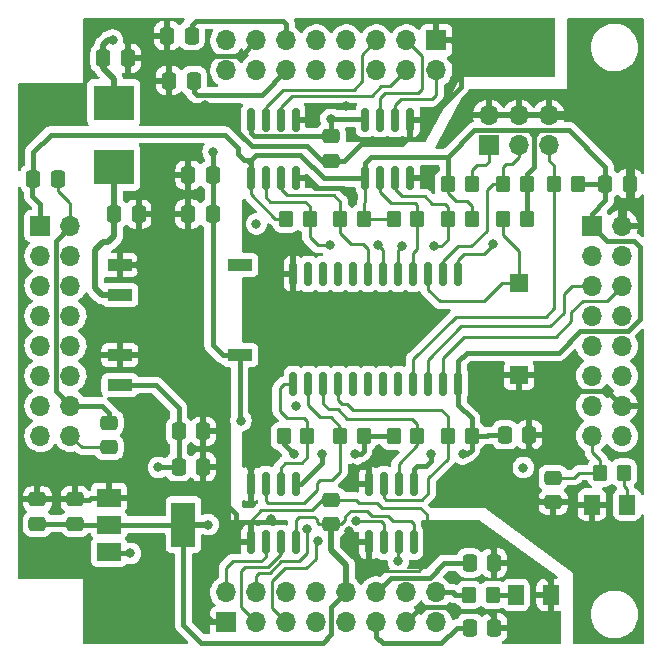
<source format=gbr>
%TF.GenerationSoftware,KiCad,Pcbnew,6.0.11+dfsg-1~bpo11+1*%
%TF.CreationDate,2023-04-06T12:14:24+02:00*%
%TF.ProjectId,avert_10,61766572-745f-4313-902e-6b696361645f,1.0*%
%TF.SameCoordinates,Original*%
%TF.FileFunction,Copper,L1,Top*%
%TF.FilePolarity,Positive*%
%FSLAX46Y46*%
G04 Gerber Fmt 4.6, Leading zero omitted, Abs format (unit mm)*
G04 Created by KiCad (PCBNEW 6.0.11+dfsg-1~bpo11+1) date 2023-04-06 12:14:24*
%MOMM*%
%LPD*%
G01*
G04 APERTURE LIST*
G04 Aperture macros list*
%AMRoundRect*
0 Rectangle with rounded corners*
0 $1 Rounding radius*
0 $2 $3 $4 $5 $6 $7 $8 $9 X,Y pos of 4 corners*
0 Add a 4 corners polygon primitive as box body*
4,1,4,$2,$3,$4,$5,$6,$7,$8,$9,$2,$3,0*
0 Add four circle primitives for the rounded corners*
1,1,$1+$1,$2,$3*
1,1,$1+$1,$4,$5*
1,1,$1+$1,$6,$7*
1,1,$1+$1,$8,$9*
0 Add four rect primitives between the rounded corners*
20,1,$1+$1,$2,$3,$4,$5,0*
20,1,$1+$1,$4,$5,$6,$7,0*
20,1,$1+$1,$6,$7,$8,$9,0*
20,1,$1+$1,$8,$9,$2,$3,0*%
G04 Aperture macros list end*
%TA.AperFunction,SMDPad,CuDef*%
%ADD10RoundRect,0.250000X-0.475000X0.337500X-0.475000X-0.337500X0.475000X-0.337500X0.475000X0.337500X0*%
%TD*%
%TA.AperFunction,SMDPad,CuDef*%
%ADD11RoundRect,0.250000X-0.350000X-0.450000X0.350000X-0.450000X0.350000X0.450000X-0.350000X0.450000X0*%
%TD*%
%TA.AperFunction,SMDPad,CuDef*%
%ADD12RoundRect,0.250000X0.337500X0.475000X-0.337500X0.475000X-0.337500X-0.475000X0.337500X-0.475000X0*%
%TD*%
%TA.AperFunction,SMDPad,CuDef*%
%ADD13RoundRect,0.250000X0.475000X-0.337500X0.475000X0.337500X-0.475000X0.337500X-0.475000X-0.337500X0*%
%TD*%
%TA.AperFunction,ComponentPad*%
%ADD14R,1.700000X1.700000*%
%TD*%
%TA.AperFunction,ComponentPad*%
%ADD15O,1.700000X1.700000*%
%TD*%
%TA.AperFunction,SMDPad,CuDef*%
%ADD16RoundRect,0.250000X0.350000X0.450000X-0.350000X0.450000X-0.350000X-0.450000X0.350000X-0.450000X0*%
%TD*%
%TA.AperFunction,SMDPad,CuDef*%
%ADD17RoundRect,0.250000X-0.337500X-0.475000X0.337500X-0.475000X0.337500X0.475000X-0.337500X0.475000X0*%
%TD*%
%TA.AperFunction,SMDPad,CuDef*%
%ADD18RoundRect,0.150000X0.150000X-0.825000X0.150000X0.825000X-0.150000X0.825000X-0.150000X-0.825000X0*%
%TD*%
%TA.AperFunction,SMDPad,CuDef*%
%ADD19RoundRect,0.150000X-0.150000X0.875000X-0.150000X-0.875000X0.150000X-0.875000X0.150000X0.875000X0*%
%TD*%
%TA.AperFunction,SMDPad,CuDef*%
%ADD20RoundRect,0.150000X-0.150000X0.825000X-0.150000X-0.825000X0.150000X-0.825000X0.150000X0.825000X0*%
%TD*%
%TA.AperFunction,SMDPad,CuDef*%
%ADD21RoundRect,0.250001X0.462499X0.624999X-0.462499X0.624999X-0.462499X-0.624999X0.462499X-0.624999X0*%
%TD*%
%TA.AperFunction,SMDPad,CuDef*%
%ADD22R,2.000000X1.500000*%
%TD*%
%TA.AperFunction,SMDPad,CuDef*%
%ADD23R,2.000000X3.800000*%
%TD*%
%TA.AperFunction,SMDPad,CuDef*%
%ADD24R,3.500000X2.950000*%
%TD*%
%TA.AperFunction,SMDPad,CuDef*%
%ADD25R,2.100000X1.000000*%
%TD*%
%TA.AperFunction,SMDPad,CuDef*%
%ADD26R,1.500000X1.500000*%
%TD*%
%TA.AperFunction,SMDPad,CuDef*%
%ADD27RoundRect,0.250001X-0.462499X-0.624999X0.462499X-0.624999X0.462499X0.624999X-0.462499X0.624999X0*%
%TD*%
%TA.AperFunction,ViaPad*%
%ADD28C,0.800000*%
%TD*%
%TA.AperFunction,Conductor*%
%ADD29C,0.250000*%
%TD*%
%TA.AperFunction,Conductor*%
%ADD30C,0.400000*%
%TD*%
%TA.AperFunction,Conductor*%
%ADD31C,0.800000*%
%TD*%
%TA.AperFunction,Conductor*%
%ADD32C,0.500000*%
%TD*%
G04 APERTURE END LIST*
D10*
%TO.P,C19,1*%
%TO.N,+5V*%
X143000000Y-82000000D03*
%TO.P,C19,2*%
%TO.N,GNDD*%
X143000000Y-84075000D03*
%TD*%
D11*
%TO.P,R6,1*%
%TO.N,+VSW*%
X154710000Y-120850000D03*
%TO.P,R6,2*%
%TO.N,Net-(D2-Pad2)*%
X156710000Y-120850000D03*
%TD*%
D12*
%TO.P,C13,1*%
%TO.N,+12V*%
X132975000Y-88600000D03*
%TO.P,C13,2*%
%TO.N,GNDD*%
X130900000Y-88600000D03*
%TD*%
D13*
%TO.P,C4,1*%
%TO.N,+5V*%
X118140000Y-114835000D03*
%TO.P,C4,2*%
%TO.N,GNDD*%
X118140000Y-112760000D03*
%TD*%
D14*
%TO.P,J2,1,Pin_1*%
%TO.N,GNDD*%
X134125000Y-123175000D03*
D15*
%TO.P,J2,2,Pin_2*%
%TO.N,/SC4*%
X134125000Y-120635000D03*
%TO.P,J2,3,Pin_3*%
%TO.N,/SD4*%
X136665000Y-123175000D03*
%TO.P,J2,4,Pin_4*%
%TO.N,/SC5*%
X136665000Y-120635000D03*
%TO.P,J2,5,Pin_5*%
%TO.N,/SD5*%
X139205000Y-123175000D03*
%TO.P,J2,6,Pin_6*%
%TO.N,unconnected-(J2-Pad6)*%
X139205000Y-120635000D03*
%TO.P,J2,7,Pin_7*%
%TO.N,unconnected-(J2-Pad7)*%
X141745000Y-123175000D03*
%TO.P,J2,8,Pin_8*%
%TO.N,unconnected-(J2-Pad8)*%
X141745000Y-120635000D03*
%TO.P,J2,9,Pin_9*%
%TO.N,unconnected-(J2-Pad9)*%
X144285000Y-123175000D03*
%TO.P,J2,10,Pin_10*%
%TO.N,+5V*%
X144285000Y-120635000D03*
%TO.P,J2,11,Pin_11*%
%TO.N,-12V*%
X146825000Y-123175000D03*
%TO.P,J2,12,Pin_12*%
%TO.N,+12V*%
X146825000Y-120635000D03*
%TO.P,J2,13,Pin_13*%
%TO.N,GNDD*%
X149365000Y-123175000D03*
%TO.P,J2,14,Pin_14*%
%TO.N,Earth*%
X149365000Y-120635000D03*
%TO.P,J2,15,Pin_15*%
%TO.N,+VSW*%
X151905000Y-123175000D03*
%TO.P,J2,16,Pin_16*%
X151905000Y-120635000D03*
%TD*%
D12*
%TO.P,C16,1*%
%TO.N,+12V*%
X131375000Y-77300000D03*
%TO.P,C16,2*%
%TO.N,GNDD*%
X129300000Y-77300000D03*
%TD*%
D14*
%TO.P,J5,1,Pin_1*%
%TO.N,Net-(J5-Pad1)*%
X156375000Y-82785000D03*
D15*
%TO.P,J5,2,Pin_2*%
%TO.N,GND*%
X156375000Y-80245000D03*
%TO.P,J5,3,Pin_3*%
%TO.N,Net-(J5-Pad3)*%
X158915000Y-82785000D03*
%TO.P,J5,4,Pin_4*%
%TO.N,GND*%
X158915000Y-80245000D03*
%TO.P,J5,5,Pin_5*%
%TO.N,Net-(J5-Pad5)*%
X161455000Y-82785000D03*
%TO.P,J5,6,Pin_6*%
%TO.N,GND*%
X161455000Y-80245000D03*
%TD*%
D14*
%TO.P,J3,1,Pin_1*%
%TO.N,+3V3*%
X165100000Y-89600000D03*
D15*
%TO.P,J3,2,Pin_2*%
%TO.N,GND*%
X167640000Y-89600000D03*
%TO.P,J3,3,Pin_3*%
%TO.N,/TXD*%
X165100000Y-92140000D03*
%TO.P,J3,4,Pin_4*%
%TO.N,/RXD*%
X167640000Y-92140000D03*
%TO.P,J3,5,Pin_5*%
%TO.N,/SCL*%
X165100000Y-94680000D03*
%TO.P,J3,6,Pin_6*%
%TO.N,/SDA*%
X167640000Y-94680000D03*
%TO.P,J3,7,Pin_7*%
%TO.N,/MISO*%
X165100000Y-97220000D03*
%TO.P,J3,8,Pin_8*%
%TO.N,/MOSI*%
X167640000Y-97220000D03*
%TO.P,J3,9,Pin_9*%
%TO.N,/SCK*%
X165100000Y-99760000D03*
%TO.P,J3,10,Pin_10*%
%TO.N,/SSEL1*%
X167640000Y-99760000D03*
%TO.P,J3,11,Pin_11*%
%TO.N,/SSEL2*%
X165100000Y-102300000D03*
%TO.P,J3,12,Pin_12*%
%TO.N,/SSEL3*%
X167640000Y-102300000D03*
%TO.P,J3,13,Pin_13*%
%TO.N,Earth*%
X165100000Y-104840000D03*
%TO.P,J3,14,Pin_14*%
%TO.N,GND*%
X167640000Y-104840000D03*
%TO.P,J3,15,Pin_15*%
%TO.N,+24V*%
X165100000Y-107380000D03*
%TO.P,J3,16,Pin_16*%
X167640000Y-107380000D03*
%TD*%
D16*
%TO.P,R1,1*%
%TO.N,+3V3*%
X159600000Y-89000000D03*
%TO.P,R1,2*%
%TO.N,Net-(R1-Pad2)*%
X157600000Y-89000000D03*
%TD*%
D11*
%TO.P,R5,1*%
%TO.N,+3V3*%
X152900000Y-86050000D03*
%TO.P,R5,2*%
%TO.N,Net-(J5-Pad1)*%
X154900000Y-86050000D03*
%TD*%
D17*
%TO.P,C6,1*%
%TO.N,+12V*%
X154725000Y-118140000D03*
%TO.P,C6,2*%
%TO.N,GNDD*%
X156800000Y-118140000D03*
%TD*%
D10*
%TO.P,C1,1*%
%TO.N,+24V*%
X161800000Y-110925000D03*
%TO.P,C1,2*%
%TO.N,GND*%
X161800000Y-113000000D03*
%TD*%
D18*
%TO.P,U3,1,VCC1*%
%TO.N,+3V3*%
X145895000Y-85575000D03*
%TO.P,U3,2,SDA1*%
%TO.N,Net-(R10-Pad1)*%
X147165000Y-85575000D03*
%TO.P,U3,3,SCL1*%
%TO.N,Net-(R11-Pad1)*%
X148435000Y-85575000D03*
%TO.P,U3,4,GND1*%
%TO.N,GND*%
X149705000Y-85575000D03*
%TO.P,U3,5,GND2*%
%TO.N,GNDD*%
X149705000Y-80625000D03*
%TO.P,U3,6,SCL2*%
%TO.N,/SC0*%
X148435000Y-80625000D03*
%TO.P,U3,7,SDA2*%
%TO.N,/SD0*%
X147165000Y-80625000D03*
%TO.P,U3,8,VCC2*%
%TO.N,+5V*%
X145895000Y-80625000D03*
%TD*%
D16*
%TO.P,R20,1*%
%TO.N,+3V3*%
X154900000Y-107400000D03*
%TO.P,R20,2*%
%TO.N,Net-(R20-Pad2)*%
X152900000Y-107400000D03*
%TD*%
D13*
%TO.P,C3,1*%
%TO.N,+5V*%
X143000000Y-114875000D03*
%TO.P,C3,2*%
%TO.N,GNDD*%
X143000000Y-112800000D03*
%TD*%
D11*
%TO.P,R11,1*%
%TO.N,Net-(R11-Pad1)*%
X152900000Y-89000000D03*
%TO.P,R11,2*%
%TO.N,+3V3*%
X154900000Y-89000000D03*
%TD*%
D14*
%TO.P,J1,1,Pin_1*%
%TO.N,GNDD*%
X151920000Y-73900000D03*
D15*
%TO.P,J1,2,Pin_2*%
%TO.N,/SC0*%
X151920000Y-76440000D03*
%TO.P,J1,3,Pin_3*%
%TO.N,/SD0*%
X149380000Y-73900000D03*
%TO.P,J1,4,Pin_4*%
%TO.N,/SC1*%
X149380000Y-76440000D03*
%TO.P,J1,5,Pin_5*%
%TO.N,/SD1*%
X146840000Y-73900000D03*
%TO.P,J1,6,Pin_6*%
%TO.N,unconnected-(J1-Pad6)*%
X146840000Y-76440000D03*
%TO.P,J1,7,Pin_7*%
%TO.N,unconnected-(J1-Pad7)*%
X144300000Y-73900000D03*
%TO.P,J1,8,Pin_8*%
%TO.N,unconnected-(J1-Pad8)*%
X144300000Y-76440000D03*
%TO.P,J1,9,Pin_9*%
%TO.N,unconnected-(J1-Pad9)*%
X141760000Y-73900000D03*
%TO.P,J1,10,Pin_10*%
%TO.N,+5V*%
X141760000Y-76440000D03*
%TO.P,J1,11,Pin_11*%
%TO.N,-12V*%
X139220000Y-73900000D03*
%TO.P,J1,12,Pin_12*%
%TO.N,+12V*%
X139220000Y-76440000D03*
%TO.P,J1,13,Pin_13*%
%TO.N,GNDD*%
X136680000Y-73900000D03*
%TO.P,J1,14,Pin_14*%
%TO.N,Earth*%
X136680000Y-76440000D03*
%TO.P,J1,15,Pin_15*%
%TO.N,+VSW*%
X134140000Y-73900000D03*
%TO.P,J1,16,Pin_16*%
X134140000Y-76440000D03*
%TD*%
D11*
%TO.P,R19,1*%
%TO.N,+3V3*%
X139000000Y-107400000D03*
%TO.P,R19,2*%
%TO.N,Net-(R19-Pad2)*%
X141000000Y-107400000D03*
%TD*%
D19*
%TO.P,U1,1,A0*%
%TO.N,Net-(J5-Pad1)*%
X153765000Y-93670000D03*
%TO.P,U1,2,A1*%
%TO.N,Net-(J5-Pad3)*%
X152495000Y-93670000D03*
%TO.P,U1,3,~{RESET}*%
%TO.N,Net-(R1-Pad2)*%
X151225000Y-93670000D03*
%TO.P,U1,4,SD0*%
%TO.N,Net-(R10-Pad1)*%
X149955000Y-93670000D03*
%TO.P,U1,5,SC0*%
%TO.N,Net-(R11-Pad1)*%
X148685000Y-93670000D03*
%TO.P,U1,6,SD1*%
%TO.N,Net-(R12-Pad1)*%
X147415000Y-93670000D03*
%TO.P,U1,7,SC1*%
%TO.N,Net-(R13-Pad1)*%
X146145000Y-93670000D03*
%TO.P,U1,8,SD2*%
%TO.N,unconnected-(U1-Pad8)*%
X144875000Y-93670000D03*
%TO.P,U1,9,SC2*%
%TO.N,unconnected-(U1-Pad9)*%
X143605000Y-93670000D03*
%TO.P,U1,10,SD3*%
%TO.N,unconnected-(U1-Pad10)*%
X142335000Y-93670000D03*
%TO.P,U1,11,SC3*%
%TO.N,unconnected-(U1-Pad11)*%
X141065000Y-93670000D03*
%TO.P,U1,12,GND*%
%TO.N,GND*%
X139795000Y-93670000D03*
%TO.P,U1,13,SD4*%
%TO.N,Net-(R19-Pad2)*%
X139795000Y-102970000D03*
%TO.P,U1,14,SC4*%
%TO.N,Net-(R18-Pad2)*%
X141065000Y-102970000D03*
%TO.P,U1,15,SD5*%
%TO.N,Net-(R21-Pad2)*%
X142335000Y-102970000D03*
%TO.P,U1,16,SC5*%
%TO.N,Net-(R20-Pad2)*%
X143605000Y-102970000D03*
%TO.P,U1,17,SD6*%
%TO.N,unconnected-(U1-Pad17)*%
X144875000Y-102970000D03*
%TO.P,U1,18,SC6*%
%TO.N,unconnected-(U1-Pad18)*%
X146145000Y-102970000D03*
%TO.P,U1,19,SD7*%
%TO.N,unconnected-(U1-Pad19)*%
X147415000Y-102970000D03*
%TO.P,U1,20,SC7*%
%TO.N,unconnected-(U1-Pad20)*%
X148685000Y-102970000D03*
%TO.P,U1,21,A2*%
%TO.N,Net-(J5-Pad5)*%
X149955000Y-102970000D03*
%TO.P,U1,22,SCL*%
%TO.N,/SCL*%
X151225000Y-102970000D03*
%TO.P,U1,23,SDA*%
%TO.N,/SDA*%
X152495000Y-102970000D03*
%TO.P,U1,24,VCC*%
%TO.N,+3V3*%
X153765000Y-102970000D03*
%TD*%
D17*
%TO.P,C12,1*%
%TO.N,+3V3*%
X117800000Y-85600000D03*
%TO.P,C12,2*%
%TO.N,GND*%
X119875000Y-85600000D03*
%TD*%
D20*
%TO.P,U7,1,VCC1*%
%TO.N,+3V3*%
X140005000Y-111425000D03*
%TO.P,U7,2,SDA1*%
%TO.N,Net-(R19-Pad2)*%
X138735000Y-111425000D03*
%TO.P,U7,3,SCL1*%
%TO.N,Net-(R18-Pad2)*%
X137465000Y-111425000D03*
%TO.P,U7,4,GND1*%
%TO.N,GND*%
X136195000Y-111425000D03*
%TO.P,U7,5,GND2*%
%TO.N,GNDD*%
X136195000Y-116375000D03*
%TO.P,U7,6,SCL2*%
%TO.N,/SC4*%
X137465000Y-116375000D03*
%TO.P,U7,7,SDA2*%
%TO.N,/SD4*%
X138735000Y-116375000D03*
%TO.P,U7,8,VCC2*%
%TO.N,+5V*%
X140005000Y-116375000D03*
%TD*%
D21*
%TO.P,D2,1,K*%
%TO.N,GNDD*%
X161605000Y-120850000D03*
%TO.P,D2,2,A*%
%TO.N,Net-(D2-Pad2)*%
X158630000Y-120850000D03*
%TD*%
D12*
%TO.P,C14,1*%
%TO.N,GNDD*%
X132175000Y-107000000D03*
%TO.P,C14,2*%
%TO.N,-12V*%
X130100000Y-107000000D03*
%TD*%
D22*
%TO.P,U11,1,GND*%
%TO.N,GNDD*%
X124200000Y-112600000D03*
%TO.P,U11,2,VO*%
%TO.N,+5V*%
X124200000Y-114900000D03*
D23*
X130500000Y-114900000D03*
D22*
%TO.P,U11,3,VI*%
%TO.N,+12V*%
X124200000Y-117200000D03*
%TD*%
D17*
%TO.P,C17,1*%
%TO.N,GNDD*%
X129125000Y-73500000D03*
%TO.P,C17,2*%
%TO.N,-12V*%
X131200000Y-73500000D03*
%TD*%
%TO.P,C2,1*%
%TO.N,+3V3*%
X166230000Y-86050000D03*
%TO.P,C2,2*%
%TO.N,GND*%
X168305000Y-86050000D03*
%TD*%
%TO.P,C5,1*%
%TO.N,+3V3*%
X157725000Y-107300000D03*
%TO.P,C5,2*%
%TO.N,GND*%
X159800000Y-107300000D03*
%TD*%
D11*
%TO.P,R13,1*%
%TO.N,Net-(R13-Pad1)*%
X143800000Y-89000000D03*
%TO.P,R13,2*%
%TO.N,+3V3*%
X145800000Y-89000000D03*
%TD*%
D12*
%TO.P,C9,1*%
%TO.N,+12V*%
X133000000Y-85300000D03*
%TO.P,C9,2*%
%TO.N,GNDD*%
X130925000Y-85300000D03*
%TD*%
D13*
%TO.P,C18,1*%
%TO.N,+24V*%
X124200000Y-108337500D03*
%TO.P,C18,2*%
%TO.N,GND*%
X124200000Y-106262500D03*
%TD*%
D14*
%TO.P,J4,1,Pin_1*%
%TO.N,+3V3*%
X118400000Y-89600000D03*
D15*
%TO.P,J4,2,Pin_2*%
%TO.N,GND*%
X120940000Y-89600000D03*
%TO.P,J4,3,Pin_3*%
%TO.N,/TXD*%
X118400000Y-92140000D03*
%TO.P,J4,4,Pin_4*%
%TO.N,/RXD*%
X120940000Y-92140000D03*
%TO.P,J4,5,Pin_5*%
%TO.N,/SCL*%
X118400000Y-94680000D03*
%TO.P,J4,6,Pin_6*%
%TO.N,/SDA*%
X120940000Y-94680000D03*
%TO.P,J4,7,Pin_7*%
%TO.N,/MISO*%
X118400000Y-97220000D03*
%TO.P,J4,8,Pin_8*%
%TO.N,/MOSI*%
X120940000Y-97220000D03*
%TO.P,J4,9,Pin_9*%
%TO.N,/SCK*%
X118400000Y-99760000D03*
%TO.P,J4,10,Pin_10*%
%TO.N,/SSEL1*%
X120940000Y-99760000D03*
%TO.P,J4,11,Pin_11*%
%TO.N,/SSEL2*%
X118400000Y-102300000D03*
%TO.P,J4,12,Pin_12*%
%TO.N,/SSEL3*%
X120940000Y-102300000D03*
%TO.P,J4,13,Pin_13*%
%TO.N,Earth*%
X118400000Y-104840000D03*
%TO.P,J4,14,Pin_14*%
%TO.N,GND*%
X120940000Y-104840000D03*
%TO.P,J4,15,Pin_15*%
%TO.N,+24V*%
X118400000Y-107380000D03*
%TO.P,J4,16,Pin_16*%
X120940000Y-107380000D03*
%TD*%
D17*
%TO.P,C11,1*%
%TO.N,Net-(C11-Pad1)*%
X124625000Y-88600000D03*
%TO.P,C11,2*%
%TO.N,GNDD*%
X126700000Y-88600000D03*
%TD*%
D24*
%TO.P,L1,1,1*%
%TO.N,+VSW*%
X124600000Y-79175000D03*
%TO.P,L1,2,2*%
%TO.N,Net-(C11-Pad1)*%
X124600000Y-84625000D03*
%TD*%
D11*
%TO.P,R2,1*%
%TO.N,+24V*%
X165800000Y-110500000D03*
%TO.P,R2,2*%
%TO.N,Net-(D1-Pad2)*%
X167800000Y-110500000D03*
%TD*%
D16*
%TO.P,R10,1*%
%TO.N,Net-(R10-Pad1)*%
X150300000Y-89000000D03*
%TO.P,R10,2*%
%TO.N,+3V3*%
X148300000Y-89000000D03*
%TD*%
D17*
%TO.P,C8,1*%
%TO.N,+VSW*%
X123725000Y-75400000D03*
%TO.P,C8,2*%
%TO.N,GNDD*%
X125800000Y-75400000D03*
%TD*%
D11*
%TO.P,R21,1*%
%TO.N,+3V3*%
X148300000Y-107400000D03*
%TO.P,R21,2*%
%TO.N,Net-(R21-Pad2)*%
X150300000Y-107400000D03*
%TD*%
D25*
%TO.P,U2,1,GND*%
%TO.N,GNDD*%
X125100000Y-92900000D03*
%TO.P,U2,2,VIN*%
%TO.N,Net-(C11-Pad1)*%
X125120000Y-95460000D03*
%TO.P,U2,4,0V*%
%TO.N,GNDD*%
X125120000Y-100540000D03*
%TO.P,U2,5,-VOUT*%
%TO.N,-12V*%
X125120000Y-103080000D03*
%TO.P,U2,7,+VOUT*%
%TO.N,+12V*%
X135280000Y-100540000D03*
%TO.P,U2,10,NC*%
%TO.N,unconnected-(U2-Pad10)*%
X135280000Y-92920000D03*
%TD*%
D13*
%TO.P,C15,1*%
%TO.N,+5V*%
X121340000Y-114825000D03*
%TO.P,C15,2*%
%TO.N,GNDD*%
X121340000Y-112750000D03*
%TD*%
D12*
%TO.P,C10,1*%
%TO.N,GNDD*%
X132175000Y-110000000D03*
%TO.P,C10,2*%
%TO.N,-12V*%
X130100000Y-110000000D03*
%TD*%
D16*
%TO.P,R12,1*%
%TO.N,Net-(R12-Pad1)*%
X141200000Y-89000000D03*
%TO.P,R12,2*%
%TO.N,+3V3*%
X139200000Y-89000000D03*
%TD*%
D26*
%TO.P,SW1,1,1*%
%TO.N,GND*%
X158910000Y-102250000D03*
%TO.P,SW1,2,2*%
%TO.N,Net-(R1-Pad2)*%
X158910000Y-94450000D03*
%TD*%
D18*
%TO.P,U4,1,VCC1*%
%TO.N,+3V3*%
X136195000Y-85575000D03*
%TO.P,U4,2,SDA1*%
%TO.N,Net-(R12-Pad1)*%
X137465000Y-85575000D03*
%TO.P,U4,3,SCL1*%
%TO.N,Net-(R13-Pad1)*%
X138735000Y-85575000D03*
%TO.P,U4,4,GND1*%
%TO.N,GND*%
X140005000Y-85575000D03*
%TO.P,U4,5,GND2*%
%TO.N,GNDD*%
X140005000Y-80625000D03*
%TO.P,U4,6,SCL2*%
%TO.N,/SC1*%
X138735000Y-80625000D03*
%TO.P,U4,7,SDA2*%
%TO.N,/SD1*%
X137465000Y-80625000D03*
%TO.P,U4,8,VCC2*%
%TO.N,+5V*%
X136195000Y-80625000D03*
%TD*%
D16*
%TO.P,R4,1*%
%TO.N,+3V3*%
X159580000Y-86020000D03*
%TO.P,R4,2*%
%TO.N,Net-(J5-Pad3)*%
X157580000Y-86020000D03*
%TD*%
D12*
%TO.P,C7,1*%
%TO.N,GNDD*%
X156840000Y-123620000D03*
%TO.P,C7,2*%
%TO.N,-12V*%
X154765000Y-123620000D03*
%TD*%
D20*
%TO.P,U8,1,VCC1*%
%TO.N,+3V3*%
X150005000Y-111425000D03*
%TO.P,U8,2,SDA1*%
%TO.N,Net-(R21-Pad2)*%
X148735000Y-111425000D03*
%TO.P,U8,3,SCL1*%
%TO.N,Net-(R20-Pad2)*%
X147465000Y-111425000D03*
%TO.P,U8,4,GND1*%
%TO.N,GND*%
X146195000Y-111425000D03*
%TO.P,U8,5,GND2*%
%TO.N,GNDD*%
X146195000Y-116375000D03*
%TO.P,U8,6,SCL2*%
%TO.N,/SC5*%
X147465000Y-116375000D03*
%TO.P,U8,7,SDA2*%
%TO.N,/SD5*%
X148735000Y-116375000D03*
%TO.P,U8,8,VCC2*%
%TO.N,+5V*%
X150005000Y-116375000D03*
%TD*%
D16*
%TO.P,R18,1*%
%TO.N,+3V3*%
X145800000Y-107400000D03*
%TO.P,R18,2*%
%TO.N,Net-(R18-Pad2)*%
X143800000Y-107400000D03*
%TD*%
D27*
%TO.P,D1,1,K*%
%TO.N,GND*%
X165100000Y-113200000D03*
%TO.P,D1,2,A*%
%TO.N,Net-(D1-Pad2)*%
X168075000Y-113200000D03*
%TD*%
D16*
%TO.P,R3,1*%
%TO.N,+3V3*%
X163900000Y-86030000D03*
%TO.P,R3,2*%
%TO.N,Net-(J5-Pad5)*%
X161900000Y-86030000D03*
%TD*%
D28*
%TO.N,GND*%
X144370000Y-86710000D03*
X150880000Y-85590000D03*
X144840000Y-110100000D03*
X136660000Y-103590000D03*
X136195000Y-110035000D03*
%TO.N,+5V*%
X143000000Y-80540000D03*
X132590000Y-114900000D03*
%TO.N,GNDD*%
X144270000Y-79440000D03*
X129300000Y-84490000D03*
X137910000Y-114400000D03*
X144490000Y-115470000D03*
X134930000Y-79790000D03*
X132310000Y-79380000D03*
X128990000Y-79280000D03*
%TO.N,+3V3*%
X145050000Y-108930000D03*
X139830000Y-108910000D03*
X154140000Y-108910000D03*
X151460000Y-108920000D03*
X142240000Y-108910000D03*
%TO.N,+12V*%
X133020000Y-83320000D03*
X126010000Y-117330000D03*
X135370000Y-106080000D03*
%TO.N,-12V*%
X128390000Y-110040000D03*
%TO.N,+VSW*%
X124500000Y-73870000D03*
%TO.N,/SC5*%
X140975500Y-115300000D03*
X145100000Y-114600000D03*
%TO.N,/SD5*%
X148700000Y-118000000D03*
X141900000Y-116300000D03*
%TO.N,Earth*%
X159280000Y-110060000D03*
X140000000Y-104840000D03*
X136680000Y-89440000D03*
%TO.N,Net-(J5-Pad1)*%
X156700000Y-91170000D03*
%TO.N,Net-(R11-Pad1)*%
X151710000Y-91320000D03*
X149040000Y-91290000D03*
%TO.N,Net-(R12-Pad1)*%
X142940000Y-91250000D03*
X147000000Y-91250000D03*
%TD*%
D29*
%TO.N,+24V*%
X161800000Y-110925000D02*
X163575000Y-110925000D01*
X121897500Y-108337500D02*
X120940000Y-107380000D01*
X164730000Y-110500000D02*
X164000000Y-110500000D01*
X165800000Y-109450000D02*
X165100000Y-108750000D01*
X165800000Y-110500000D02*
X164730000Y-110500000D01*
X165800000Y-110500000D02*
X165800000Y-109450000D01*
X164000000Y-110500000D02*
X163845000Y-110655000D01*
X163575000Y-110925000D02*
X163845000Y-110655000D01*
X164000000Y-110500000D02*
X163575000Y-110925000D01*
X165100000Y-108750000D02*
X165100000Y-107380000D01*
X124200000Y-108337500D02*
X121897500Y-108337500D01*
%TO.N,GND*%
X146195000Y-111425000D02*
X146195000Y-110245000D01*
D30*
X136660000Y-102890000D02*
X136660000Y-103590000D01*
D29*
X159800000Y-104770000D02*
X159800000Y-107300000D01*
D30*
X120940000Y-104840000D02*
X123620000Y-104840000D01*
X158910000Y-102250000D02*
X160850000Y-102250000D01*
D31*
X168305000Y-84325000D02*
X164225000Y-80245000D01*
D30*
X119690000Y-103590000D02*
X119690000Y-90850000D01*
D31*
X164225000Y-80245000D02*
X161455000Y-80245000D01*
D30*
X141440000Y-86180000D02*
X141650000Y-86390000D01*
X139795000Y-99755000D02*
X136660000Y-102890000D01*
D29*
X120940000Y-89600000D02*
X120940000Y-87710000D01*
D30*
X150865000Y-85575000D02*
X150880000Y-85590000D01*
X136195000Y-107585000D02*
X136660000Y-107120000D01*
D29*
X160350000Y-108810000D02*
X160350000Y-112520000D01*
X119875000Y-86645000D02*
X120780000Y-87550000D01*
D30*
X166390000Y-103590000D02*
X167640000Y-104840000D01*
D29*
X158910000Y-103880000D02*
X159800000Y-104770000D01*
X158910000Y-102250000D02*
X158910000Y-103880000D01*
D30*
X149705000Y-85575000D02*
X150865000Y-85575000D01*
D29*
X159800000Y-107300000D02*
X159800000Y-108260000D01*
D30*
X141650000Y-86390000D02*
X144030000Y-86390000D01*
D29*
X163300000Y-113200000D02*
X163100000Y-113000000D01*
X146050000Y-110100000D02*
X144840000Y-110100000D01*
D30*
X136195000Y-111425000D02*
X136195000Y-110035000D01*
X120940000Y-104840000D02*
X119690000Y-103590000D01*
X124200000Y-105420000D02*
X124200000Y-106262500D01*
D29*
X146195000Y-110245000D02*
X146050000Y-110100000D01*
D31*
X168305000Y-87495000D02*
X168305000Y-86050000D01*
X167640000Y-89600000D02*
X167640000Y-88160000D01*
D30*
X160850000Y-102250000D02*
X162190000Y-103590000D01*
D29*
X159800000Y-108260000D02*
X160350000Y-108810000D01*
D30*
X136660000Y-103590000D02*
X136660000Y-107120000D01*
X136195000Y-110035000D02*
X136195000Y-107585000D01*
D29*
X120940000Y-87710000D02*
X120780000Y-87550000D01*
X163100000Y-113000000D02*
X161800000Y-113000000D01*
D30*
X144050000Y-86390000D02*
X144370000Y-86710000D01*
D31*
X167640000Y-88160000D02*
X168305000Y-87495000D01*
D30*
X140835000Y-85575000D02*
X141440000Y-86180000D01*
X139795000Y-93670000D02*
X139795000Y-99755000D01*
X162190000Y-103590000D02*
X166390000Y-103590000D01*
X123620000Y-104840000D02*
X124200000Y-105420000D01*
D29*
X160830000Y-113000000D02*
X161800000Y-113000000D01*
D30*
X119690000Y-90850000D02*
X120940000Y-89600000D01*
X140005000Y-85575000D02*
X140835000Y-85575000D01*
D29*
X165100000Y-113200000D02*
X163300000Y-113200000D01*
X160350000Y-112520000D02*
X160830000Y-113000000D01*
D31*
X168305000Y-86050000D02*
X168305000Y-84325000D01*
D29*
X119875000Y-85600000D02*
X119875000Y-86645000D01*
D30*
X144030000Y-86390000D02*
X144050000Y-86390000D01*
D29*
%TO.N,Net-(R10-Pad1)*%
X150300000Y-89000000D02*
X150300000Y-91530000D01*
X150090000Y-87650000D02*
X150300000Y-87860000D01*
X150300000Y-91530000D02*
X149955000Y-91875000D01*
X147165000Y-85575000D02*
X147165000Y-86745000D01*
X147165000Y-86745000D02*
X148070000Y-87650000D01*
X149955000Y-91875000D02*
X149955000Y-93670000D01*
X150300000Y-87860000D02*
X150300000Y-89000000D01*
X148070000Y-87650000D02*
X150090000Y-87650000D01*
%TO.N,+5V*%
X140005000Y-116375000D02*
X140000000Y-116370000D01*
X144200000Y-114200000D02*
X144700000Y-113700000D01*
X140000000Y-116370000D02*
X140000000Y-114500000D01*
D30*
X118150000Y-114825000D02*
X118140000Y-114835000D01*
D32*
X144285000Y-118325000D02*
X144285000Y-120635000D01*
D29*
X146465000Y-114125000D02*
X147825000Y-114125000D01*
D30*
X143000000Y-82000000D02*
X143000000Y-80540000D01*
D32*
X130500000Y-114900000D02*
X132590000Y-114900000D01*
D30*
X143035000Y-121885000D02*
X144285000Y-120635000D01*
D29*
X140250000Y-114250000D02*
X141600000Y-114250000D01*
X143825000Y-114875000D02*
X144200000Y-114500000D01*
X149750000Y-114550000D02*
X150005000Y-114805000D01*
D30*
X130500000Y-114900000D02*
X130500000Y-123410000D01*
D29*
X141800000Y-114700000D02*
X141975000Y-114875000D01*
X144700000Y-113700000D02*
X146040000Y-113700000D01*
D30*
X121340000Y-114825000D02*
X118150000Y-114825000D01*
D32*
X143000000Y-114875000D02*
X143000000Y-117040000D01*
D29*
X144200000Y-114500000D02*
X144200000Y-114200000D01*
D30*
X143000000Y-80540000D02*
X145810000Y-80540000D01*
X142330000Y-124900000D02*
X143035000Y-124195000D01*
X145810000Y-80540000D02*
X145895000Y-80625000D01*
X121415000Y-114900000D02*
X121340000Y-114825000D01*
D29*
X141975000Y-114875000D02*
X143000000Y-114875000D01*
X140000000Y-114500000D02*
X140250000Y-114250000D01*
D30*
X143035000Y-124195000D02*
X143035000Y-121885000D01*
D32*
X143000000Y-117040000D02*
X144285000Y-118325000D01*
D30*
X136490000Y-82000000D02*
X143000000Y-82000000D01*
X136195000Y-80625000D02*
X136195000Y-81705000D01*
D29*
X150005000Y-114805000D02*
X150005000Y-116375000D01*
X148250000Y-114550000D02*
X149750000Y-114550000D01*
X147825000Y-114125000D02*
X148250000Y-114550000D01*
X141600000Y-114250000D02*
X141800000Y-114450000D01*
D30*
X124200000Y-114900000D02*
X130500000Y-114900000D01*
X124200000Y-114900000D02*
X121415000Y-114900000D01*
D29*
X143000000Y-114875000D02*
X143825000Y-114875000D01*
X146040000Y-113700000D02*
X146465000Y-114125000D01*
D30*
X136195000Y-81705000D02*
X136490000Y-82000000D01*
X131990000Y-124900000D02*
X142330000Y-124900000D01*
X130500000Y-123410000D02*
X131990000Y-124900000D01*
D29*
X141800000Y-114450000D02*
X141800000Y-114700000D01*
D30*
%TO.N,GNDD*%
X140975000Y-80625000D02*
X142010000Y-79590000D01*
D29*
X145380000Y-113100000D02*
X146910000Y-113100000D01*
D30*
X130900000Y-88600000D02*
X126700000Y-88600000D01*
X135390000Y-75190000D02*
X129670000Y-75190000D01*
X129125000Y-75025000D02*
X128925000Y-75225000D01*
X129670000Y-75190000D02*
X129670000Y-75200000D01*
X130925000Y-85300000D02*
X130925000Y-88575000D01*
X153180000Y-73900000D02*
X151920000Y-73900000D01*
X153970000Y-77850000D02*
X153970000Y-74690000D01*
X132445000Y-111505000D02*
X132175000Y-111235000D01*
X149705000Y-81995000D02*
X149030000Y-82670000D01*
X134955000Y-116375000D02*
X132090000Y-119240000D01*
X126400000Y-92900000D02*
X125100000Y-92900000D01*
X127310000Y-100540000D02*
X125120000Y-100540000D01*
X125800000Y-75400000D02*
X128750000Y-75400000D01*
X156800000Y-118140000D02*
X156800000Y-117010000D01*
D29*
X118140000Y-112760000D02*
X121330000Y-112760000D01*
D30*
X156010000Y-116220000D02*
X151090000Y-116220000D01*
X129300000Y-78970000D02*
X128990000Y-79280000D01*
X127410000Y-111830000D02*
X131580000Y-111830000D01*
X129125000Y-75085000D02*
X129125000Y-74815000D01*
X126700000Y-88600000D02*
X126700000Y-92600000D01*
D29*
X151090000Y-118120000D02*
X150955000Y-118255000D01*
D30*
X132175000Y-110000000D02*
X132175000Y-107000000D01*
X149365000Y-123175000D02*
X150655000Y-121885000D01*
X142245000Y-84075000D02*
X143000000Y-84075000D01*
X129125000Y-74815000D02*
X129125000Y-73500000D01*
X132175000Y-105405000D02*
X127310000Y-100540000D01*
D29*
X121330000Y-112760000D02*
X121340000Y-112750000D01*
X151090000Y-116220000D02*
X151090000Y-118120000D01*
D30*
X161605000Y-119775000D02*
X161605000Y-120850000D01*
X122720000Y-112600000D02*
X122540000Y-112780000D01*
X129470000Y-75370000D02*
X129125000Y-75025000D01*
X129300000Y-75570000D02*
X129300000Y-75260000D01*
X136680000Y-73900000D02*
X135390000Y-75190000D01*
X132445000Y-111505000D02*
X134955000Y-114015000D01*
X133025000Y-123175000D02*
X134125000Y-123175000D01*
X132090000Y-122240000D02*
X133025000Y-123175000D01*
X129230000Y-75190000D02*
X129125000Y-75085000D01*
D29*
X146195000Y-118255000D02*
X146730000Y-118790000D01*
D30*
X151195000Y-80625000D02*
X153970000Y-77850000D01*
X131905000Y-111505000D02*
X132445000Y-111505000D01*
D29*
X136195000Y-114565000D02*
X136195000Y-116375000D01*
X150420000Y-118790000D02*
X150955000Y-118255000D01*
X137100000Y-113660000D02*
X136195000Y-114565000D01*
D30*
X124200000Y-112600000D02*
X122720000Y-112600000D01*
X159970000Y-118140000D02*
X161605000Y-119775000D01*
X131870000Y-111540000D02*
X132175000Y-111235000D01*
X156840000Y-122710000D02*
X156320000Y-122190000D01*
X127310000Y-93970000D02*
X127310000Y-100540000D01*
X136270000Y-82820000D02*
X140990000Y-82820000D01*
X126990000Y-93650000D02*
X127310000Y-93970000D01*
X130925000Y-88575000D02*
X130900000Y-88600000D01*
X128925000Y-75345000D02*
X129300000Y-75720000D01*
X145510000Y-82670000D02*
X144105000Y-84075000D01*
X126700000Y-92600000D02*
X126700000Y-93090000D01*
X129300000Y-75260000D02*
X129230000Y-75190000D01*
X156800000Y-117010000D02*
X156010000Y-116220000D01*
X129670000Y-75190000D02*
X129230000Y-75190000D01*
D29*
X146910000Y-113100000D02*
X147280000Y-113470000D01*
D30*
X126400000Y-92900000D02*
X126510000Y-92900000D01*
X153940000Y-122190000D02*
X156320000Y-122190000D01*
X156840000Y-123620000D02*
X160640000Y-123620000D01*
D29*
X150570000Y-113470000D02*
X151090000Y-113990000D01*
D30*
X122540000Y-112780000D02*
X121370000Y-112780000D01*
X153970000Y-74690000D02*
X153180000Y-73900000D01*
X128925000Y-75225000D02*
X128925000Y-75345000D01*
D29*
X145080000Y-112800000D02*
X145380000Y-113100000D01*
D30*
X132090000Y-119240000D02*
X132090000Y-122240000D01*
X160640000Y-123620000D02*
X161605000Y-122655000D01*
X134955000Y-116195000D02*
X134955000Y-116375000D01*
X142160000Y-79440000D02*
X144270000Y-79440000D01*
X129300000Y-84940000D02*
X129660000Y-85300000D01*
D29*
X146730000Y-118790000D02*
X150420000Y-118790000D01*
D30*
X128750000Y-75400000D02*
X129470000Y-75400000D01*
X126640000Y-112600000D02*
X127410000Y-111830000D01*
X140990000Y-82820000D02*
X142245000Y-84075000D01*
D29*
X141380000Y-113660000D02*
X137100000Y-113660000D01*
D30*
X129300000Y-75720000D02*
X129300000Y-75570000D01*
X161605000Y-122655000D02*
X161605000Y-120850000D01*
X132175000Y-107000000D02*
X132175000Y-105405000D01*
X156967500Y-123550000D02*
X156987500Y-123530000D01*
X126700000Y-93360000D02*
X126990000Y-93650000D01*
D29*
X142240000Y-112800000D02*
X141380000Y-113660000D01*
D30*
X129300000Y-77300000D02*
X129300000Y-75720000D01*
X125100000Y-92900000D02*
X126240000Y-92900000D01*
D29*
X147280000Y-113470000D02*
X150570000Y-113470000D01*
D30*
X128990000Y-79280000D02*
X130160000Y-79280000D01*
X129670000Y-75200000D02*
X129300000Y-75570000D01*
D29*
X143000000Y-112800000D02*
X142240000Y-112800000D01*
D30*
X149705000Y-80625000D02*
X151195000Y-80625000D01*
X121370000Y-112780000D02*
X121340000Y-112750000D01*
X130160000Y-79280000D02*
X131280000Y-80400000D01*
X149030000Y-82670000D02*
X145510000Y-82670000D01*
X132175000Y-111235000D02*
X132175000Y-110000000D01*
D29*
X151090000Y-113990000D02*
X151090000Y-116220000D01*
D30*
X129300000Y-77300000D02*
X129300000Y-78970000D01*
X129470000Y-75400000D02*
X129470000Y-75370000D01*
D29*
X143000000Y-112800000D02*
X145080000Y-112800000D01*
D30*
X142010000Y-79590000D02*
X142160000Y-79440000D01*
X129470000Y-75400000D02*
X129670000Y-75200000D01*
X131580000Y-111830000D02*
X131870000Y-111540000D01*
X136195000Y-116375000D02*
X135625000Y-116375000D01*
X124200000Y-112600000D02*
X126640000Y-112600000D01*
X149705000Y-80625000D02*
X149705000Y-81995000D01*
X131280000Y-80400000D02*
X133850000Y-80400000D01*
X135625000Y-116375000D02*
X134955000Y-116375000D01*
X131870000Y-111540000D02*
X131905000Y-111505000D01*
X128925000Y-75225000D02*
X128750000Y-75400000D01*
D29*
X146195000Y-116375000D02*
X146195000Y-118255000D01*
D30*
X135625000Y-116375000D02*
X135135000Y-116375000D01*
X150655000Y-121885000D02*
X153635000Y-121885000D01*
X134955000Y-114015000D02*
X134955000Y-116195000D01*
X126700000Y-92600000D02*
X126400000Y-92900000D01*
X135135000Y-116375000D02*
X134955000Y-116195000D01*
X156840000Y-123620000D02*
X156840000Y-122710000D01*
X140005000Y-80625000D02*
X140975000Y-80625000D01*
X129660000Y-85300000D02*
X130925000Y-85300000D01*
X129125000Y-74815000D02*
X129125000Y-75025000D01*
X144105000Y-84075000D02*
X143000000Y-84075000D01*
X126700000Y-93090000D02*
X126700000Y-93360000D01*
X133850000Y-80400000D02*
X136270000Y-82820000D01*
X156800000Y-118140000D02*
X159970000Y-118140000D01*
X126510000Y-92900000D02*
X126700000Y-93090000D01*
X153635000Y-121885000D02*
X153940000Y-122190000D01*
X129300000Y-84490000D02*
X129300000Y-84940000D01*
%TO.N,+3V3*%
X140360000Y-83560000D02*
X136690000Y-83560000D01*
X152900000Y-83760000D02*
X146420000Y-83760000D01*
X164080000Y-98510000D02*
X162260000Y-100330000D01*
D29*
X154900000Y-89000000D02*
X154900000Y-87930000D01*
D30*
X166390000Y-90890000D02*
X168630000Y-90890000D01*
X139000000Y-107400000D02*
X139000000Y-108080000D01*
X168117767Y-98510000D02*
X164080000Y-98510000D01*
X165100000Y-89600000D02*
X165100000Y-88560000D01*
X136195000Y-84055000D02*
X136195000Y-84335000D01*
X169120000Y-97507767D02*
X168117767Y-98510000D01*
X145895000Y-84285000D02*
X145895000Y-85575000D01*
X159580000Y-85230000D02*
X160205000Y-84605000D01*
X165100000Y-88560000D02*
X166230000Y-87430000D01*
X118400000Y-89600000D02*
X118400000Y-87750000D01*
X159580000Y-86020000D02*
X159580000Y-88980000D01*
X168630000Y-90890000D02*
X169120000Y-91380000D01*
X160165000Y-82045000D02*
X160165000Y-81965000D01*
X145050000Y-108930000D02*
X145500000Y-108930000D01*
X146420000Y-83760000D02*
X145895000Y-84285000D01*
X135090000Y-83510000D02*
X135635000Y-84055000D01*
X159720000Y-81520000D02*
X159250000Y-81520000D01*
X136195000Y-84335000D02*
X136195000Y-85575000D01*
X135635000Y-84055000D02*
X135875000Y-84055000D01*
X155140000Y-81520000D02*
X152900000Y-83760000D01*
X151060000Y-109910000D02*
X150280000Y-109910000D01*
X154900000Y-107400000D02*
X156220000Y-107400000D01*
X160165000Y-84565000D02*
X160165000Y-82725000D01*
X165100000Y-89600000D02*
X166390000Y-90890000D01*
D29*
X145895000Y-85575000D02*
X145895000Y-87585000D01*
D30*
X119250000Y-81880000D02*
X133990000Y-81880000D01*
X117700000Y-85700000D02*
X117800000Y-85600000D01*
X154550000Y-108910000D02*
X154900000Y-108560000D01*
X140465000Y-111425000D02*
X142240000Y-109650000D01*
X135090000Y-82980000D02*
X135090000Y-83510000D01*
X160205000Y-84605000D02*
X160165000Y-84565000D01*
X135875000Y-84055000D02*
X135915000Y-84055000D01*
X160977233Y-81495000D02*
X163125000Y-81495000D01*
D29*
X152900000Y-86050000D02*
X152900000Y-86830000D01*
D30*
X160165000Y-81965000D02*
X159720000Y-81520000D01*
X166210000Y-86030000D02*
X166230000Y-86050000D01*
X151460000Y-108920000D02*
X151460000Y-109510000D01*
X159580000Y-86020000D02*
X159580000Y-85230000D01*
X159250000Y-81520000D02*
X155140000Y-81520000D01*
X162260000Y-100330000D02*
X154490000Y-100330000D01*
X145500000Y-108930000D02*
X145800000Y-108630000D01*
D29*
X139200000Y-89000000D02*
X138295305Y-89000000D01*
D30*
X142375000Y-85575000D02*
X140360000Y-83560000D01*
D29*
X153580000Y-87510000D02*
X154480000Y-87510000D01*
D30*
X135875000Y-84055000D02*
X136195000Y-84055000D01*
X117700000Y-87050000D02*
X117700000Y-85700000D01*
X169120000Y-91380000D02*
X169120000Y-97507767D01*
X154140000Y-108910000D02*
X154550000Y-108910000D01*
D29*
X136195000Y-86899695D02*
X136195000Y-85575000D01*
D30*
X145800000Y-108630000D02*
X145800000Y-107400000D01*
X136690000Y-83560000D02*
X136195000Y-84055000D01*
X139000000Y-108080000D02*
X139830000Y-108910000D01*
X151460000Y-109510000D02*
X151060000Y-109910000D01*
X153765000Y-104745000D02*
X154900000Y-105880000D01*
X145895000Y-85575000D02*
X142375000Y-85575000D01*
D29*
X152900000Y-86830000D02*
X153580000Y-87510000D01*
D30*
X133990000Y-81880000D02*
X135090000Y-82980000D01*
X118400000Y-87750000D02*
X117700000Y-87050000D01*
X163125000Y-81495000D02*
X166230000Y-84600000D01*
D29*
X145800000Y-89000000D02*
X145800000Y-87680000D01*
X145895000Y-87585000D02*
X145800000Y-87680000D01*
D30*
X135915000Y-84055000D02*
X136195000Y-84335000D01*
D29*
X138295305Y-89000000D02*
X136195000Y-86899695D01*
D30*
X160977233Y-81495000D02*
X160952233Y-81520000D01*
X152900000Y-83760000D02*
X152900000Y-86050000D01*
X160165000Y-81965000D02*
X160610000Y-81520000D01*
X140005000Y-111425000D02*
X140465000Y-111425000D01*
X153765000Y-102970000D02*
X153765000Y-104745000D01*
X154900000Y-105880000D02*
X154900000Y-107400000D01*
X159580000Y-88980000D02*
X159600000Y-89000000D01*
X154490000Y-100330000D02*
X153765000Y-101055000D01*
X160165000Y-82725000D02*
X160165000Y-82045000D01*
X142240000Y-109650000D02*
X142240000Y-108910000D01*
X166230000Y-87430000D02*
X166230000Y-86050000D01*
X156320000Y-107300000D02*
X156220000Y-107400000D01*
X117800000Y-83330000D02*
X119250000Y-81880000D01*
D29*
X154900000Y-87930000D02*
X154480000Y-87510000D01*
D30*
X150280000Y-109910000D02*
X150005000Y-110185000D01*
X160952233Y-81520000D02*
X159250000Y-81520000D01*
X163900000Y-86030000D02*
X166210000Y-86030000D01*
X166230000Y-84600000D02*
X166230000Y-86050000D01*
X160610000Y-81520000D02*
X160952233Y-81520000D01*
D29*
X148300000Y-89000000D02*
X145800000Y-89000000D01*
D30*
X153765000Y-101055000D02*
X153765000Y-102970000D01*
X157725000Y-107300000D02*
X156320000Y-107300000D01*
X148300000Y-107400000D02*
X145800000Y-107400000D01*
X150005000Y-110185000D02*
X150005000Y-111425000D01*
X117800000Y-85600000D02*
X117800000Y-83330000D01*
X154900000Y-108560000D02*
X154900000Y-107400000D01*
%TO.N,+12V*%
X152590000Y-118140000D02*
X151345000Y-119385000D01*
X151345000Y-119385000D02*
X148075000Y-119385000D01*
X135370000Y-106060000D02*
X135370000Y-106080000D01*
X131375000Y-78225000D02*
X131375000Y-77300000D01*
X124330000Y-117330000D02*
X124200000Y-117200000D01*
X133020000Y-83320000D02*
X133020000Y-85280000D01*
X139220000Y-76440000D02*
X137140000Y-78520000D01*
X133000000Y-88575000D02*
X132975000Y-88600000D01*
X133020000Y-85280000D02*
X133000000Y-85300000D01*
X135280000Y-100540000D02*
X135280000Y-105970000D01*
X132975000Y-88600000D02*
X132975000Y-99695000D01*
X133820000Y-100540000D02*
X135280000Y-100540000D01*
X135280000Y-105970000D02*
X135370000Y-106060000D01*
X126010000Y-117330000D02*
X124330000Y-117330000D01*
X154725000Y-118140000D02*
X152590000Y-118140000D01*
X132975000Y-99695000D02*
X133820000Y-100540000D01*
X131670000Y-78520000D02*
X131375000Y-78225000D01*
X148075000Y-119385000D02*
X146825000Y-120635000D01*
X137140000Y-78520000D02*
X131670000Y-78520000D01*
X133000000Y-85300000D02*
X133000000Y-88575000D01*
%TO.N,-12V*%
X130100000Y-105000000D02*
X130100000Y-107000000D01*
X128180000Y-103080000D02*
X130100000Y-105000000D01*
X131550000Y-72230000D02*
X138940000Y-72230000D01*
X153690000Y-123620000D02*
X152350000Y-124960000D01*
X138940000Y-72230000D02*
X139220000Y-72510000D01*
X130060000Y-110040000D02*
X130100000Y-110000000D01*
X139220000Y-72510000D02*
X139220000Y-73900000D01*
X130100000Y-107000000D02*
X130100000Y-110000000D01*
X125120000Y-103080000D02*
X128180000Y-103080000D01*
X131200000Y-72580000D02*
X131550000Y-72230000D01*
X131200000Y-73500000D02*
X131200000Y-72580000D01*
X128390000Y-110040000D02*
X130060000Y-110040000D01*
X152350000Y-124960000D02*
X147400000Y-124960000D01*
X154765000Y-123620000D02*
X153690000Y-123620000D01*
X146825000Y-124385000D02*
X146825000Y-123175000D01*
X147400000Y-124960000D02*
X146825000Y-124385000D01*
D32*
%TO.N,+VSW*%
X124500000Y-73870000D02*
X124130000Y-73870000D01*
X123725000Y-75400000D02*
X123725000Y-76265000D01*
D30*
X154710000Y-120850000D02*
X153530000Y-120850000D01*
X153530000Y-120850000D02*
X153315000Y-120635000D01*
D32*
X123725000Y-76265000D02*
X124600000Y-77140000D01*
X124600000Y-77140000D02*
X124600000Y-79175000D01*
X124130000Y-73870000D02*
X123725000Y-74275000D01*
D30*
X153315000Y-120635000D02*
X151905000Y-120635000D01*
D32*
X123725000Y-74275000D02*
X123725000Y-75400000D01*
%TO.N,Net-(C11-Pad1)*%
X124625000Y-90485000D02*
X124150000Y-90960000D01*
X124600000Y-84625000D02*
X124600000Y-88575000D01*
X123050000Y-91610000D02*
X123050000Y-94870000D01*
X124600000Y-88575000D02*
X124625000Y-88600000D01*
X124150000Y-90960000D02*
X123700000Y-90960000D01*
X123640000Y-95460000D02*
X125120000Y-95460000D01*
X123050000Y-94870000D02*
X123640000Y-95460000D01*
X123700000Y-90960000D02*
X123050000Y-91610000D01*
X124625000Y-88600000D02*
X124625000Y-90485000D01*
D29*
%TO.N,Net-(D1-Pad2)*%
X167800000Y-110500000D02*
X167800000Y-111630000D01*
X168090000Y-111920000D02*
X168090000Y-113185000D01*
X168090000Y-113185000D02*
X168075000Y-113200000D01*
X167800000Y-111630000D02*
X168090000Y-111920000D01*
%TO.N,/SC0*%
X148920000Y-78900000D02*
X151510000Y-78900000D01*
X151510000Y-78900000D02*
X151920000Y-78490000D01*
X148435000Y-79385000D02*
X148920000Y-78900000D01*
X148435000Y-80625000D02*
X148435000Y-79385000D01*
X151920000Y-78490000D02*
X151920000Y-76440000D01*
%TO.N,/SD0*%
X150350000Y-78370000D02*
X150670000Y-78050000D01*
X150670000Y-78050000D02*
X150670000Y-75190000D01*
X147165000Y-78775000D02*
X147570000Y-78370000D01*
X150670000Y-75190000D02*
X149380000Y-73900000D01*
X147570000Y-78370000D02*
X150350000Y-78370000D01*
X147165000Y-80625000D02*
X147165000Y-78775000D01*
%TO.N,/SC1*%
X148020000Y-77800000D02*
X149380000Y-76440000D01*
X138735000Y-80625000D02*
X138735000Y-79545000D01*
X138735000Y-79545000D02*
X139700000Y-78580000D01*
X139700000Y-78580000D02*
X146430000Y-78580000D01*
X147210000Y-77800000D02*
X148020000Y-77800000D01*
X146430000Y-78580000D02*
X147210000Y-77800000D01*
%TO.N,/SD1*%
X144940000Y-78060000D02*
X145640000Y-77360000D01*
X138910000Y-78060000D02*
X144940000Y-78060000D01*
X145640000Y-75100000D02*
X146840000Y-73900000D01*
X137465000Y-79505000D02*
X138910000Y-78060000D01*
X137465000Y-80625000D02*
X137465000Y-79505000D01*
X145640000Y-77360000D02*
X145640000Y-75100000D01*
%TO.N,/SC4*%
X134700000Y-118000000D02*
X134125000Y-118575000D01*
X137465000Y-116375000D02*
X137465000Y-117635000D01*
X137100000Y-118000000D02*
X134700000Y-118000000D01*
X134125000Y-118575000D02*
X134125000Y-120635000D01*
X137465000Y-117635000D02*
X137100000Y-118000000D01*
%TO.N,/SD4*%
X137650000Y-118450000D02*
X138735000Y-117365000D01*
X136665000Y-123175000D02*
X135400000Y-121910000D01*
X138735000Y-117365000D02*
X138735000Y-116375000D01*
X135400000Y-118800000D02*
X135750000Y-118450000D01*
X135400000Y-121910000D02*
X135400000Y-118800000D01*
X135750000Y-118450000D02*
X137650000Y-118450000D01*
%TO.N,/SC5*%
X138800000Y-118000000D02*
X137800000Y-119000000D01*
X140975500Y-115300000D02*
X141000000Y-115324500D01*
X137800000Y-119000000D02*
X136900000Y-119000000D01*
X141000000Y-115324500D02*
X141000000Y-117300000D01*
X136665000Y-119235000D02*
X136665000Y-120635000D01*
X140300000Y-118000000D02*
X138800000Y-118000000D01*
X136900000Y-119000000D02*
X136665000Y-119235000D01*
X147465000Y-116375000D02*
X147465000Y-114865000D01*
X141000000Y-117300000D02*
X140300000Y-118000000D01*
X147465000Y-114865000D02*
X147200000Y-114600000D01*
X147200000Y-114600000D02*
X145100000Y-114600000D01*
%TO.N,/SD5*%
X139100000Y-118600000D02*
X140900000Y-118600000D01*
X140900000Y-118600000D02*
X141700000Y-117800000D01*
X141700000Y-116500000D02*
X141900000Y-116300000D01*
X148700000Y-118000000D02*
X148700000Y-116410000D01*
X138000000Y-121970000D02*
X138000000Y-119700000D01*
X148700000Y-116410000D02*
X148735000Y-116375000D01*
X138000000Y-119700000D02*
X139100000Y-118600000D01*
X141700000Y-117800000D02*
X141700000Y-116500000D01*
X139205000Y-123175000D02*
X138000000Y-121970000D01*
%TO.N,/SCL*%
X151225000Y-102970000D02*
X151225000Y-100935000D01*
X154040000Y-98120000D02*
X161580000Y-98120000D01*
X163410000Y-94680000D02*
X165100000Y-94680000D01*
X162740000Y-95350000D02*
X163410000Y-94680000D01*
X151225000Y-100935000D02*
X154040000Y-98120000D01*
X162740000Y-96960000D02*
X162740000Y-95350000D01*
X161580000Y-98120000D02*
X162740000Y-96960000D01*
%TO.N,/SDA*%
X152495000Y-102543249D02*
X152500000Y-102538249D01*
X163360000Y-97690000D02*
X163360000Y-96860000D01*
X152500000Y-100820000D02*
X154300000Y-99020000D01*
X164300000Y-95920000D02*
X166400000Y-95920000D01*
X163360000Y-96860000D02*
X164300000Y-95920000D01*
X154300000Y-99020000D02*
X162030000Y-99020000D01*
X152495000Y-102970000D02*
X152495000Y-102543249D01*
X152500000Y-102538249D02*
X152500000Y-100820000D01*
X162030000Y-99020000D02*
X163360000Y-97690000D01*
X166400000Y-95920000D02*
X167640000Y-94680000D01*
%TO.N,Net-(R1-Pad2)*%
X155960000Y-96000000D02*
X157510000Y-94450000D01*
X151225000Y-93670000D02*
X151225000Y-95025000D01*
X157600000Y-90390000D02*
X158910000Y-91700000D01*
X157600000Y-89000000D02*
X157600000Y-90390000D01*
X152200000Y-96000000D02*
X155960000Y-96000000D01*
X151225000Y-95025000D02*
X152200000Y-96000000D01*
X157510000Y-94450000D02*
X158910000Y-94450000D01*
X158910000Y-91700000D02*
X158910000Y-94450000D01*
%TO.N,Net-(J5-Pad1)*%
X154900000Y-84900000D02*
X155320000Y-84480000D01*
X156375000Y-84175000D02*
X156375000Y-82785000D01*
X156070000Y-84480000D02*
X156375000Y-84175000D01*
X154900000Y-86050000D02*
X154900000Y-84900000D01*
X153765000Y-93670000D02*
X153765000Y-92495000D01*
X153765000Y-92495000D02*
X154270000Y-91990000D01*
X156700000Y-91210000D02*
X156700000Y-91170000D01*
X155320000Y-84480000D02*
X156070000Y-84480000D01*
X154270000Y-91990000D02*
X155920000Y-91990000D01*
X155920000Y-91990000D02*
X156700000Y-91210000D01*
%TO.N,Net-(J5-Pad3)*%
X157580000Y-84620000D02*
X157850000Y-84350000D01*
X156200000Y-86540000D02*
X156720000Y-86020000D01*
X154880000Y-91330000D02*
X156200000Y-90010000D01*
X158915000Y-82785000D02*
X158915000Y-83785000D01*
X152495000Y-92575000D02*
X153740000Y-91330000D01*
X156720000Y-86020000D02*
X157580000Y-86020000D01*
X153740000Y-91330000D02*
X154880000Y-91330000D01*
X158915000Y-83785000D02*
X158350000Y-84350000D01*
X156200000Y-90010000D02*
X156200000Y-86540000D01*
X157850000Y-84350000D02*
X158350000Y-84350000D01*
X152495000Y-93670000D02*
X152495000Y-92575000D01*
X157580000Y-86020000D02*
X157580000Y-84620000D01*
%TO.N,Net-(J5-Pad5)*%
X153540000Y-97310000D02*
X161160000Y-97310000D01*
X161900000Y-86030000D02*
X161900000Y-84510000D01*
X161900000Y-84510000D02*
X161455000Y-84065000D01*
X161455000Y-84065000D02*
X161455000Y-82785000D01*
X161900000Y-96570000D02*
X161900000Y-86030000D01*
X149955000Y-102970000D02*
X149955000Y-100895000D01*
X149955000Y-100895000D02*
X153540000Y-97310000D01*
X161160000Y-97310000D02*
X161900000Y-96570000D01*
%TO.N,Net-(R11-Pad1)*%
X152080000Y-87710000D02*
X152065000Y-87725000D01*
X148435000Y-86505000D02*
X148435000Y-85575000D01*
X152900000Y-90760000D02*
X152900000Y-89000000D01*
X152640000Y-87710000D02*
X152080000Y-87710000D01*
X151710000Y-91320000D02*
X152340000Y-91320000D01*
X151585000Y-87725000D02*
X152065000Y-87725000D01*
X148685000Y-93670000D02*
X148685000Y-91645000D01*
X152340000Y-91320000D02*
X152900000Y-90760000D01*
X150960000Y-87100000D02*
X149030000Y-87100000D01*
X152900000Y-89000000D02*
X152900000Y-87970000D01*
X148685000Y-91645000D02*
X149040000Y-91290000D01*
X152900000Y-87970000D02*
X152640000Y-87710000D01*
X149030000Y-87100000D02*
X148435000Y-86505000D01*
X150960000Y-87100000D02*
X151585000Y-87725000D01*
%TO.N,Net-(R12-Pad1)*%
X140830000Y-87550000D02*
X137850000Y-87550000D01*
X141200000Y-89000000D02*
X141200000Y-90570000D01*
X137465000Y-87165000D02*
X137465000Y-85575000D01*
X137850000Y-87550000D02*
X137465000Y-87165000D01*
X141200000Y-89000000D02*
X141200000Y-87920000D01*
X141200000Y-90570000D02*
X141880000Y-91250000D01*
X141880000Y-91250000D02*
X142940000Y-91250000D01*
X147415000Y-91665000D02*
X147415000Y-93670000D01*
X141200000Y-87920000D02*
X140830000Y-87550000D01*
X147000000Y-91250000D02*
X147415000Y-91665000D01*
%TO.N,Net-(R13-Pad1)*%
X138735000Y-86495000D02*
X139260000Y-87020000D01*
X146145000Y-91545000D02*
X146145000Y-93670000D01*
X143280000Y-87020000D02*
X143800000Y-87540000D01*
X139260000Y-87020000D02*
X143280000Y-87020000D01*
X143800000Y-90200000D02*
X144700000Y-91100000D01*
X145700000Y-91100000D02*
X146145000Y-91545000D01*
X144700000Y-91100000D02*
X145700000Y-91100000D01*
X143800000Y-87540000D02*
X143800000Y-89000000D01*
X138735000Y-85575000D02*
X138735000Y-86495000D01*
X143800000Y-89000000D02*
X143800000Y-90200000D01*
%TO.N,Net-(R18-Pad2)*%
X143800000Y-106600000D02*
X143800000Y-107400000D01*
X143010000Y-105810000D02*
X143800000Y-106600000D01*
X137690000Y-113090000D02*
X137465000Y-112865000D01*
X143800000Y-107400000D02*
X143800000Y-110400000D01*
X143100000Y-111100000D02*
X142060000Y-111100000D01*
X141810000Y-111950000D02*
X140670000Y-113090000D01*
X137465000Y-112865000D02*
X137465000Y-111425000D01*
X142060000Y-111100000D02*
X141810000Y-111350000D01*
X140670000Y-113090000D02*
X137690000Y-113090000D01*
X141065000Y-102970000D02*
X141065000Y-104805000D01*
X141810000Y-111350000D02*
X141810000Y-111950000D01*
X143800000Y-110400000D02*
X143100000Y-111100000D01*
X141065000Y-104805000D02*
X142070000Y-105810000D01*
X142070000Y-105810000D02*
X143010000Y-105810000D01*
%TO.N,Net-(R19-Pad2)*%
X141000000Y-109200000D02*
X141000000Y-107400000D01*
X138735000Y-110085000D02*
X139140000Y-109680000D01*
X139795000Y-102970000D02*
X139060000Y-102970000D01*
X139140000Y-109680000D02*
X140520000Y-109680000D01*
X138735000Y-111425000D02*
X138735000Y-110085000D01*
X138670000Y-105250000D02*
X139290000Y-105870000D01*
X138670000Y-103360000D02*
X138670000Y-105250000D01*
X141000000Y-106150000D02*
X141000000Y-107400000D01*
X139290000Y-105870000D02*
X140720000Y-105870000D01*
X139060000Y-102970000D02*
X138670000Y-103360000D01*
X140720000Y-105870000D02*
X141000000Y-106150000D01*
X140520000Y-109680000D02*
X141000000Y-109200000D01*
%TO.N,Net-(R20-Pad2)*%
X143915000Y-104675000D02*
X144345000Y-104675000D01*
X152350000Y-105180000D02*
X152900000Y-105730000D01*
X144850000Y-105180000D02*
X152350000Y-105180000D01*
X147465000Y-112595000D02*
X147640000Y-112770000D01*
X151240000Y-112240000D02*
X151240000Y-110940000D01*
X147640000Y-112770000D02*
X150710000Y-112770000D01*
X143605000Y-104365000D02*
X143915000Y-104675000D01*
X147465000Y-111425000D02*
X147465000Y-112595000D01*
X144345000Y-104675000D02*
X144850000Y-105180000D01*
X150710000Y-112770000D02*
X151240000Y-112240000D01*
X151240000Y-110940000D02*
X152880000Y-109300000D01*
X152900000Y-105730000D02*
X152900000Y-107400000D01*
X143605000Y-102970000D02*
X143605000Y-104365000D01*
X152880000Y-109300000D02*
X152900000Y-109300000D01*
X152900000Y-109300000D02*
X152900000Y-107400000D01*
%TO.N,Net-(R21-Pad2)*%
X142335000Y-104655000D02*
X142800000Y-105120000D01*
X150300000Y-106380000D02*
X150300000Y-107400000D01*
X143560000Y-105120000D02*
X144360000Y-105920000D01*
X149840000Y-105920000D02*
X150300000Y-106380000D01*
X150300000Y-107400000D02*
X150300000Y-108190000D01*
X142800000Y-105120000D02*
X143560000Y-105120000D01*
X142335000Y-102970000D02*
X142335000Y-104655000D01*
X148735000Y-109755000D02*
X148735000Y-111425000D01*
X150300000Y-108190000D02*
X148735000Y-109755000D01*
X144360000Y-105920000D02*
X149840000Y-105920000D01*
D30*
%TO.N,Net-(D2-Pad2)*%
X156710000Y-120850000D02*
X158630000Y-120850000D01*
%TD*%
%TA.AperFunction,Conductor*%
%TO.N,GNDD*%
G36*
X155532858Y-114523470D02*
G01*
X162133858Y-119238470D01*
X162177664Y-119294340D01*
X162184310Y-119365025D01*
X162151686Y-119428082D01*
X162090150Y-119463491D01*
X162060622Y-119467000D01*
X161877115Y-119467000D01*
X161861876Y-119471475D01*
X161860671Y-119472865D01*
X161859000Y-119480548D01*
X161859000Y-122214885D01*
X161863475Y-122230124D01*
X161864865Y-122231329D01*
X161872548Y-122233000D01*
X162114596Y-122233000D01*
X162121111Y-122232663D01*
X162216703Y-122222744D01*
X162230102Y-122219850D01*
X162334124Y-122185146D01*
X162405074Y-122182562D01*
X162466158Y-122218746D01*
X162497982Y-122282210D01*
X162500000Y-122304670D01*
X162500000Y-124865500D01*
X162479998Y-124933621D01*
X162426342Y-124980114D01*
X162374000Y-124991500D01*
X157612359Y-124991500D01*
X157544238Y-124971498D01*
X157497745Y-124917842D01*
X157487641Y-124847568D01*
X157517135Y-124782988D01*
X157546056Y-124758356D01*
X157645307Y-124696937D01*
X157656708Y-124687901D01*
X157771239Y-124573171D01*
X157780251Y-124561760D01*
X157865316Y-124423757D01*
X157871463Y-124410576D01*
X157922638Y-124256290D01*
X157925505Y-124242914D01*
X157935172Y-124148562D01*
X157935500Y-124142146D01*
X157935500Y-123892115D01*
X157931025Y-123876876D01*
X157929635Y-123875671D01*
X157921952Y-123874000D01*
X156712000Y-123874000D01*
X156643879Y-123853998D01*
X156597386Y-123800342D01*
X156586000Y-123748000D01*
X156586000Y-123347885D01*
X157094000Y-123347885D01*
X157098475Y-123363124D01*
X157099865Y-123364329D01*
X157107548Y-123366000D01*
X157917384Y-123366000D01*
X157932623Y-123361525D01*
X157933828Y-123360135D01*
X157935499Y-123352452D01*
X157935499Y-123097905D01*
X157935162Y-123091386D01*
X157925243Y-122995794D01*
X157922351Y-122982400D01*
X157870912Y-122828216D01*
X157864739Y-122815038D01*
X157779437Y-122677193D01*
X157770401Y-122665792D01*
X157655671Y-122551261D01*
X157644260Y-122542249D01*
X157506257Y-122457184D01*
X157493076Y-122451037D01*
X157338790Y-122399862D01*
X157325414Y-122396995D01*
X157231062Y-122387328D01*
X157224645Y-122387000D01*
X157112115Y-122387000D01*
X157096876Y-122391475D01*
X157095671Y-122392865D01*
X157094000Y-122400548D01*
X157094000Y-123347885D01*
X156586000Y-123347885D01*
X156586000Y-122405116D01*
X156581525Y-122389877D01*
X156580135Y-122388672D01*
X156572452Y-122387001D01*
X156455405Y-122387001D01*
X156448886Y-122387338D01*
X156353294Y-122397257D01*
X156339900Y-122400149D01*
X156185716Y-122451588D01*
X156172538Y-122457761D01*
X156034693Y-122543063D01*
X156023292Y-122552099D01*
X155908762Y-122666828D01*
X155901706Y-122675762D01*
X155843788Y-122716823D01*
X155772865Y-122720053D01*
X155711454Y-122684426D01*
X155704654Y-122676593D01*
X155700978Y-122670652D01*
X155575803Y-122545695D01*
X155544650Y-122526492D01*
X155431468Y-122456725D01*
X155431466Y-122456724D01*
X155425238Y-122452885D01*
X155345495Y-122426436D01*
X155263889Y-122399368D01*
X155263887Y-122399368D01*
X155257361Y-122397203D01*
X155250525Y-122396503D01*
X155250522Y-122396502D01*
X155207469Y-122392091D01*
X155152900Y-122386500D01*
X154377100Y-122386500D01*
X154373854Y-122386837D01*
X154373850Y-122386837D01*
X154278192Y-122396762D01*
X154278188Y-122396763D01*
X154271334Y-122397474D01*
X154264798Y-122399655D01*
X154264796Y-122399655D01*
X154248428Y-122405116D01*
X154103554Y-122453450D01*
X153953152Y-122546522D01*
X153828195Y-122671697D01*
X153824355Y-122677927D01*
X153824354Y-122677928D01*
X153739903Y-122814933D01*
X153735385Y-122822262D01*
X153733081Y-122829209D01*
X153729987Y-122835844D01*
X153727882Y-122834863D01*
X153693835Y-122884019D01*
X153636326Y-122910124D01*
X153599884Y-122916484D01*
X153589700Y-122918261D01*
X153583179Y-122919223D01*
X153519758Y-122926898D01*
X153512657Y-122929581D01*
X153510048Y-122930222D01*
X153493738Y-122934685D01*
X153491202Y-122935450D01*
X153483716Y-122936757D01*
X153476759Y-122939811D01*
X153425205Y-122962442D01*
X153419095Y-122964935D01*
X153399696Y-122972265D01*
X153328903Y-122977633D01*
X153266446Y-122943874D01*
X153232956Y-122885095D01*
X153220585Y-122835844D01*
X153195431Y-122735702D01*
X153106354Y-122530840D01*
X153054432Y-122450581D01*
X152987822Y-122347617D01*
X152987820Y-122347614D01*
X152985014Y-122343277D01*
X152834670Y-122178051D01*
X152830619Y-122174852D01*
X152830615Y-122174848D01*
X152663414Y-122042800D01*
X152663410Y-122042798D01*
X152659359Y-122039598D01*
X152618053Y-122016796D01*
X152568084Y-121966364D01*
X152553312Y-121896921D01*
X152578428Y-121830516D01*
X152605780Y-121803909D01*
X152655954Y-121768120D01*
X152784860Y-121676173D01*
X152790706Y-121670348D01*
X152910819Y-121550653D01*
X152943096Y-121518489D01*
X152953939Y-121503399D01*
X152971358Y-121479159D01*
X153027353Y-121435512D01*
X153098056Y-121429066D01*
X153147799Y-121451869D01*
X153147808Y-121451855D01*
X153147930Y-121451929D01*
X153151424Y-121453531D01*
X153160282Y-121460476D01*
X153167198Y-121463598D01*
X153169484Y-121464983D01*
X153184165Y-121473357D01*
X153186525Y-121474622D01*
X153192739Y-121478990D01*
X153199818Y-121481750D01*
X153199820Y-121481751D01*
X153252275Y-121502202D01*
X153258344Y-121504753D01*
X153316573Y-121531045D01*
X153324040Y-121532429D01*
X153326595Y-121533230D01*
X153342848Y-121537859D01*
X153345428Y-121538522D01*
X153352509Y-121541282D01*
X153360040Y-121542273D01*
X153360042Y-121542274D01*
X153389661Y-121546173D01*
X153415861Y-121549622D01*
X153422359Y-121550652D01*
X153485186Y-121562296D01*
X153492766Y-121561859D01*
X153492767Y-121561859D01*
X153547392Y-121558709D01*
X153554646Y-121558500D01*
X153558613Y-121558500D01*
X153626734Y-121578502D01*
X153667184Y-121624730D01*
X153668450Y-121623946D01*
X153761522Y-121774348D01*
X153886697Y-121899305D01*
X153892927Y-121903145D01*
X153892928Y-121903146D01*
X154030095Y-121987697D01*
X154037262Y-121992115D01*
X154090750Y-122009856D01*
X154198611Y-122045632D01*
X154198613Y-122045632D01*
X154205139Y-122047797D01*
X154211975Y-122048497D01*
X154211978Y-122048498D01*
X154255031Y-122052909D01*
X154309600Y-122058500D01*
X155110400Y-122058500D01*
X155113646Y-122058163D01*
X155113650Y-122058163D01*
X155209308Y-122048238D01*
X155209312Y-122048237D01*
X155216166Y-122047526D01*
X155222702Y-122045345D01*
X155222704Y-122045345D01*
X155368351Y-121996753D01*
X155383946Y-121991550D01*
X155534348Y-121898478D01*
X155620784Y-121811891D01*
X155683066Y-121777812D01*
X155753886Y-121782815D01*
X155798975Y-121811736D01*
X155833413Y-121846114D01*
X155886697Y-121899305D01*
X155892927Y-121903145D01*
X155892928Y-121903146D01*
X156030095Y-121987697D01*
X156037262Y-121992115D01*
X156090750Y-122009856D01*
X156198611Y-122045632D01*
X156198613Y-122045632D01*
X156205139Y-122047797D01*
X156211975Y-122048497D01*
X156211978Y-122048498D01*
X156255031Y-122052909D01*
X156309600Y-122058500D01*
X157110400Y-122058500D01*
X157113646Y-122058163D01*
X157113650Y-122058163D01*
X157209308Y-122048238D01*
X157209312Y-122048237D01*
X157216166Y-122047526D01*
X157222702Y-122045345D01*
X157222704Y-122045345D01*
X157368351Y-121996753D01*
X157383946Y-121991550D01*
X157439527Y-121957155D01*
X157507976Y-121938318D01*
X157575746Y-121959479D01*
X157594846Y-121975127D01*
X157694197Y-122074305D01*
X157700427Y-122078145D01*
X157700428Y-122078146D01*
X157837590Y-122162694D01*
X157844762Y-122167115D01*
X157890363Y-122182240D01*
X158006111Y-122220632D01*
X158006113Y-122220632D01*
X158012639Y-122222797D01*
X158019475Y-122223497D01*
X158019478Y-122223498D01*
X158062531Y-122227909D01*
X158117100Y-122233500D01*
X159142900Y-122233500D01*
X159146146Y-122233163D01*
X159146150Y-122233163D01*
X159241807Y-122223238D01*
X159241811Y-122223237D01*
X159248665Y-122222526D01*
X159255201Y-122220345D01*
X159255203Y-122220345D01*
X159391573Y-122174848D01*
X159416445Y-122166550D01*
X159566848Y-122073478D01*
X159591785Y-122048498D01*
X159686634Y-121953483D01*
X159691805Y-121948303D01*
X159697960Y-121938318D01*
X159780775Y-121803968D01*
X159780776Y-121803966D01*
X159784615Y-121797738D01*
X159826868Y-121670348D01*
X159838132Y-121636389D01*
X159838132Y-121636387D01*
X159840297Y-121629861D01*
X159842103Y-121612240D01*
X159847587Y-121558709D01*
X159851000Y-121525400D01*
X159851000Y-121522096D01*
X160384500Y-121522096D01*
X160384837Y-121528611D01*
X160394756Y-121624203D01*
X160397650Y-121637602D01*
X160449088Y-121791783D01*
X160455262Y-121804962D01*
X160540563Y-121942807D01*
X160549599Y-121954208D01*
X160664330Y-122068739D01*
X160675741Y-122077751D01*
X160813745Y-122162818D01*
X160826923Y-122168962D01*
X160981216Y-122220139D01*
X160994581Y-122223005D01*
X161088939Y-122232672D01*
X161095355Y-122233000D01*
X161332885Y-122233000D01*
X161348124Y-122228525D01*
X161349329Y-122227135D01*
X161351000Y-122219452D01*
X161351000Y-121122115D01*
X161346525Y-121106876D01*
X161345135Y-121105671D01*
X161337452Y-121104000D01*
X160402615Y-121104000D01*
X160387376Y-121108475D01*
X160386171Y-121109865D01*
X160384500Y-121117548D01*
X160384500Y-121522096D01*
X159851000Y-121522096D01*
X159851000Y-120577885D01*
X160384500Y-120577885D01*
X160388975Y-120593124D01*
X160390365Y-120594329D01*
X160398048Y-120596000D01*
X161332885Y-120596000D01*
X161348124Y-120591525D01*
X161349329Y-120590135D01*
X161351000Y-120582452D01*
X161351000Y-119485115D01*
X161346525Y-119469876D01*
X161345135Y-119468671D01*
X161337452Y-119467000D01*
X161095404Y-119467000D01*
X161088889Y-119467337D01*
X160993297Y-119477256D01*
X160979898Y-119480150D01*
X160825717Y-119531588D01*
X160812538Y-119537762D01*
X160674693Y-119623063D01*
X160663292Y-119632099D01*
X160548761Y-119746830D01*
X160539749Y-119758241D01*
X160454682Y-119896245D01*
X160448538Y-119909423D01*
X160397361Y-120063716D01*
X160394495Y-120077081D01*
X160384828Y-120171439D01*
X160384500Y-120177856D01*
X160384500Y-120577885D01*
X159851000Y-120577885D01*
X159851000Y-120174600D01*
X159848075Y-120146406D01*
X159840738Y-120075693D01*
X159840737Y-120075689D01*
X159840026Y-120068835D01*
X159820039Y-120008925D01*
X159786368Y-119908003D01*
X159784050Y-119901055D01*
X159690978Y-119750652D01*
X159565803Y-119625695D01*
X159423150Y-119537762D01*
X159421468Y-119536725D01*
X159421466Y-119536724D01*
X159415238Y-119532885D01*
X159307352Y-119497101D01*
X159253889Y-119479368D01*
X159253887Y-119479368D01*
X159247361Y-119477203D01*
X159240525Y-119476503D01*
X159240522Y-119476502D01*
X159197469Y-119472091D01*
X159142900Y-119466500D01*
X158117100Y-119466500D01*
X158113854Y-119466837D01*
X158113850Y-119466837D01*
X158018193Y-119476762D01*
X158018189Y-119476763D01*
X158011335Y-119477474D01*
X158004799Y-119479655D01*
X158004797Y-119479655D01*
X157935424Y-119502800D01*
X157843555Y-119533450D01*
X157693152Y-119626522D01*
X157687979Y-119631704D01*
X157687974Y-119631708D01*
X157595052Y-119724793D01*
X157532770Y-119758873D01*
X157461950Y-119753870D01*
X157439763Y-119743036D01*
X157388968Y-119711725D01*
X157388966Y-119711724D01*
X157382738Y-119707885D01*
X157222254Y-119654655D01*
X157221389Y-119654368D01*
X157221387Y-119654368D01*
X157214861Y-119652203D01*
X157208025Y-119651503D01*
X157208022Y-119651502D01*
X157164969Y-119647091D01*
X157110400Y-119641500D01*
X156309600Y-119641500D01*
X156306354Y-119641837D01*
X156306350Y-119641837D01*
X156210692Y-119651762D01*
X156210688Y-119651763D01*
X156203834Y-119652474D01*
X156197298Y-119654655D01*
X156197296Y-119654655D01*
X156065194Y-119698728D01*
X156036054Y-119708450D01*
X155885652Y-119801522D01*
X155818351Y-119868941D01*
X155799216Y-119888109D01*
X155736934Y-119922188D01*
X155666114Y-119917185D01*
X155621025Y-119888264D01*
X155538483Y-119805866D01*
X155533303Y-119800695D01*
X155489024Y-119773401D01*
X155388968Y-119711725D01*
X155388966Y-119711724D01*
X155382738Y-119707885D01*
X155222254Y-119654655D01*
X155221389Y-119654368D01*
X155221387Y-119654368D01*
X155214861Y-119652203D01*
X155208025Y-119651503D01*
X155208022Y-119651502D01*
X155164969Y-119647091D01*
X155110400Y-119641500D01*
X154309600Y-119641500D01*
X154306354Y-119641837D01*
X154306350Y-119641837D01*
X154210692Y-119651762D01*
X154210688Y-119651763D01*
X154203834Y-119652474D01*
X154197298Y-119654655D01*
X154197296Y-119654655D01*
X154065194Y-119698728D01*
X154036054Y-119708450D01*
X153885652Y-119801522D01*
X153760695Y-119926697D01*
X153756853Y-119932929D01*
X153756852Y-119932931D01*
X153755402Y-119935283D01*
X153753992Y-119936552D01*
X153752317Y-119938673D01*
X153751954Y-119938386D01*
X153702630Y-119982776D01*
X153632558Y-119994198D01*
X153602384Y-119986563D01*
X153592735Y-119982802D01*
X153586656Y-119980247D01*
X153528427Y-119953955D01*
X153520960Y-119952571D01*
X153518405Y-119951770D01*
X153502152Y-119947141D01*
X153499572Y-119946478D01*
X153492491Y-119943718D01*
X153484960Y-119942727D01*
X153484958Y-119942726D01*
X153451990Y-119938386D01*
X153429139Y-119935378D01*
X153422641Y-119934348D01*
X153359814Y-119922704D01*
X153352234Y-119923141D01*
X153352233Y-119923141D01*
X153297608Y-119926291D01*
X153290354Y-119926500D01*
X153133286Y-119926500D01*
X153065165Y-119906498D01*
X153027494Y-119868941D01*
X152985014Y-119803277D01*
X152834670Y-119638051D01*
X152830619Y-119634852D01*
X152830615Y-119634848D01*
X152663414Y-119502800D01*
X152663410Y-119502798D01*
X152659359Y-119499598D01*
X152622260Y-119479118D01*
X152593951Y-119463491D01*
X152530894Y-119428682D01*
X152480923Y-119378249D01*
X152466151Y-119308806D01*
X152491267Y-119242401D01*
X152502692Y-119229278D01*
X152846565Y-118885405D01*
X152908877Y-118851379D01*
X152935660Y-118848500D01*
X153574984Y-118848500D01*
X153643105Y-118868502D01*
X153689598Y-118922158D01*
X153692637Y-118929874D01*
X153693632Y-118931997D01*
X153695950Y-118938946D01*
X153789022Y-119089348D01*
X153794204Y-119094521D01*
X153806093Y-119106389D01*
X153914197Y-119214305D01*
X153920427Y-119218145D01*
X153920428Y-119218146D01*
X154057788Y-119302816D01*
X154064762Y-119307115D01*
X154144505Y-119333564D01*
X154226111Y-119360632D01*
X154226113Y-119360632D01*
X154232639Y-119362797D01*
X154239475Y-119363497D01*
X154239478Y-119363498D01*
X154282531Y-119367909D01*
X154337100Y-119373500D01*
X155112900Y-119373500D01*
X155116146Y-119373163D01*
X155116150Y-119373163D01*
X155211808Y-119363238D01*
X155211812Y-119363237D01*
X155218666Y-119362526D01*
X155225202Y-119360345D01*
X155225204Y-119360345D01*
X155357638Y-119316161D01*
X155386446Y-119306550D01*
X155536848Y-119213478D01*
X155661805Y-119088303D01*
X155664602Y-119083765D01*
X155721853Y-119043176D01*
X155792776Y-119039946D01*
X155854187Y-119075572D01*
X155861562Y-119084068D01*
X155869598Y-119094207D01*
X155984329Y-119208739D01*
X155995740Y-119217751D01*
X156133743Y-119302816D01*
X156146924Y-119308963D01*
X156301210Y-119360138D01*
X156314586Y-119363005D01*
X156408938Y-119372672D01*
X156415354Y-119373000D01*
X156527885Y-119373000D01*
X156543124Y-119368525D01*
X156544329Y-119367135D01*
X156546000Y-119359452D01*
X156546000Y-119354884D01*
X157054000Y-119354884D01*
X157058475Y-119370123D01*
X157059865Y-119371328D01*
X157067548Y-119372999D01*
X157184595Y-119372999D01*
X157191114Y-119372662D01*
X157286706Y-119362743D01*
X157300100Y-119359851D01*
X157454284Y-119308412D01*
X157467462Y-119302239D01*
X157605307Y-119216937D01*
X157616708Y-119207901D01*
X157731239Y-119093171D01*
X157740251Y-119081760D01*
X157825316Y-118943757D01*
X157831463Y-118930576D01*
X157882638Y-118776290D01*
X157885505Y-118762914D01*
X157895172Y-118668562D01*
X157895500Y-118662146D01*
X157895500Y-118412115D01*
X157891025Y-118396876D01*
X157889635Y-118395671D01*
X157881952Y-118394000D01*
X157072115Y-118394000D01*
X157056876Y-118398475D01*
X157055671Y-118399865D01*
X157054000Y-118407548D01*
X157054000Y-119354884D01*
X156546000Y-119354884D01*
X156546000Y-117867885D01*
X157054000Y-117867885D01*
X157058475Y-117883124D01*
X157059865Y-117884329D01*
X157067548Y-117886000D01*
X157877384Y-117886000D01*
X157892623Y-117881525D01*
X157893828Y-117880135D01*
X157895499Y-117872452D01*
X157895499Y-117617905D01*
X157895162Y-117611386D01*
X157885243Y-117515794D01*
X157882351Y-117502400D01*
X157830912Y-117348216D01*
X157824739Y-117335038D01*
X157739437Y-117197193D01*
X157730401Y-117185792D01*
X157615671Y-117071261D01*
X157604260Y-117062249D01*
X157466257Y-116977184D01*
X157453076Y-116971037D01*
X157298790Y-116919862D01*
X157285414Y-116916995D01*
X157191062Y-116907328D01*
X157184645Y-116907000D01*
X157072115Y-116907000D01*
X157056876Y-116911475D01*
X157055671Y-116912865D01*
X157054000Y-116920548D01*
X157054000Y-117867885D01*
X156546000Y-117867885D01*
X156546000Y-116925116D01*
X156541525Y-116909877D01*
X156540135Y-116908672D01*
X156532452Y-116907001D01*
X156415405Y-116907001D01*
X156408886Y-116907338D01*
X156313294Y-116917257D01*
X156299900Y-116920149D01*
X156145716Y-116971588D01*
X156132538Y-116977761D01*
X155994693Y-117063063D01*
X155983292Y-117072099D01*
X155868762Y-117186828D01*
X155861706Y-117195762D01*
X155803788Y-117236823D01*
X155732865Y-117240053D01*
X155671454Y-117204426D01*
X155664654Y-117196593D01*
X155660978Y-117190652D01*
X155535803Y-117065695D01*
X155529572Y-117061854D01*
X155391468Y-116976725D01*
X155391466Y-116976724D01*
X155385238Y-116972885D01*
X155305495Y-116946436D01*
X155223889Y-116919368D01*
X155223887Y-116919368D01*
X155217361Y-116917203D01*
X155210525Y-116916503D01*
X155210522Y-116916502D01*
X155167469Y-116912091D01*
X155112900Y-116906500D01*
X154337100Y-116906500D01*
X154333854Y-116906837D01*
X154333850Y-116906837D01*
X154238192Y-116916762D01*
X154238188Y-116916763D01*
X154231334Y-116917474D01*
X154224798Y-116919655D01*
X154224796Y-116919655D01*
X154208428Y-116925116D01*
X154063554Y-116973450D01*
X153913152Y-117066522D01*
X153788195Y-117191697D01*
X153784355Y-117197927D01*
X153784354Y-117197928D01*
X153716122Y-117308621D01*
X153695385Y-117342262D01*
X153693081Y-117349209D01*
X153689987Y-117355844D01*
X153687751Y-117354801D01*
X153653977Y-117403538D01*
X153588409Y-117430766D01*
X153574828Y-117431500D01*
X152618927Y-117431500D01*
X152610358Y-117431208D01*
X152560225Y-117427790D01*
X152560221Y-117427790D01*
X152552648Y-117427274D01*
X152489681Y-117438264D01*
X152483169Y-117439224D01*
X152419758Y-117446898D01*
X152412657Y-117449581D01*
X152410048Y-117450222D01*
X152393715Y-117454691D01*
X152391195Y-117455452D01*
X152383717Y-117456757D01*
X152376765Y-117459809D01*
X152376764Y-117459809D01*
X152325204Y-117482441D01*
X152319099Y-117484932D01*
X152266456Y-117504825D01*
X152266452Y-117504827D01*
X152259344Y-117507513D01*
X152253083Y-117511816D01*
X152250717Y-117513053D01*
X152235937Y-117521280D01*
X152233652Y-117522631D01*
X152226695Y-117525685D01*
X152220675Y-117530305D01*
X152220669Y-117530308D01*
X152189542Y-117554194D01*
X152175998Y-117564587D01*
X152170668Y-117568459D01*
X152124280Y-117600339D01*
X152124275Y-117600344D01*
X152118019Y-117604643D01*
X152112968Y-117610313D01*
X152112966Y-117610314D01*
X152076565Y-117651170D01*
X152071584Y-117656446D01*
X151088435Y-118639595D01*
X151026123Y-118673621D01*
X150999340Y-118676500D01*
X149576706Y-118676500D01*
X149508585Y-118656498D01*
X149462092Y-118602842D01*
X149451988Y-118532568D01*
X149467587Y-118487500D01*
X149531223Y-118377279D01*
X149531224Y-118377278D01*
X149534527Y-118371556D01*
X149593542Y-118189928D01*
X149596944Y-118157566D01*
X149612814Y-118006565D01*
X149613504Y-118000000D01*
X149612814Y-117993435D01*
X149612814Y-117986830D01*
X149614118Y-117986830D01*
X149625627Y-117923927D01*
X149674132Y-117872084D01*
X149742967Y-117854695D01*
X149751166Y-117855596D01*
X149751169Y-117855562D01*
X149786042Y-117858307D01*
X149786050Y-117858307D01*
X149788498Y-117858500D01*
X150221502Y-117858500D01*
X150223950Y-117858307D01*
X150223958Y-117858307D01*
X150252421Y-117856067D01*
X150252426Y-117856066D01*
X150258831Y-117855562D01*
X150358769Y-117826528D01*
X150410988Y-117811357D01*
X150410990Y-117811356D01*
X150418601Y-117809145D01*
X150494631Y-117764181D01*
X150554980Y-117728491D01*
X150554983Y-117728489D01*
X150561807Y-117724453D01*
X150679453Y-117606807D01*
X150683489Y-117599983D01*
X150683491Y-117599980D01*
X150760108Y-117470427D01*
X150764145Y-117463601D01*
X150766415Y-117455790D01*
X150792390Y-117366379D01*
X150810562Y-117303831D01*
X150811074Y-117297336D01*
X150813307Y-117268958D01*
X150813307Y-117268950D01*
X150813500Y-117266502D01*
X150813500Y-115483498D01*
X150812343Y-115468794D01*
X150811067Y-115452579D01*
X150811066Y-115452574D01*
X150810562Y-115446169D01*
X150781208Y-115345130D01*
X150766357Y-115294012D01*
X150766356Y-115294010D01*
X150764145Y-115286399D01*
X150706255Y-115188512D01*
X150683491Y-115150020D01*
X150683489Y-115150017D01*
X150679453Y-115143193D01*
X150673845Y-115137585D01*
X150668989Y-115131325D01*
X150670496Y-115130156D01*
X150641379Y-115076833D01*
X150638500Y-115050050D01*
X150638500Y-114883763D01*
X150639027Y-114872579D01*
X150640701Y-114865091D01*
X150638562Y-114797032D01*
X150638500Y-114793075D01*
X150638500Y-114765144D01*
X150637994Y-114761138D01*
X150637061Y-114749292D01*
X150635922Y-114713037D01*
X150635673Y-114705110D01*
X150630022Y-114685658D01*
X150626014Y-114666306D01*
X150623474Y-114646206D01*
X150625697Y-114645925D01*
X150627740Y-114586379D01*
X150668148Y-114528004D01*
X150733701Y-114500741D01*
X150747348Y-114500000D01*
X155459622Y-114500000D01*
X155532858Y-114523470D01*
G37*
%TD.AperFunction*%
%TA.AperFunction,Conductor*%
G36*
X132243999Y-82608502D02*
G01*
X132290492Y-82662158D01*
X132300596Y-82732432D01*
X132280220Y-82782629D01*
X132280960Y-82783056D01*
X132277657Y-82788777D01*
X132195539Y-82931010D01*
X132185473Y-82948444D01*
X132126458Y-83130072D01*
X132106496Y-83320000D01*
X132107186Y-83326565D01*
X132124328Y-83489658D01*
X132126458Y-83509928D01*
X132185473Y-83691556D01*
X132188776Y-83697278D01*
X132188777Y-83697279D01*
X132198603Y-83714298D01*
X132280960Y-83856944D01*
X132285379Y-83861852D01*
X132287436Y-83864683D01*
X132311295Y-83931551D01*
X132311500Y-83938744D01*
X132311500Y-84079990D01*
X132291498Y-84148111D01*
X132251804Y-84187133D01*
X132188152Y-84226522D01*
X132063195Y-84351697D01*
X132060398Y-84356235D01*
X132003147Y-84396824D01*
X131932224Y-84400054D01*
X131870813Y-84364428D01*
X131863438Y-84355932D01*
X131855402Y-84345793D01*
X131740671Y-84231261D01*
X131729260Y-84222249D01*
X131591257Y-84137184D01*
X131578076Y-84131037D01*
X131423790Y-84079862D01*
X131410414Y-84076995D01*
X131316062Y-84067328D01*
X131309645Y-84067000D01*
X131197115Y-84067000D01*
X131181876Y-84071475D01*
X131180671Y-84072865D01*
X131179000Y-84080548D01*
X131179000Y-86514884D01*
X131183475Y-86530123D01*
X131184865Y-86531328D01*
X131192548Y-86532999D01*
X131309595Y-86532999D01*
X131316114Y-86532662D01*
X131411706Y-86522743D01*
X131425100Y-86519851D01*
X131579284Y-86468412D01*
X131592462Y-86462239D01*
X131730307Y-86376937D01*
X131741708Y-86367901D01*
X131856238Y-86253172D01*
X131863294Y-86244238D01*
X131921212Y-86203177D01*
X131992135Y-86199947D01*
X132053546Y-86235574D01*
X132060346Y-86243407D01*
X132064022Y-86249348D01*
X132189197Y-86374305D01*
X132195429Y-86378147D01*
X132195431Y-86378148D01*
X132231617Y-86400454D01*
X132279110Y-86453226D01*
X132291500Y-86507713D01*
X132291500Y-87376895D01*
X132271498Y-87445016D01*
X132231803Y-87484039D01*
X132217495Y-87492893D01*
X132163152Y-87526522D01*
X132038195Y-87651697D01*
X132035398Y-87656235D01*
X131978147Y-87696824D01*
X131907224Y-87700054D01*
X131845813Y-87664428D01*
X131838438Y-87655932D01*
X131830402Y-87645793D01*
X131715671Y-87531261D01*
X131704260Y-87522249D01*
X131566257Y-87437184D01*
X131553076Y-87431037D01*
X131398790Y-87379862D01*
X131385414Y-87376995D01*
X131291062Y-87367328D01*
X131284645Y-87367000D01*
X131172115Y-87367000D01*
X131156876Y-87371475D01*
X131155671Y-87372865D01*
X131154000Y-87380548D01*
X131154000Y-89814884D01*
X131158475Y-89830123D01*
X131159865Y-89831328D01*
X131167548Y-89832999D01*
X131284595Y-89832999D01*
X131291114Y-89832662D01*
X131386706Y-89822743D01*
X131400100Y-89819851D01*
X131554284Y-89768412D01*
X131567462Y-89762239D01*
X131705307Y-89676937D01*
X131716708Y-89667901D01*
X131831238Y-89553172D01*
X131838294Y-89544238D01*
X131896212Y-89503177D01*
X131967135Y-89499947D01*
X132028546Y-89535574D01*
X132035346Y-89543407D01*
X132039022Y-89549348D01*
X132164197Y-89674305D01*
X132170429Y-89678147D01*
X132170431Y-89678148D01*
X132206617Y-89700454D01*
X132254110Y-89753226D01*
X132266500Y-89807713D01*
X132266500Y-99666088D01*
X132266208Y-99674658D01*
X132263011Y-99721562D01*
X132262275Y-99732352D01*
X132263580Y-99739829D01*
X132263580Y-99739830D01*
X132273261Y-99795299D01*
X132274223Y-99801821D01*
X132281898Y-99865242D01*
X132284581Y-99872343D01*
X132285222Y-99874952D01*
X132289685Y-99891262D01*
X132290450Y-99893798D01*
X132291757Y-99901284D01*
X132294811Y-99908241D01*
X132317442Y-99959795D01*
X132319933Y-99965899D01*
X132342513Y-100025656D01*
X132346817Y-100031919D01*
X132348054Y-100034285D01*
X132356299Y-100049097D01*
X132357632Y-100051351D01*
X132360685Y-100058305D01*
X132365307Y-100064328D01*
X132399579Y-100108991D01*
X132403459Y-100114332D01*
X132435339Y-100160720D01*
X132435344Y-100160725D01*
X132439643Y-100166981D01*
X132445313Y-100172032D01*
X132445314Y-100172034D01*
X132486161Y-100208427D01*
X132491438Y-100213408D01*
X133298565Y-101020536D01*
X133304418Y-101026801D01*
X133330447Y-101056638D01*
X133342439Y-101070385D01*
X133394729Y-101107136D01*
X133399971Y-101111028D01*
X133450282Y-101150476D01*
X133457201Y-101153600D01*
X133459493Y-101154988D01*
X133474165Y-101163357D01*
X133476525Y-101164622D01*
X133482739Y-101168990D01*
X133489818Y-101171750D01*
X133489820Y-101171751D01*
X133542275Y-101192202D01*
X133548344Y-101194753D01*
X133606573Y-101221045D01*
X133614046Y-101222430D01*
X133616612Y-101223234D01*
X133632835Y-101227855D01*
X133635426Y-101228520D01*
X133642509Y-101231282D01*
X133695706Y-101238285D01*
X133760634Y-101267007D01*
X133780087Y-101287642D01*
X133861090Y-101395724D01*
X133866739Y-101403261D01*
X133983295Y-101490615D01*
X134119684Y-101541745D01*
X134181866Y-101548500D01*
X134374000Y-101548500D01*
X134442121Y-101568502D01*
X134488614Y-101622158D01*
X134500000Y-101674500D01*
X134500000Y-105797661D01*
X134493833Y-105836597D01*
X134476458Y-105890072D01*
X134475768Y-105896638D01*
X134475767Y-105896642D01*
X134464959Y-105999476D01*
X134456496Y-106080000D01*
X134457186Y-106086565D01*
X134475252Y-106258450D01*
X134476458Y-106269928D01*
X134479708Y-106279929D01*
X134493833Y-106323402D01*
X134500000Y-106362339D01*
X134500000Y-114500000D01*
X139240500Y-114500000D01*
X139308621Y-114520002D01*
X139355114Y-114573658D01*
X139366500Y-114626000D01*
X139366500Y-114848819D01*
X139346498Y-114916940D01*
X139292842Y-114963433D01*
X139222568Y-114973537D01*
X139176364Y-114957274D01*
X139148601Y-114940855D01*
X139140990Y-114938644D01*
X139140988Y-114938643D01*
X139053142Y-114913122D01*
X138988831Y-114894438D01*
X138982426Y-114893934D01*
X138982421Y-114893933D01*
X138953958Y-114891693D01*
X138953950Y-114891693D01*
X138951502Y-114891500D01*
X138518498Y-114891500D01*
X138516050Y-114891693D01*
X138516042Y-114891693D01*
X138487579Y-114893933D01*
X138487574Y-114893934D01*
X138481169Y-114894438D01*
X138416858Y-114913122D01*
X138329012Y-114938643D01*
X138329010Y-114938644D01*
X138321399Y-114940855D01*
X138178193Y-115025547D01*
X138175511Y-115028229D01*
X138111139Y-115053502D01*
X138041516Y-115039600D01*
X138025688Y-115029428D01*
X138021807Y-115025547D01*
X137878601Y-114940855D01*
X137870990Y-114938644D01*
X137870988Y-114938643D01*
X137783142Y-114913122D01*
X137718831Y-114894438D01*
X137712426Y-114893934D01*
X137712421Y-114893933D01*
X137683958Y-114891693D01*
X137683950Y-114891693D01*
X137681502Y-114891500D01*
X137248498Y-114891500D01*
X137246050Y-114891693D01*
X137246042Y-114891693D01*
X137217579Y-114893933D01*
X137217574Y-114893934D01*
X137211169Y-114894438D01*
X137146858Y-114913122D01*
X137059012Y-114938643D01*
X137059010Y-114938644D01*
X137051399Y-114940855D01*
X136908193Y-115025547D01*
X136905253Y-115028487D01*
X136840729Y-115053821D01*
X136771106Y-115039920D01*
X136752360Y-115027871D01*
X136744677Y-115021911D01*
X136615221Y-114945352D01*
X136600790Y-114939107D01*
X136466395Y-114900061D01*
X136452294Y-114900101D01*
X136449000Y-114907370D01*
X136449000Y-116503000D01*
X136428998Y-116571121D01*
X136375342Y-116617614D01*
X136323000Y-116629000D01*
X135405116Y-116629000D01*
X135389877Y-116633475D01*
X135388672Y-116634865D01*
X135387001Y-116642548D01*
X135387001Y-117240500D01*
X135366999Y-117308621D01*
X135313343Y-117355114D01*
X135261001Y-117366500D01*
X134778767Y-117366500D01*
X134767584Y-117365973D01*
X134760091Y-117364298D01*
X134752165Y-117364547D01*
X134752164Y-117364547D01*
X134692001Y-117366438D01*
X134688043Y-117366500D01*
X134660144Y-117366500D01*
X134656154Y-117367004D01*
X134644320Y-117367936D01*
X134600111Y-117369326D01*
X134592497Y-117371538D01*
X134592492Y-117371539D01*
X134580659Y-117374977D01*
X134561296Y-117378988D01*
X134541203Y-117381526D01*
X134533836Y-117384443D01*
X134533831Y-117384444D01*
X134500092Y-117397802D01*
X134488865Y-117401646D01*
X134446407Y-117413982D01*
X134439581Y-117418019D01*
X134428972Y-117424293D01*
X134411224Y-117432988D01*
X134392383Y-117440448D01*
X134385967Y-117445110D01*
X134385966Y-117445110D01*
X134356613Y-117466436D01*
X134346693Y-117472952D01*
X134315465Y-117491420D01*
X134315462Y-117491422D01*
X134308638Y-117495458D01*
X134294317Y-117509779D01*
X134279284Y-117522619D01*
X134262893Y-117534528D01*
X134238033Y-117564579D01*
X134234712Y-117568593D01*
X134226722Y-117577374D01*
X133732742Y-118071353D01*
X133724463Y-118078887D01*
X133717982Y-118083000D01*
X133685832Y-118117237D01*
X133671357Y-118132651D01*
X133668602Y-118135493D01*
X133648865Y-118155230D01*
X133646385Y-118158427D01*
X133638682Y-118167447D01*
X133608414Y-118199679D01*
X133604595Y-118206625D01*
X133604593Y-118206628D01*
X133598652Y-118217434D01*
X133587801Y-118233953D01*
X133575386Y-118249959D01*
X133572241Y-118257228D01*
X133572238Y-118257232D01*
X133557826Y-118290537D01*
X133552609Y-118301187D01*
X133531305Y-118339940D01*
X133526441Y-118358886D01*
X133526267Y-118359562D01*
X133519863Y-118378266D01*
X133511819Y-118396855D01*
X133510580Y-118404678D01*
X133510577Y-118404688D01*
X133504901Y-118440524D01*
X133502495Y-118452144D01*
X133493472Y-118487289D01*
X133491500Y-118494970D01*
X133491500Y-118515224D01*
X133489949Y-118534934D01*
X133486780Y-118554943D01*
X133487526Y-118562835D01*
X133490941Y-118598961D01*
X133491500Y-118610819D01*
X133491500Y-119356692D01*
X133471498Y-119424813D01*
X133423683Y-119468453D01*
X133398607Y-119481507D01*
X133394474Y-119484610D01*
X133394471Y-119484612D01*
X133323682Y-119537762D01*
X133219965Y-119615635D01*
X133209561Y-119626522D01*
X133134011Y-119705581D01*
X133065629Y-119777138D01*
X133062720Y-119781403D01*
X133062714Y-119781411D01*
X133046032Y-119805866D01*
X132939743Y-119961680D01*
X132924649Y-119994198D01*
X132890004Y-120068835D01*
X132845688Y-120164305D01*
X132785989Y-120379570D01*
X132762251Y-120601695D01*
X132775110Y-120824715D01*
X132776247Y-120829761D01*
X132776248Y-120829767D01*
X132780102Y-120846868D01*
X132824222Y-121042639D01*
X132908266Y-121249616D01*
X132959942Y-121333944D01*
X133022291Y-121435688D01*
X133024987Y-121440088D01*
X133171250Y-121608938D01*
X133175225Y-121612238D01*
X133175231Y-121612244D01*
X133180425Y-121616556D01*
X133220059Y-121675460D01*
X133221555Y-121746441D01*
X133184439Y-121806962D01*
X133144168Y-121831480D01*
X133036946Y-121871676D01*
X133021351Y-121880214D01*
X132919276Y-121956715D01*
X132906715Y-121969276D01*
X132830214Y-122071351D01*
X132821676Y-122086946D01*
X132776522Y-122207394D01*
X132772895Y-122222649D01*
X132767369Y-122273514D01*
X132767000Y-122280328D01*
X132767000Y-122902885D01*
X132771475Y-122918124D01*
X132772865Y-122919329D01*
X132780548Y-122921000D01*
X134253000Y-122921000D01*
X134321121Y-122941002D01*
X134367614Y-122994658D01*
X134379000Y-123047000D01*
X134379000Y-123303000D01*
X134358998Y-123371121D01*
X134305342Y-123417614D01*
X134253000Y-123429000D01*
X132785116Y-123429000D01*
X132769877Y-123433475D01*
X132768672Y-123434865D01*
X132767001Y-123442548D01*
X132767001Y-124065500D01*
X132746999Y-124133621D01*
X132693343Y-124180114D01*
X132641001Y-124191500D01*
X132335660Y-124191500D01*
X132267539Y-124171498D01*
X132246565Y-124154595D01*
X131245405Y-123153435D01*
X131211379Y-123091123D01*
X131208500Y-123064340D01*
X131208500Y-117434500D01*
X131228502Y-117366379D01*
X131282158Y-117319886D01*
X131334500Y-117308500D01*
X131548134Y-117308500D01*
X131610316Y-117301745D01*
X131746705Y-117250615D01*
X131863261Y-117163261D01*
X131950615Y-117046705D01*
X132001745Y-116910316D01*
X132008500Y-116848134D01*
X132008500Y-116102885D01*
X135387000Y-116102885D01*
X135391475Y-116118124D01*
X135392865Y-116119329D01*
X135400548Y-116121000D01*
X135922885Y-116121000D01*
X135938124Y-116116525D01*
X135939329Y-116115135D01*
X135941000Y-116107452D01*
X135941000Y-114913122D01*
X135937027Y-114899591D01*
X135929129Y-114898456D01*
X135789210Y-114939107D01*
X135774779Y-114945352D01*
X135645322Y-115021911D01*
X135632896Y-115031551D01*
X135526551Y-115137896D01*
X135516911Y-115150322D01*
X135440352Y-115279779D01*
X135434107Y-115294210D01*
X135391731Y-115440065D01*
X135389430Y-115452667D01*
X135387193Y-115481084D01*
X135387000Y-115486014D01*
X135387000Y-116102885D01*
X132008500Y-116102885D01*
X132008500Y-115829600D01*
X132028502Y-115761479D01*
X132082158Y-115714986D01*
X132152432Y-115704882D01*
X132185748Y-115714493D01*
X132301677Y-115766108D01*
X132301685Y-115766111D01*
X132307712Y-115768794D01*
X132401113Y-115788647D01*
X132488056Y-115807128D01*
X132488061Y-115807128D01*
X132494513Y-115808500D01*
X132685487Y-115808500D01*
X132691939Y-115807128D01*
X132691944Y-115807128D01*
X132778887Y-115788647D01*
X132872288Y-115768794D01*
X132899600Y-115756634D01*
X133040722Y-115693803D01*
X133040724Y-115693802D01*
X133046752Y-115691118D01*
X133054068Y-115685803D01*
X133181528Y-115593197D01*
X133201253Y-115578866D01*
X133265846Y-115507128D01*
X133324621Y-115441852D01*
X133324622Y-115441851D01*
X133329040Y-115436944D01*
X133404409Y-115306402D01*
X133421223Y-115277279D01*
X133421224Y-115277278D01*
X133424527Y-115271556D01*
X133483542Y-115089928D01*
X133484919Y-115076833D01*
X133502814Y-114906565D01*
X133503504Y-114900000D01*
X133492682Y-114797033D01*
X133484232Y-114716635D01*
X133484232Y-114716633D01*
X133483542Y-114710072D01*
X133424527Y-114528444D01*
X133329040Y-114363056D01*
X133316815Y-114349478D01*
X133205675Y-114226045D01*
X133205674Y-114226044D01*
X133201253Y-114221134D01*
X133068495Y-114124679D01*
X133052094Y-114112763D01*
X133052093Y-114112762D01*
X133046752Y-114108882D01*
X133040724Y-114106198D01*
X133040722Y-114106197D01*
X132878319Y-114033891D01*
X132878318Y-114033891D01*
X132872288Y-114031206D01*
X132763113Y-114008000D01*
X132691944Y-113992872D01*
X132691939Y-113992872D01*
X132685487Y-113991500D01*
X132494513Y-113991500D01*
X132488061Y-113992872D01*
X132488056Y-113992872D01*
X132416887Y-114008000D01*
X132307712Y-114031206D01*
X132301685Y-114033889D01*
X132301677Y-114033892D01*
X132185748Y-114085507D01*
X132115381Y-114094941D01*
X132051084Y-114064834D01*
X132013271Y-114004745D01*
X132008500Y-113970400D01*
X132008500Y-112951866D01*
X132001745Y-112889684D01*
X131950615Y-112753295D01*
X131863261Y-112636739D01*
X131746705Y-112549385D01*
X131610316Y-112498255D01*
X131548134Y-112491500D01*
X129451866Y-112491500D01*
X129389684Y-112498255D01*
X129253295Y-112549385D01*
X129136739Y-112636739D01*
X129049385Y-112753295D01*
X128998255Y-112889684D01*
X128991500Y-112951866D01*
X128991500Y-114065500D01*
X128971498Y-114133621D01*
X128917842Y-114180114D01*
X128865500Y-114191500D01*
X125831291Y-114191500D01*
X125763170Y-114171498D01*
X125716677Y-114117842D01*
X125706028Y-114079108D01*
X125703852Y-114059079D01*
X125701745Y-114039684D01*
X125650615Y-113903295D01*
X125592047Y-113825148D01*
X125567199Y-113758642D01*
X125582252Y-113689259D01*
X125592047Y-113674018D01*
X125644786Y-113603648D01*
X125653324Y-113588054D01*
X125698478Y-113467606D01*
X125702105Y-113452351D01*
X125707631Y-113401486D01*
X125708000Y-113394672D01*
X125708000Y-112872115D01*
X125703525Y-112856876D01*
X125702135Y-112855671D01*
X125694452Y-112854000D01*
X124072000Y-112854000D01*
X124003879Y-112833998D01*
X123957386Y-112780342D01*
X123946000Y-112728000D01*
X123946000Y-112327885D01*
X124454000Y-112327885D01*
X124458475Y-112343124D01*
X124459865Y-112344329D01*
X124467548Y-112346000D01*
X125689884Y-112346000D01*
X125705123Y-112341525D01*
X125706328Y-112340135D01*
X125707999Y-112332452D01*
X125707999Y-111805331D01*
X125707629Y-111798510D01*
X125702105Y-111747648D01*
X125698479Y-111732396D01*
X125653324Y-111611946D01*
X125644786Y-111596351D01*
X125568285Y-111494276D01*
X125555724Y-111481715D01*
X125453649Y-111405214D01*
X125438054Y-111396676D01*
X125317606Y-111351522D01*
X125302351Y-111347895D01*
X125251486Y-111342369D01*
X125244672Y-111342000D01*
X124472115Y-111342000D01*
X124456876Y-111346475D01*
X124455671Y-111347865D01*
X124454000Y-111355548D01*
X124454000Y-112327885D01*
X123946000Y-112327885D01*
X123946000Y-111360116D01*
X123941525Y-111344877D01*
X123940135Y-111343672D01*
X123932452Y-111342001D01*
X123155331Y-111342001D01*
X123148510Y-111342371D01*
X123097648Y-111347895D01*
X123082396Y-111351521D01*
X122961946Y-111396676D01*
X122946351Y-111405214D01*
X122844276Y-111481715D01*
X122831715Y-111494276D01*
X122755214Y-111596351D01*
X122746676Y-111611946D01*
X122701522Y-111732394D01*
X122697895Y-111747649D01*
X122692369Y-111798514D01*
X122692000Y-111805328D01*
X122692000Y-111946130D01*
X122671998Y-112014251D01*
X122618342Y-112060744D01*
X122548068Y-112070848D01*
X122483488Y-112041354D01*
X122458856Y-112012433D01*
X122416937Y-111944693D01*
X122407901Y-111933292D01*
X122293171Y-111818761D01*
X122281760Y-111809749D01*
X122143757Y-111724684D01*
X122130576Y-111718537D01*
X121976290Y-111667362D01*
X121962914Y-111664495D01*
X121868562Y-111654828D01*
X121862145Y-111654500D01*
X121612115Y-111654500D01*
X121596876Y-111658975D01*
X121595671Y-111660365D01*
X121594000Y-111668048D01*
X121594000Y-112878000D01*
X121573998Y-112946121D01*
X121520342Y-112992614D01*
X121468000Y-113004000D01*
X120125116Y-113004000D01*
X120109877Y-113008475D01*
X120108672Y-113009865D01*
X120107001Y-113017548D01*
X120107001Y-113134595D01*
X120107338Y-113141114D01*
X120117257Y-113236706D01*
X120120149Y-113250100D01*
X120171588Y-113404284D01*
X120177761Y-113417462D01*
X120263063Y-113555307D01*
X120272099Y-113566708D01*
X120386828Y-113681238D01*
X120395762Y-113688294D01*
X120436823Y-113746212D01*
X120440053Y-113817135D01*
X120404426Y-113878546D01*
X120396593Y-113885346D01*
X120390652Y-113889022D01*
X120385479Y-113894204D01*
X120367934Y-113911780D01*
X120265695Y-114014197D01*
X120261853Y-114020429D01*
X120261852Y-114020431D01*
X120239546Y-114056617D01*
X120186774Y-114104110D01*
X120132287Y-114116500D01*
X119341446Y-114116500D01*
X119273325Y-114096498D01*
X119234302Y-114056803D01*
X119217332Y-114029380D01*
X119213478Y-114023152D01*
X119088303Y-113898195D01*
X119083765Y-113895398D01*
X119043176Y-113838147D01*
X119039946Y-113767224D01*
X119075572Y-113705813D01*
X119084068Y-113698438D01*
X119094207Y-113690402D01*
X119208739Y-113575671D01*
X119217751Y-113564260D01*
X119302816Y-113426257D01*
X119308963Y-113413076D01*
X119360138Y-113258790D01*
X119363005Y-113245414D01*
X119372672Y-113151062D01*
X119373000Y-113144646D01*
X119373000Y-113032115D01*
X119368525Y-113016876D01*
X119367135Y-113015671D01*
X119359452Y-113014000D01*
X116925116Y-113014000D01*
X116909877Y-113018475D01*
X116908672Y-113019865D01*
X116907001Y-113027548D01*
X116907001Y-113144595D01*
X116907338Y-113151114D01*
X116917257Y-113246706D01*
X116920149Y-113260100D01*
X116971588Y-113414284D01*
X116977761Y-113427462D01*
X117063063Y-113565307D01*
X117072099Y-113576708D01*
X117186828Y-113691238D01*
X117195762Y-113698294D01*
X117236823Y-113756212D01*
X117240053Y-113827135D01*
X117204426Y-113888546D01*
X117196593Y-113895346D01*
X117190652Y-113899022D01*
X117065695Y-114024197D01*
X117061855Y-114030427D01*
X117061854Y-114030428D01*
X116987985Y-114150266D01*
X116972885Y-114174762D01*
X116917203Y-114342639D01*
X116906500Y-114447100D01*
X116906500Y-115222900D01*
X116906837Y-115226146D01*
X116906837Y-115226150D01*
X116912710Y-115282749D01*
X116917474Y-115328666D01*
X116919655Y-115335202D01*
X116919655Y-115335204D01*
X116954615Y-115439992D01*
X116973450Y-115496446D01*
X117066522Y-115646848D01*
X117191697Y-115771805D01*
X117197927Y-115775645D01*
X117197928Y-115775646D01*
X117335090Y-115860194D01*
X117342262Y-115864615D01*
X117422005Y-115891064D01*
X117503611Y-115918132D01*
X117503613Y-115918132D01*
X117510139Y-115920297D01*
X117516975Y-115920997D01*
X117516978Y-115920998D01*
X117560031Y-115925409D01*
X117614600Y-115931000D01*
X118665400Y-115931000D01*
X118668646Y-115930663D01*
X118668650Y-115930663D01*
X118764308Y-115920738D01*
X118764312Y-115920737D01*
X118771166Y-115920026D01*
X118777702Y-115917845D01*
X118777704Y-115917845D01*
X118909806Y-115873772D01*
X118938946Y-115864050D01*
X119089348Y-115770978D01*
X119214305Y-115645803D01*
X119218144Y-115639575D01*
X119218148Y-115639570D01*
X119246618Y-115593383D01*
X119299390Y-115545890D01*
X119353877Y-115533500D01*
X120132366Y-115533500D01*
X120200487Y-115553502D01*
X120239509Y-115593196D01*
X120266522Y-115636848D01*
X120391697Y-115761805D01*
X120397927Y-115765645D01*
X120397928Y-115765646D01*
X120535090Y-115850194D01*
X120542262Y-115854615D01*
X120579358Y-115866919D01*
X120703611Y-115908132D01*
X120703613Y-115908132D01*
X120710139Y-115910297D01*
X120716975Y-115910997D01*
X120716978Y-115910998D01*
X120760031Y-115915409D01*
X120814600Y-115921000D01*
X121865400Y-115921000D01*
X121868646Y-115920663D01*
X121868650Y-115920663D01*
X121964308Y-115910738D01*
X121964312Y-115910737D01*
X121971166Y-115910026D01*
X121977702Y-115907845D01*
X121977704Y-115907845D01*
X122120530Y-115860194D01*
X122138946Y-115854050D01*
X122289348Y-115760978D01*
X122398115Y-115652021D01*
X122404643Y-115645482D01*
X122466926Y-115611403D01*
X122493816Y-115608500D01*
X122568709Y-115608500D01*
X122636830Y-115628502D01*
X122683323Y-115682158D01*
X122693972Y-115720892D01*
X122698255Y-115760316D01*
X122749385Y-115896705D01*
X122754770Y-115903890D01*
X122754771Y-115903892D01*
X122807640Y-115974435D01*
X122832488Y-116040942D01*
X122817435Y-116110324D01*
X122807640Y-116125565D01*
X122749385Y-116203295D01*
X122698255Y-116339684D01*
X122691500Y-116401866D01*
X122691500Y-117998134D01*
X122698255Y-118060316D01*
X122749385Y-118196705D01*
X122836739Y-118313261D01*
X122953295Y-118400615D01*
X123089684Y-118451745D01*
X123151866Y-118458500D01*
X125248134Y-118458500D01*
X125310316Y-118451745D01*
X125446705Y-118400615D01*
X125563261Y-118313261D01*
X125587659Y-118280707D01*
X125611579Y-118248791D01*
X125668439Y-118206276D01*
X125738602Y-118201109D01*
X125908056Y-118237128D01*
X125908061Y-118237128D01*
X125914513Y-118238500D01*
X126105487Y-118238500D01*
X126111939Y-118237128D01*
X126111944Y-118237128D01*
X126208607Y-118216581D01*
X126292288Y-118198794D01*
X126298319Y-118196109D01*
X126460722Y-118123803D01*
X126460724Y-118123802D01*
X126466752Y-118121118D01*
X126621253Y-118008866D01*
X126625675Y-118003955D01*
X126744621Y-117871852D01*
X126744622Y-117871851D01*
X126749040Y-117866944D01*
X126829208Y-117728089D01*
X126841223Y-117707279D01*
X126841224Y-117707278D01*
X126844527Y-117701556D01*
X126903542Y-117519928D01*
X126904680Y-117509107D01*
X126922814Y-117336565D01*
X126923504Y-117330000D01*
X126908347Y-117185792D01*
X126904232Y-117146635D01*
X126904232Y-117146633D01*
X126903542Y-117140072D01*
X126844527Y-116958444D01*
X126820717Y-116917203D01*
X126807314Y-116893990D01*
X126749040Y-116793056D01*
X126621253Y-116651134D01*
X126466752Y-116538882D01*
X126460724Y-116536198D01*
X126460722Y-116536197D01*
X126298319Y-116463891D01*
X126298318Y-116463891D01*
X126292288Y-116461206D01*
X126198887Y-116441353D01*
X126111944Y-116422872D01*
X126111939Y-116422872D01*
X126105487Y-116421500D01*
X125914513Y-116421500D01*
X125908061Y-116422872D01*
X125908056Y-116422872D01*
X125849857Y-116435243D01*
X125779066Y-116429841D01*
X125722433Y-116387024D01*
X125702155Y-116343457D01*
X125701745Y-116339684D01*
X125698972Y-116332285D01*
X125653767Y-116211703D01*
X125650615Y-116203295D01*
X125592360Y-116125565D01*
X125567512Y-116059058D01*
X125582565Y-115989676D01*
X125592360Y-115974435D01*
X125645229Y-115903892D01*
X125645230Y-115903890D01*
X125650615Y-115896705D01*
X125701745Y-115760316D01*
X125706028Y-115720892D01*
X125733270Y-115655330D01*
X125791634Y-115614904D01*
X125831291Y-115608500D01*
X128865500Y-115608500D01*
X128933621Y-115628502D01*
X128980114Y-115682158D01*
X128991500Y-115734500D01*
X128991500Y-116848134D01*
X128998255Y-116910316D01*
X129049385Y-117046705D01*
X129136739Y-117163261D01*
X129253295Y-117250615D01*
X129389684Y-117301745D01*
X129451866Y-117308500D01*
X129665500Y-117308500D01*
X129733621Y-117328502D01*
X129780114Y-117382158D01*
X129791500Y-117434500D01*
X129791500Y-123381088D01*
X129791208Y-123389658D01*
X129788840Y-123424399D01*
X129787275Y-123447352D01*
X129788580Y-123454829D01*
X129788580Y-123454830D01*
X129798261Y-123510299D01*
X129799223Y-123516821D01*
X129806898Y-123580242D01*
X129809581Y-123587343D01*
X129810222Y-123589952D01*
X129814685Y-123606262D01*
X129815450Y-123608798D01*
X129816757Y-123616284D01*
X129819811Y-123623241D01*
X129842442Y-123674795D01*
X129844933Y-123680899D01*
X129867513Y-123740656D01*
X129871817Y-123746919D01*
X129873054Y-123749285D01*
X129881299Y-123764097D01*
X129882632Y-123766351D01*
X129885685Y-123773305D01*
X129923531Y-123822625D01*
X129924579Y-123823991D01*
X129928459Y-123829332D01*
X129960339Y-123875720D01*
X129960344Y-123875725D01*
X129964643Y-123881981D01*
X129970313Y-123887032D01*
X129970314Y-123887034D01*
X130011170Y-123923435D01*
X130016429Y-123928399D01*
X130864436Y-124776407D01*
X130898460Y-124838717D01*
X130893395Y-124909533D01*
X130850848Y-124966368D01*
X130784328Y-124991179D01*
X130775339Y-124991500D01*
X122126000Y-124991500D01*
X122057879Y-124971498D01*
X122011386Y-124917842D01*
X122000000Y-124865500D01*
X122000000Y-119500000D01*
X116634500Y-119500000D01*
X116566379Y-119479998D01*
X116519886Y-119426342D01*
X116508500Y-119374000D01*
X116508500Y-112487885D01*
X116907000Y-112487885D01*
X116911475Y-112503124D01*
X116912865Y-112504329D01*
X116920548Y-112506000D01*
X117867885Y-112506000D01*
X117883124Y-112501525D01*
X117884329Y-112500135D01*
X117886000Y-112492452D01*
X117886000Y-112487885D01*
X118394000Y-112487885D01*
X118398475Y-112503124D01*
X118399865Y-112504329D01*
X118407548Y-112506000D01*
X119354884Y-112506000D01*
X119370123Y-112501525D01*
X119371328Y-112500135D01*
X119372999Y-112492452D01*
X119372999Y-112477885D01*
X120107000Y-112477885D01*
X120111475Y-112493124D01*
X120112865Y-112494329D01*
X120120548Y-112496000D01*
X121067885Y-112496000D01*
X121083124Y-112491525D01*
X121084329Y-112490135D01*
X121086000Y-112482452D01*
X121086000Y-111672616D01*
X121081525Y-111657377D01*
X121080135Y-111656172D01*
X121072452Y-111654501D01*
X120817905Y-111654501D01*
X120811386Y-111654838D01*
X120715794Y-111664757D01*
X120702400Y-111667649D01*
X120548216Y-111719088D01*
X120535038Y-111725261D01*
X120397193Y-111810563D01*
X120385792Y-111819599D01*
X120271261Y-111934329D01*
X120262249Y-111945740D01*
X120177184Y-112083743D01*
X120171037Y-112096924D01*
X120119862Y-112251210D01*
X120116995Y-112264586D01*
X120107328Y-112358938D01*
X120107000Y-112365355D01*
X120107000Y-112477885D01*
X119372999Y-112477885D01*
X119372999Y-112375405D01*
X119372662Y-112368886D01*
X119362743Y-112273294D01*
X119359851Y-112259900D01*
X119308412Y-112105716D01*
X119302239Y-112092538D01*
X119216937Y-111954693D01*
X119207901Y-111943292D01*
X119093171Y-111828761D01*
X119081760Y-111819749D01*
X118943757Y-111734684D01*
X118930576Y-111728537D01*
X118776290Y-111677362D01*
X118762914Y-111674495D01*
X118668562Y-111664828D01*
X118662145Y-111664500D01*
X118412115Y-111664500D01*
X118396876Y-111668975D01*
X118395671Y-111670365D01*
X118394000Y-111678048D01*
X118394000Y-112487885D01*
X117886000Y-112487885D01*
X117886000Y-111682616D01*
X117881525Y-111667377D01*
X117880135Y-111666172D01*
X117872452Y-111664501D01*
X117617905Y-111664501D01*
X117611386Y-111664838D01*
X117515794Y-111674757D01*
X117502400Y-111677649D01*
X117348216Y-111729088D01*
X117335038Y-111735261D01*
X117197193Y-111820563D01*
X117185792Y-111829599D01*
X117071261Y-111944329D01*
X117062249Y-111955740D01*
X116977184Y-112093743D01*
X116971037Y-112106924D01*
X116919862Y-112261210D01*
X116916995Y-112274586D01*
X116907328Y-112368938D01*
X116907000Y-112375355D01*
X116907000Y-112487885D01*
X116508500Y-112487885D01*
X116508500Y-86388089D01*
X116528502Y-86319968D01*
X116582158Y-86273475D01*
X116652432Y-86263371D01*
X116717012Y-86292865D01*
X116754023Y-86348212D01*
X116768229Y-86390791D01*
X116770950Y-86398946D01*
X116864022Y-86549348D01*
X116950992Y-86636166D01*
X116954518Y-86639686D01*
X116988597Y-86701968D01*
X116991500Y-86728859D01*
X116991500Y-87021088D01*
X116991208Y-87029658D01*
X116987824Y-87079305D01*
X116987275Y-87087352D01*
X116988580Y-87094829D01*
X116988580Y-87094830D01*
X116998261Y-87150299D01*
X116999223Y-87156821D01*
X117006898Y-87220242D01*
X117009581Y-87227343D01*
X117010222Y-87229952D01*
X117014685Y-87246262D01*
X117015450Y-87248798D01*
X117016757Y-87256284D01*
X117032022Y-87291057D01*
X117042442Y-87314795D01*
X117044933Y-87320899D01*
X117050942Y-87336802D01*
X117062481Y-87367338D01*
X117067513Y-87380656D01*
X117071817Y-87386919D01*
X117073054Y-87389285D01*
X117081299Y-87404097D01*
X117082632Y-87406351D01*
X117085685Y-87413305D01*
X117123195Y-87462187D01*
X117124579Y-87463991D01*
X117128459Y-87469332D01*
X117160339Y-87515720D01*
X117160344Y-87515725D01*
X117164643Y-87521981D01*
X117170313Y-87527032D01*
X117170314Y-87527034D01*
X117211161Y-87563427D01*
X117216438Y-87568408D01*
X117654596Y-88006567D01*
X117688621Y-88068879D01*
X117691500Y-88095662D01*
X117691500Y-88115500D01*
X117671498Y-88183621D01*
X117617842Y-88230114D01*
X117565500Y-88241500D01*
X117501866Y-88241500D01*
X117439684Y-88248255D01*
X117303295Y-88299385D01*
X117186739Y-88386739D01*
X117099385Y-88503295D01*
X117048255Y-88639684D01*
X117041500Y-88701866D01*
X117041500Y-90498134D01*
X117048255Y-90560316D01*
X117099385Y-90696705D01*
X117186739Y-90813261D01*
X117303295Y-90900615D01*
X117311704Y-90903767D01*
X117311705Y-90903768D01*
X117420451Y-90944535D01*
X117477216Y-90987176D01*
X117501916Y-91053738D01*
X117486709Y-91123087D01*
X117467316Y-91149568D01*
X117345698Y-91276834D01*
X117340629Y-91282138D01*
X117337715Y-91286410D01*
X117337714Y-91286411D01*
X117293103Y-91351808D01*
X117214743Y-91466680D01*
X117169053Y-91565111D01*
X117127315Y-91655029D01*
X117120688Y-91669305D01*
X117060989Y-91884570D01*
X117037251Y-92106695D01*
X117037548Y-92111848D01*
X117037548Y-92111851D01*
X117042612Y-92199679D01*
X117050110Y-92329715D01*
X117051247Y-92334761D01*
X117051248Y-92334767D01*
X117059609Y-92371866D01*
X117099222Y-92547639D01*
X117183266Y-92754616D01*
X117299987Y-92945088D01*
X117446250Y-93113938D01*
X117618126Y-93256632D01*
X117688595Y-93297811D01*
X117691445Y-93299476D01*
X117740169Y-93351114D01*
X117753240Y-93420897D01*
X117726509Y-93486669D01*
X117686055Y-93520027D01*
X117673607Y-93526507D01*
X117669474Y-93529610D01*
X117669471Y-93529612D01*
X117645247Y-93547800D01*
X117494965Y-93660635D01*
X117340629Y-93822138D01*
X117337715Y-93826410D01*
X117337714Y-93826411D01*
X117322798Y-93848277D01*
X117214743Y-94006680D01*
X117120688Y-94209305D01*
X117060989Y-94424570D01*
X117037251Y-94646695D01*
X117050110Y-94869715D01*
X117051247Y-94874761D01*
X117051248Y-94874767D01*
X117059609Y-94911866D01*
X117099222Y-95087639D01*
X117183266Y-95294616D01*
X117299987Y-95485088D01*
X117446250Y-95653938D01*
X117618126Y-95796632D01*
X117688595Y-95837811D01*
X117691445Y-95839476D01*
X117740169Y-95891114D01*
X117753240Y-95960897D01*
X117726509Y-96026669D01*
X117686055Y-96060027D01*
X117673607Y-96066507D01*
X117669474Y-96069610D01*
X117669471Y-96069612D01*
X117499100Y-96197530D01*
X117494965Y-96200635D01*
X117491393Y-96204373D01*
X117372639Y-96328642D01*
X117340629Y-96362138D01*
X117337715Y-96366410D01*
X117337714Y-96366411D01*
X117274574Y-96458971D01*
X117214743Y-96546680D01*
X117179662Y-96622256D01*
X117125313Y-96739342D01*
X117120688Y-96749305D01*
X117060989Y-96964570D01*
X117037251Y-97186695D01*
X117037548Y-97191848D01*
X117037548Y-97191851D01*
X117043011Y-97286590D01*
X117050110Y-97409715D01*
X117051247Y-97414761D01*
X117051248Y-97414767D01*
X117071119Y-97502939D01*
X117099222Y-97627639D01*
X117183266Y-97834616D01*
X117299987Y-98025088D01*
X117446250Y-98193938D01*
X117618126Y-98336632D01*
X117688595Y-98377811D01*
X117691445Y-98379476D01*
X117740169Y-98431114D01*
X117753240Y-98500897D01*
X117726509Y-98566669D01*
X117686055Y-98600027D01*
X117673607Y-98606507D01*
X117669474Y-98609610D01*
X117669471Y-98609612D01*
X117499100Y-98737530D01*
X117494965Y-98740635D01*
X117340629Y-98902138D01*
X117337715Y-98906410D01*
X117337714Y-98906411D01*
X117252556Y-99031249D01*
X117214743Y-99086680D01*
X117120688Y-99289305D01*
X117060989Y-99504570D01*
X117037251Y-99726695D01*
X117037548Y-99731848D01*
X117037548Y-99731851D01*
X117047719Y-99908241D01*
X117050110Y-99949715D01*
X117051247Y-99954761D01*
X117051248Y-99954767D01*
X117071119Y-100042939D01*
X117099222Y-100167639D01*
X117183266Y-100374616D01*
X117185965Y-100379020D01*
X117288362Y-100546117D01*
X117299987Y-100565088D01*
X117446250Y-100733938D01*
X117618126Y-100876632D01*
X117663953Y-100903411D01*
X117691445Y-100919476D01*
X117740169Y-100971114D01*
X117753240Y-101040897D01*
X117726509Y-101106669D01*
X117686055Y-101140027D01*
X117681591Y-101142351D01*
X117673607Y-101146507D01*
X117669474Y-101149610D01*
X117669471Y-101149612D01*
X117499100Y-101277530D01*
X117494965Y-101280635D01*
X117491393Y-101284373D01*
X117372639Y-101408642D01*
X117340629Y-101442138D01*
X117337715Y-101446410D01*
X117337714Y-101446411D01*
X117311234Y-101485229D01*
X117214743Y-101626680D01*
X117120688Y-101829305D01*
X117060989Y-102044570D01*
X117037251Y-102266695D01*
X117037548Y-102271848D01*
X117037548Y-102271851D01*
X117046471Y-102426601D01*
X117050110Y-102489715D01*
X117051247Y-102494761D01*
X117051248Y-102494767D01*
X117062156Y-102543167D01*
X117099222Y-102707639D01*
X117137461Y-102801811D01*
X117176811Y-102898718D01*
X117183266Y-102914616D01*
X117299987Y-103105088D01*
X117446250Y-103273938D01*
X117618126Y-103416632D01*
X117676281Y-103450615D01*
X117691445Y-103459476D01*
X117740169Y-103511114D01*
X117753240Y-103580897D01*
X117726509Y-103646669D01*
X117686055Y-103680027D01*
X117673607Y-103686507D01*
X117669474Y-103689610D01*
X117669471Y-103689612D01*
X117509052Y-103810058D01*
X117494965Y-103820635D01*
X117491393Y-103824373D01*
X117372639Y-103948642D01*
X117340629Y-103982138D01*
X117214743Y-104166680D01*
X117186190Y-104228192D01*
X117125249Y-104359480D01*
X117120688Y-104369305D01*
X117060989Y-104584570D01*
X117037251Y-104806695D01*
X117037548Y-104811848D01*
X117037548Y-104811851D01*
X117045812Y-104955170D01*
X117050110Y-105029715D01*
X117051247Y-105034761D01*
X117051248Y-105034767D01*
X117054832Y-105050669D01*
X117099222Y-105247639D01*
X117183266Y-105454616D01*
X117221308Y-105516695D01*
X117297291Y-105640688D01*
X117299987Y-105645088D01*
X117446250Y-105813938D01*
X117618126Y-105956632D01*
X117672896Y-105988637D01*
X117691445Y-105999476D01*
X117740169Y-106051114D01*
X117753240Y-106120897D01*
X117726509Y-106186669D01*
X117686055Y-106220027D01*
X117673607Y-106226507D01*
X117669474Y-106229610D01*
X117669471Y-106229612D01*
X117507102Y-106351522D01*
X117494965Y-106360635D01*
X117340629Y-106522138D01*
X117337720Y-106526403D01*
X117337714Y-106526411D01*
X117293313Y-106591500D01*
X117214743Y-106706680D01*
X117120688Y-106909305D01*
X117060989Y-107124570D01*
X117037251Y-107346695D01*
X117037548Y-107351848D01*
X117037548Y-107351851D01*
X117047367Y-107522146D01*
X117050110Y-107569715D01*
X117051247Y-107574761D01*
X117051248Y-107574767D01*
X117066877Y-107644116D01*
X117099222Y-107787639D01*
X117183266Y-107994616D01*
X117228931Y-108069134D01*
X117297291Y-108180688D01*
X117299987Y-108185088D01*
X117446250Y-108353938D01*
X117618126Y-108496632D01*
X117811000Y-108609338D01*
X118019692Y-108689030D01*
X118024760Y-108690061D01*
X118024763Y-108690062D01*
X118123303Y-108710110D01*
X118238597Y-108733567D01*
X118243772Y-108733757D01*
X118243774Y-108733757D01*
X118456673Y-108741564D01*
X118456677Y-108741564D01*
X118461837Y-108741753D01*
X118466957Y-108741097D01*
X118466959Y-108741097D01*
X118678288Y-108714025D01*
X118678289Y-108714025D01*
X118683416Y-108713368D01*
X118688366Y-108711883D01*
X118892429Y-108650661D01*
X118892434Y-108650659D01*
X118897384Y-108649174D01*
X119097994Y-108550896D01*
X119279860Y-108421173D01*
X119438096Y-108263489D01*
X119460005Y-108233000D01*
X119568453Y-108082077D01*
X119569776Y-108083028D01*
X119616645Y-108039857D01*
X119686580Y-108027625D01*
X119752026Y-108055144D01*
X119779875Y-108086994D01*
X119839987Y-108185088D01*
X119986250Y-108353938D01*
X120158126Y-108496632D01*
X120351000Y-108609338D01*
X120559692Y-108689030D01*
X120564760Y-108690061D01*
X120564763Y-108690062D01*
X120663303Y-108710110D01*
X120778597Y-108733567D01*
X120783772Y-108733757D01*
X120783774Y-108733757D01*
X120996673Y-108741564D01*
X120996677Y-108741564D01*
X121001837Y-108741753D01*
X121006957Y-108741097D01*
X121006959Y-108741097D01*
X121218288Y-108714025D01*
X121218289Y-108714025D01*
X121223416Y-108713368D01*
X121234276Y-108710110D01*
X121269650Y-108699497D01*
X121340646Y-108699080D01*
X121402269Y-108739427D01*
X121405500Y-108744518D01*
X121411279Y-108749945D01*
X121411280Y-108749946D01*
X121455167Y-108791158D01*
X121458009Y-108793913D01*
X121477730Y-108813634D01*
X121480925Y-108816112D01*
X121489947Y-108823818D01*
X121522179Y-108854086D01*
X121529128Y-108857906D01*
X121539932Y-108863846D01*
X121556456Y-108874699D01*
X121572459Y-108887113D01*
X121613043Y-108904676D01*
X121623673Y-108909883D01*
X121662440Y-108931195D01*
X121670117Y-108933166D01*
X121670122Y-108933168D01*
X121682058Y-108936232D01*
X121700766Y-108942637D01*
X121719355Y-108950681D01*
X121727180Y-108951920D01*
X121727182Y-108951921D01*
X121763019Y-108957597D01*
X121774640Y-108960004D01*
X121809789Y-108969028D01*
X121817470Y-108971000D01*
X121837731Y-108971000D01*
X121857440Y-108972551D01*
X121877443Y-108975719D01*
X121885335Y-108974973D01*
X121890562Y-108974479D01*
X121921454Y-108971559D01*
X121933311Y-108971000D01*
X122945954Y-108971000D01*
X123014075Y-108991002D01*
X123053098Y-109030697D01*
X123062439Y-109045792D01*
X123126522Y-109149348D01*
X123251697Y-109274305D01*
X123257927Y-109278145D01*
X123257928Y-109278146D01*
X123395090Y-109362694D01*
X123402262Y-109367115D01*
X123482005Y-109393564D01*
X123563611Y-109420632D01*
X123563613Y-109420632D01*
X123570139Y-109422797D01*
X123576975Y-109423497D01*
X123576978Y-109423498D01*
X123620031Y-109427909D01*
X123674600Y-109433500D01*
X124725400Y-109433500D01*
X124728646Y-109433163D01*
X124728650Y-109433163D01*
X124824308Y-109423238D01*
X124824312Y-109423237D01*
X124831166Y-109422526D01*
X124837702Y-109420345D01*
X124837704Y-109420345D01*
X124971238Y-109375794D01*
X124998946Y-109366550D01*
X125149348Y-109273478D01*
X125176582Y-109246197D01*
X125269134Y-109153483D01*
X125274305Y-109148303D01*
X125331245Y-109055930D01*
X125363275Y-109003968D01*
X125363276Y-109003966D01*
X125367115Y-108997738D01*
X125402763Y-108890261D01*
X125420632Y-108836389D01*
X125420632Y-108836387D01*
X125422797Y-108829861D01*
X125424212Y-108816056D01*
X125428779Y-108771475D01*
X125433500Y-108725400D01*
X125433500Y-107949600D01*
X125432687Y-107941760D01*
X125423238Y-107850692D01*
X125423237Y-107850688D01*
X125422526Y-107843834D01*
X125366550Y-107676054D01*
X125273478Y-107525652D01*
X125148303Y-107400695D01*
X125144084Y-107398094D01*
X125103583Y-107340970D01*
X125100351Y-107270047D01*
X125135976Y-107208635D01*
X125143530Y-107202078D01*
X125149348Y-107198478D01*
X125274305Y-107073303D01*
X125367115Y-106922738D01*
X125399026Y-106826530D01*
X125420632Y-106761389D01*
X125420632Y-106761387D01*
X125422797Y-106754861D01*
X125424164Y-106741525D01*
X125430506Y-106679618D01*
X125433500Y-106650400D01*
X125433500Y-105874600D01*
X125433163Y-105871350D01*
X125423238Y-105775692D01*
X125423237Y-105775688D01*
X125422526Y-105768834D01*
X125405998Y-105719292D01*
X125368868Y-105608002D01*
X125366550Y-105601054D01*
X125273478Y-105450652D01*
X125148303Y-105325695D01*
X125090162Y-105289856D01*
X125003968Y-105236725D01*
X125003966Y-105236724D01*
X124997738Y-105232885D01*
X124927799Y-105209688D01*
X124869440Y-105169258D01*
X124849600Y-105134632D01*
X124835174Y-105096454D01*
X124835173Y-105096452D01*
X124832487Y-105089344D01*
X124828184Y-105083083D01*
X124826947Y-105080717D01*
X124818720Y-105065937D01*
X124817369Y-105063652D01*
X124814315Y-105056695D01*
X124809695Y-105050675D01*
X124809692Y-105050669D01*
X124775421Y-105006009D01*
X124771541Y-105000668D01*
X124739661Y-104954280D01*
X124739656Y-104954275D01*
X124735357Y-104948019D01*
X124688829Y-104906564D01*
X124683554Y-104901584D01*
X124141450Y-104359480D01*
X124135596Y-104353215D01*
X124117868Y-104332893D01*
X124097561Y-104309615D01*
X124093867Y-104307019D01*
X124057316Y-104247691D01*
X124058667Y-104176707D01*
X124098181Y-104117722D01*
X124163311Y-104089464D01*
X124178866Y-104088500D01*
X126218134Y-104088500D01*
X126280316Y-104081745D01*
X126416705Y-104030615D01*
X126533261Y-103943261D01*
X126611449Y-103838935D01*
X126668308Y-103796420D01*
X126712275Y-103788500D01*
X127834340Y-103788500D01*
X127902461Y-103808502D01*
X127923435Y-103825405D01*
X129354595Y-105256565D01*
X129388621Y-105318877D01*
X129391500Y-105345660D01*
X129391500Y-105792366D01*
X129371498Y-105860487D01*
X129331804Y-105899509D01*
X129288152Y-105926522D01*
X129282979Y-105931704D01*
X129261394Y-105953327D01*
X129163195Y-106051697D01*
X129159355Y-106057927D01*
X129159354Y-106057928D01*
X129079997Y-106186669D01*
X129070385Y-106202262D01*
X129047941Y-106269928D01*
X129021167Y-106350652D01*
X129014703Y-106370139D01*
X129004000Y-106474600D01*
X129004000Y-107525400D01*
X129004337Y-107528646D01*
X129004337Y-107528650D01*
X129014118Y-107622914D01*
X129014974Y-107631166D01*
X129070950Y-107798946D01*
X129164022Y-107949348D01*
X129289197Y-108074305D01*
X129295429Y-108078147D01*
X129295431Y-108078148D01*
X129331617Y-108100454D01*
X129379110Y-108153226D01*
X129391500Y-108207713D01*
X129391500Y-108792366D01*
X129371498Y-108860487D01*
X129331804Y-108899509D01*
X129288152Y-108926522D01*
X129163195Y-109051697D01*
X129159355Y-109057927D01*
X129159354Y-109057928D01*
X129114004Y-109131500D01*
X129070385Y-109202262D01*
X129068081Y-109209209D01*
X129064987Y-109215844D01*
X129063304Y-109215059D01*
X129028313Y-109265565D01*
X128962748Y-109292800D01*
X128892867Y-109280265D01*
X128875093Y-109269473D01*
X128861869Y-109259865D01*
X128846752Y-109248882D01*
X128840724Y-109246198D01*
X128840722Y-109246197D01*
X128678319Y-109173891D01*
X128678318Y-109173891D01*
X128672288Y-109171206D01*
X128569455Y-109149348D01*
X128491944Y-109132872D01*
X128491939Y-109132872D01*
X128485487Y-109131500D01*
X128294513Y-109131500D01*
X128288061Y-109132872D01*
X128288056Y-109132872D01*
X128210545Y-109149348D01*
X128107712Y-109171206D01*
X128101682Y-109173891D01*
X128101681Y-109173891D01*
X127939278Y-109246197D01*
X127939276Y-109246198D01*
X127933248Y-109248882D01*
X127927907Y-109252762D01*
X127927906Y-109252763D01*
X127904907Y-109269473D01*
X127778747Y-109361134D01*
X127774326Y-109366044D01*
X127774325Y-109366045D01*
X127670944Y-109480862D01*
X127650960Y-109503056D01*
X127599031Y-109593000D01*
X127579754Y-109626389D01*
X127555473Y-109668444D01*
X127496458Y-109850072D01*
X127476496Y-110040000D01*
X127477186Y-110046565D01*
X127486754Y-110137595D01*
X127496458Y-110229928D01*
X127555473Y-110411556D01*
X127650960Y-110576944D01*
X127655378Y-110581851D01*
X127655379Y-110581852D01*
X127774325Y-110713955D01*
X127778747Y-110718866D01*
X127806275Y-110738866D01*
X127926083Y-110825912D01*
X127933248Y-110831118D01*
X127939276Y-110833802D01*
X127939278Y-110833803D01*
X128101681Y-110906109D01*
X128107712Y-110908794D01*
X128201112Y-110928647D01*
X128288056Y-110947128D01*
X128288061Y-110947128D01*
X128294513Y-110948500D01*
X128485487Y-110948500D01*
X128491939Y-110947128D01*
X128491944Y-110947128D01*
X128578888Y-110928647D01*
X128672288Y-110908794D01*
X128678319Y-110906109D01*
X128840722Y-110833803D01*
X128840724Y-110833802D01*
X128846752Y-110831118D01*
X128852094Y-110827237D01*
X128905356Y-110788540D01*
X128972224Y-110764681D01*
X129041376Y-110780762D01*
X129086561Y-110824173D01*
X129164022Y-110949348D01*
X129289197Y-111074305D01*
X129295427Y-111078145D01*
X129295428Y-111078146D01*
X129432788Y-111162816D01*
X129439762Y-111167115D01*
X129519505Y-111193564D01*
X129601111Y-111220632D01*
X129601113Y-111220632D01*
X129607639Y-111222797D01*
X129614475Y-111223497D01*
X129614478Y-111223498D01*
X129657531Y-111227909D01*
X129712100Y-111233500D01*
X130487900Y-111233500D01*
X130491146Y-111233163D01*
X130491150Y-111233163D01*
X130586808Y-111223238D01*
X130586812Y-111223237D01*
X130593666Y-111222526D01*
X130600202Y-111220345D01*
X130600204Y-111220345D01*
X130732306Y-111176272D01*
X130761446Y-111166550D01*
X130911848Y-111073478D01*
X131036805Y-110948303D01*
X131039602Y-110943765D01*
X131096853Y-110903176D01*
X131167776Y-110899946D01*
X131229187Y-110935572D01*
X131236562Y-110944068D01*
X131244598Y-110954207D01*
X131359329Y-111068739D01*
X131370740Y-111077751D01*
X131508743Y-111162816D01*
X131521924Y-111168963D01*
X131676210Y-111220138D01*
X131689586Y-111223005D01*
X131783938Y-111232672D01*
X131790354Y-111233000D01*
X131902885Y-111233000D01*
X131918124Y-111228525D01*
X131919329Y-111227135D01*
X131921000Y-111219452D01*
X131921000Y-111214884D01*
X132429000Y-111214884D01*
X132433475Y-111230123D01*
X132434865Y-111231328D01*
X132442548Y-111232999D01*
X132559595Y-111232999D01*
X132566114Y-111232662D01*
X132661706Y-111222743D01*
X132675100Y-111219851D01*
X132829284Y-111168412D01*
X132842462Y-111162239D01*
X132980307Y-111076937D01*
X132991708Y-111067901D01*
X133106239Y-110953171D01*
X133115251Y-110941760D01*
X133200316Y-110803757D01*
X133206463Y-110790576D01*
X133257638Y-110636290D01*
X133260505Y-110622914D01*
X133270172Y-110528562D01*
X133270500Y-110522146D01*
X133270500Y-110272115D01*
X133266025Y-110256876D01*
X133264635Y-110255671D01*
X133256952Y-110254000D01*
X132447115Y-110254000D01*
X132431876Y-110258475D01*
X132430671Y-110259865D01*
X132429000Y-110267548D01*
X132429000Y-111214884D01*
X131921000Y-111214884D01*
X131921000Y-109727885D01*
X132429000Y-109727885D01*
X132433475Y-109743124D01*
X132434865Y-109744329D01*
X132442548Y-109746000D01*
X133252384Y-109746000D01*
X133267623Y-109741525D01*
X133268828Y-109740135D01*
X133270499Y-109732452D01*
X133270499Y-109477905D01*
X133270162Y-109471386D01*
X133260243Y-109375794D01*
X133257351Y-109362400D01*
X133205912Y-109208216D01*
X133199739Y-109195038D01*
X133114437Y-109057193D01*
X133105401Y-109045792D01*
X132990671Y-108931261D01*
X132979260Y-108922249D01*
X132841257Y-108837184D01*
X132828076Y-108831037D01*
X132673790Y-108779862D01*
X132660414Y-108776995D01*
X132566062Y-108767328D01*
X132559645Y-108767000D01*
X132447115Y-108767000D01*
X132431876Y-108771475D01*
X132430671Y-108772865D01*
X132429000Y-108780548D01*
X132429000Y-109727885D01*
X131921000Y-109727885D01*
X131921000Y-108785116D01*
X131916525Y-108769877D01*
X131915135Y-108768672D01*
X131907452Y-108767001D01*
X131790405Y-108767001D01*
X131783886Y-108767338D01*
X131688294Y-108777257D01*
X131674900Y-108780149D01*
X131520716Y-108831588D01*
X131507538Y-108837761D01*
X131369693Y-108923063D01*
X131358292Y-108932099D01*
X131243762Y-109046828D01*
X131236706Y-109055762D01*
X131178788Y-109096823D01*
X131107865Y-109100053D01*
X131046454Y-109064426D01*
X131039654Y-109056593D01*
X131035978Y-109050652D01*
X130910803Y-108925695D01*
X130904569Y-108921852D01*
X130868383Y-108899546D01*
X130820890Y-108846774D01*
X130808500Y-108792287D01*
X130808500Y-108207634D01*
X130828502Y-108139513D01*
X130868197Y-108100490D01*
X130905620Y-108077332D01*
X130911848Y-108073478D01*
X131036805Y-107948303D01*
X131039602Y-107943765D01*
X131096853Y-107903176D01*
X131167776Y-107899946D01*
X131229187Y-107935572D01*
X131236562Y-107944068D01*
X131244598Y-107954207D01*
X131359329Y-108068739D01*
X131370740Y-108077751D01*
X131508743Y-108162816D01*
X131521924Y-108168963D01*
X131676210Y-108220138D01*
X131689586Y-108223005D01*
X131783938Y-108232672D01*
X131790354Y-108233000D01*
X131902885Y-108233000D01*
X131918124Y-108228525D01*
X131919329Y-108227135D01*
X131921000Y-108219452D01*
X131921000Y-108214884D01*
X132429000Y-108214884D01*
X132433475Y-108230123D01*
X132434865Y-108231328D01*
X132442548Y-108232999D01*
X132559595Y-108232999D01*
X132566114Y-108232662D01*
X132661706Y-108222743D01*
X132675100Y-108219851D01*
X132829284Y-108168412D01*
X132842462Y-108162239D01*
X132980307Y-108076937D01*
X132991708Y-108067901D01*
X133106239Y-107953171D01*
X133115251Y-107941760D01*
X133200316Y-107803757D01*
X133206463Y-107790576D01*
X133257638Y-107636290D01*
X133260505Y-107622914D01*
X133270172Y-107528562D01*
X133270500Y-107522146D01*
X133270500Y-107272115D01*
X133266025Y-107256876D01*
X133264635Y-107255671D01*
X133256952Y-107254000D01*
X132447115Y-107254000D01*
X132431876Y-107258475D01*
X132430671Y-107259865D01*
X132429000Y-107267548D01*
X132429000Y-108214884D01*
X131921000Y-108214884D01*
X131921000Y-106727885D01*
X132429000Y-106727885D01*
X132433475Y-106743124D01*
X132434865Y-106744329D01*
X132442548Y-106746000D01*
X133252384Y-106746000D01*
X133267623Y-106741525D01*
X133268828Y-106740135D01*
X133270499Y-106732452D01*
X133270499Y-106477905D01*
X133270162Y-106471386D01*
X133260243Y-106375794D01*
X133257351Y-106362400D01*
X133205912Y-106208216D01*
X133199739Y-106195038D01*
X133114437Y-106057193D01*
X133105401Y-106045792D01*
X132990671Y-105931261D01*
X132979260Y-105922249D01*
X132841257Y-105837184D01*
X132828076Y-105831037D01*
X132673790Y-105779862D01*
X132660414Y-105776995D01*
X132566062Y-105767328D01*
X132559645Y-105767000D01*
X132447115Y-105767000D01*
X132431876Y-105771475D01*
X132430671Y-105772865D01*
X132429000Y-105780548D01*
X132429000Y-106727885D01*
X131921000Y-106727885D01*
X131921000Y-105785116D01*
X131916525Y-105769877D01*
X131915135Y-105768672D01*
X131907452Y-105767001D01*
X131790405Y-105767001D01*
X131783886Y-105767338D01*
X131688294Y-105777257D01*
X131674900Y-105780149D01*
X131520716Y-105831588D01*
X131507538Y-105837761D01*
X131369693Y-105923063D01*
X131358292Y-105932099D01*
X131243762Y-106046828D01*
X131236706Y-106055762D01*
X131178788Y-106096823D01*
X131107865Y-106100053D01*
X131046454Y-106064426D01*
X131039654Y-106056593D01*
X131035978Y-106050652D01*
X130910803Y-105925695D01*
X130886847Y-105910928D01*
X130868383Y-105899546D01*
X130820890Y-105846774D01*
X130808500Y-105792287D01*
X130808500Y-105028912D01*
X130808792Y-105020342D01*
X130812209Y-104970224D01*
X130812209Y-104970220D01*
X130812725Y-104962648D01*
X130801738Y-104899697D01*
X130800776Y-104893175D01*
X130794014Y-104837298D01*
X130793102Y-104829758D01*
X130790419Y-104822657D01*
X130789778Y-104820048D01*
X130785315Y-104803738D01*
X130784550Y-104801202D01*
X130783243Y-104793716D01*
X130757556Y-104735200D01*
X130755065Y-104729096D01*
X130735173Y-104676452D01*
X130735172Y-104676451D01*
X130732487Y-104669344D01*
X130728183Y-104663081D01*
X130726946Y-104660715D01*
X130718701Y-104645903D01*
X130717368Y-104643649D01*
X130714315Y-104636695D01*
X130675413Y-104585998D01*
X130671541Y-104580668D01*
X130639661Y-104534280D01*
X130639656Y-104534275D01*
X130635357Y-104528019D01*
X130607838Y-104503500D01*
X130588830Y-104486565D01*
X130583554Y-104481584D01*
X128701450Y-102599480D01*
X128695596Y-102593215D01*
X128691107Y-102588069D01*
X128657561Y-102549615D01*
X128605280Y-102512871D01*
X128599986Y-102508939D01*
X128555693Y-102474209D01*
X128549718Y-102469524D01*
X128542802Y-102466401D01*
X128540516Y-102465017D01*
X128525835Y-102456643D01*
X128523475Y-102455378D01*
X128517261Y-102451010D01*
X128510182Y-102448250D01*
X128510180Y-102448249D01*
X128457725Y-102427798D01*
X128451656Y-102425247D01*
X128393427Y-102398955D01*
X128385960Y-102397571D01*
X128383405Y-102396770D01*
X128367152Y-102392141D01*
X128364572Y-102391478D01*
X128357491Y-102388718D01*
X128349960Y-102387727D01*
X128349958Y-102387726D01*
X128320339Y-102383827D01*
X128294139Y-102380378D01*
X128287641Y-102379348D01*
X128224814Y-102367704D01*
X128217234Y-102368141D01*
X128217233Y-102368141D01*
X128162608Y-102371291D01*
X128155354Y-102371500D01*
X126712275Y-102371500D01*
X126644154Y-102351498D01*
X126611449Y-102321065D01*
X126538642Y-102223919D01*
X126533261Y-102216739D01*
X126416705Y-102129385D01*
X126280316Y-102078255D01*
X126218134Y-102071500D01*
X124021866Y-102071500D01*
X123959684Y-102078255D01*
X123823295Y-102129385D01*
X123706739Y-102216739D01*
X123619385Y-102333295D01*
X123568255Y-102469684D01*
X123561500Y-102531866D01*
X123561500Y-103628134D01*
X123568255Y-103690316D01*
X123619385Y-103826705D01*
X123631636Y-103843051D01*
X123696728Y-103929903D01*
X123721576Y-103996409D01*
X123706523Y-104065792D01*
X123656349Y-104116022D01*
X123603247Y-104131254D01*
X123603001Y-104131268D01*
X123602691Y-104131286D01*
X123595354Y-104131500D01*
X122168286Y-104131500D01*
X122100165Y-104111498D01*
X122062494Y-104073941D01*
X122034465Y-104030615D01*
X122020014Y-104008277D01*
X121869670Y-103843051D01*
X121865619Y-103839852D01*
X121865615Y-103839848D01*
X121698414Y-103707800D01*
X121698410Y-103707798D01*
X121694359Y-103704598D01*
X121653053Y-103681796D01*
X121603084Y-103631364D01*
X121588312Y-103561921D01*
X121613428Y-103495516D01*
X121640780Y-103468909D01*
X121684603Y-103437650D01*
X121819860Y-103341173D01*
X121978096Y-103183489D01*
X122020168Y-103124940D01*
X122105435Y-103006277D01*
X122108453Y-103002077D01*
X122128750Y-102961010D01*
X122205136Y-102806453D01*
X122205137Y-102806451D01*
X122207430Y-102801811D01*
X122272370Y-102588069D01*
X122301529Y-102366590D01*
X122301898Y-102351498D01*
X122303074Y-102303365D01*
X122303074Y-102303361D01*
X122303156Y-102300000D01*
X122284852Y-102077361D01*
X122230431Y-101860702D01*
X122141354Y-101655840D01*
X122101906Y-101594862D01*
X122022822Y-101472617D01*
X122022820Y-101472614D01*
X122020014Y-101468277D01*
X121869670Y-101303051D01*
X121865619Y-101299852D01*
X121865615Y-101299848D01*
X121698414Y-101167800D01*
X121698410Y-101167798D01*
X121694359Y-101164598D01*
X121653053Y-101141796D01*
X121603084Y-101091364D01*
X121601660Y-101084669D01*
X123562001Y-101084669D01*
X123562371Y-101091490D01*
X123567895Y-101142352D01*
X123571521Y-101157604D01*
X123616676Y-101278054D01*
X123625214Y-101293649D01*
X123701715Y-101395724D01*
X123714276Y-101408285D01*
X123816351Y-101484786D01*
X123831946Y-101493324D01*
X123952394Y-101538478D01*
X123967649Y-101542105D01*
X124018514Y-101547631D01*
X124025328Y-101548000D01*
X124847885Y-101548000D01*
X124863124Y-101543525D01*
X124864329Y-101542135D01*
X124866000Y-101534452D01*
X124866000Y-101529884D01*
X125374000Y-101529884D01*
X125378475Y-101545123D01*
X125379865Y-101546328D01*
X125387548Y-101547999D01*
X126214669Y-101547999D01*
X126221490Y-101547629D01*
X126272352Y-101542105D01*
X126287604Y-101538479D01*
X126408054Y-101493324D01*
X126423649Y-101484786D01*
X126525724Y-101408285D01*
X126538285Y-101395724D01*
X126614786Y-101293649D01*
X126623324Y-101278054D01*
X126668478Y-101157606D01*
X126672105Y-101142351D01*
X126677631Y-101091486D01*
X126678000Y-101084672D01*
X126678000Y-100812115D01*
X126673525Y-100796876D01*
X126672135Y-100795671D01*
X126664452Y-100794000D01*
X125392115Y-100794000D01*
X125376876Y-100798475D01*
X125375671Y-100799865D01*
X125374000Y-100807548D01*
X125374000Y-101529884D01*
X124866000Y-101529884D01*
X124866000Y-100812115D01*
X124861525Y-100796876D01*
X124860135Y-100795671D01*
X124852452Y-100794000D01*
X123580116Y-100794000D01*
X123564877Y-100798475D01*
X123563672Y-100799865D01*
X123562001Y-100807548D01*
X123562001Y-101084669D01*
X121601660Y-101084669D01*
X121588312Y-101021921D01*
X121613428Y-100955516D01*
X121640780Y-100928909D01*
X121684603Y-100897650D01*
X121819860Y-100801173D01*
X121978096Y-100643489D01*
X122037594Y-100560689D01*
X122105435Y-100466277D01*
X122108453Y-100462077D01*
X122137651Y-100403000D01*
X122204428Y-100267885D01*
X123562000Y-100267885D01*
X123566475Y-100283124D01*
X123567865Y-100284329D01*
X123575548Y-100286000D01*
X124847885Y-100286000D01*
X124863124Y-100281525D01*
X124864329Y-100280135D01*
X124866000Y-100272452D01*
X124866000Y-100267885D01*
X125374000Y-100267885D01*
X125378475Y-100283124D01*
X125379865Y-100284329D01*
X125387548Y-100286000D01*
X126659884Y-100286000D01*
X126675123Y-100281525D01*
X126676328Y-100280135D01*
X126677999Y-100272452D01*
X126677999Y-99995331D01*
X126677629Y-99988510D01*
X126672105Y-99937648D01*
X126668479Y-99922396D01*
X126623324Y-99801946D01*
X126614786Y-99786351D01*
X126538285Y-99684276D01*
X126525724Y-99671715D01*
X126423649Y-99595214D01*
X126408054Y-99586676D01*
X126287606Y-99541522D01*
X126272351Y-99537895D01*
X126221486Y-99532369D01*
X126214672Y-99532000D01*
X125392115Y-99532000D01*
X125376876Y-99536475D01*
X125375671Y-99537865D01*
X125374000Y-99545548D01*
X125374000Y-100267885D01*
X124866000Y-100267885D01*
X124866000Y-99550116D01*
X124861525Y-99534877D01*
X124860135Y-99533672D01*
X124852452Y-99532001D01*
X124025331Y-99532001D01*
X124018510Y-99532371D01*
X123967648Y-99537895D01*
X123952396Y-99541521D01*
X123831946Y-99586676D01*
X123816351Y-99595214D01*
X123714276Y-99671715D01*
X123701715Y-99684276D01*
X123625214Y-99786351D01*
X123616676Y-99801946D01*
X123571522Y-99922394D01*
X123567895Y-99937649D01*
X123562369Y-99988514D01*
X123562000Y-99995328D01*
X123562000Y-100267885D01*
X122204428Y-100267885D01*
X122205136Y-100266453D01*
X122205137Y-100266451D01*
X122207430Y-100261811D01*
X122272370Y-100048069D01*
X122301529Y-99826590D01*
X122302183Y-99799813D01*
X122303074Y-99763365D01*
X122303074Y-99763361D01*
X122303156Y-99760000D01*
X122284852Y-99537361D01*
X122230431Y-99320702D01*
X122141354Y-99115840D01*
X122101906Y-99054862D01*
X122022822Y-98932617D01*
X122022820Y-98932614D01*
X122020014Y-98928277D01*
X121869670Y-98763051D01*
X121865619Y-98759852D01*
X121865615Y-98759848D01*
X121698414Y-98627800D01*
X121698410Y-98627798D01*
X121694359Y-98624598D01*
X121653053Y-98601796D01*
X121603084Y-98551364D01*
X121588312Y-98481921D01*
X121613428Y-98415516D01*
X121640780Y-98388909D01*
X121684603Y-98357650D01*
X121819860Y-98261173D01*
X121978096Y-98103489D01*
X122037594Y-98020689D01*
X122105435Y-97926277D01*
X122108453Y-97922077D01*
X122138603Y-97861074D01*
X122205136Y-97726453D01*
X122205137Y-97726451D01*
X122207430Y-97721811D01*
X122272370Y-97508069D01*
X122301529Y-97286590D01*
X122303156Y-97220000D01*
X122284852Y-96997361D01*
X122230431Y-96780702D01*
X122141354Y-96575840D01*
X122069954Y-96465472D01*
X122022822Y-96392617D01*
X122022820Y-96392614D01*
X122020014Y-96388277D01*
X121869670Y-96223051D01*
X121865619Y-96219852D01*
X121865615Y-96219848D01*
X121698414Y-96087800D01*
X121698410Y-96087798D01*
X121694359Y-96084598D01*
X121653053Y-96061796D01*
X121603084Y-96011364D01*
X121588312Y-95941921D01*
X121613428Y-95875516D01*
X121640780Y-95848909D01*
X121684603Y-95817650D01*
X121819860Y-95721173D01*
X121832578Y-95708500D01*
X121974435Y-95567137D01*
X121978096Y-95563489D01*
X122037594Y-95480689D01*
X122105435Y-95386277D01*
X122108453Y-95382077D01*
X122110746Y-95377438D01*
X122170021Y-95257504D01*
X122218135Y-95205297D01*
X122286836Y-95187390D01*
X122354312Y-95209469D01*
X122388350Y-95244247D01*
X122407186Y-95272977D01*
X122409523Y-95276680D01*
X122447405Y-95339107D01*
X122451121Y-95343315D01*
X122451122Y-95343316D01*
X122454803Y-95347484D01*
X122454776Y-95347508D01*
X122457429Y-95350500D01*
X122460132Y-95353733D01*
X122464144Y-95359852D01*
X122469456Y-95364884D01*
X122520383Y-95413128D01*
X122522825Y-95415506D01*
X123056230Y-95948911D01*
X123068616Y-95963323D01*
X123077149Y-95974918D01*
X123077154Y-95974923D01*
X123081492Y-95980818D01*
X123087070Y-95985557D01*
X123087073Y-95985560D01*
X123121768Y-96015035D01*
X123129284Y-96021965D01*
X123134979Y-96027660D01*
X123137861Y-96029940D01*
X123157251Y-96045281D01*
X123160655Y-96048072D01*
X123203649Y-96084598D01*
X123216285Y-96095333D01*
X123222801Y-96098661D01*
X123227850Y-96102028D01*
X123232979Y-96105195D01*
X123238716Y-96109734D01*
X123304875Y-96140655D01*
X123308769Y-96142558D01*
X123373808Y-96175769D01*
X123380916Y-96177508D01*
X123386559Y-96179607D01*
X123392322Y-96181524D01*
X123398950Y-96184622D01*
X123464696Y-96198297D01*
X123470412Y-96199486D01*
X123474696Y-96200456D01*
X123545610Y-96217808D01*
X123551212Y-96218156D01*
X123551215Y-96218156D01*
X123556764Y-96218500D01*
X123556762Y-96218536D01*
X123560759Y-96218775D01*
X123564945Y-96219149D01*
X123572115Y-96220640D01*
X123577923Y-96220483D01*
X123643418Y-96246237D01*
X123666966Y-96270192D01*
X123706739Y-96323261D01*
X123823295Y-96410615D01*
X123959684Y-96461745D01*
X124021866Y-96468500D01*
X126218134Y-96468500D01*
X126280316Y-96461745D01*
X126416705Y-96410615D01*
X126533261Y-96323261D01*
X126620615Y-96206705D01*
X126671745Y-96070316D01*
X126678500Y-96008134D01*
X126678500Y-94911866D01*
X126671745Y-94849684D01*
X126620615Y-94713295D01*
X126533261Y-94596739D01*
X126416705Y-94509385D01*
X126280316Y-94458255D01*
X126218134Y-94451500D01*
X124021866Y-94451500D01*
X123959684Y-94458255D01*
X123959669Y-94458120D01*
X123892742Y-94454623D01*
X123835100Y-94413176D01*
X123809017Y-94347144D01*
X123808500Y-94335744D01*
X123808500Y-94027418D01*
X123828502Y-93959297D01*
X123882158Y-93912804D01*
X123948108Y-93902155D01*
X123998514Y-93907631D01*
X124005328Y-93908000D01*
X124827885Y-93908000D01*
X124843124Y-93903525D01*
X124844329Y-93902135D01*
X124846000Y-93894452D01*
X124846000Y-93889884D01*
X125354000Y-93889884D01*
X125358475Y-93905123D01*
X125359865Y-93906328D01*
X125367548Y-93907999D01*
X126194669Y-93907999D01*
X126201490Y-93907629D01*
X126252352Y-93902105D01*
X126267604Y-93898479D01*
X126388054Y-93853324D01*
X126403649Y-93844786D01*
X126505724Y-93768285D01*
X126518285Y-93755724D01*
X126594786Y-93653649D01*
X126603324Y-93638054D01*
X126648478Y-93517606D01*
X126652105Y-93502351D01*
X126657631Y-93451486D01*
X126658000Y-93444672D01*
X126658000Y-93172115D01*
X126653525Y-93156876D01*
X126652135Y-93155671D01*
X126644452Y-93154000D01*
X125372115Y-93154000D01*
X125356876Y-93158475D01*
X125355671Y-93159865D01*
X125354000Y-93167548D01*
X125354000Y-93889884D01*
X124846000Y-93889884D01*
X124846000Y-92627885D01*
X125354000Y-92627885D01*
X125358475Y-92643124D01*
X125359865Y-92644329D01*
X125367548Y-92646000D01*
X126639884Y-92646000D01*
X126655123Y-92641525D01*
X126656328Y-92640135D01*
X126657999Y-92632452D01*
X126657999Y-92355331D01*
X126657629Y-92348510D01*
X126652105Y-92297648D01*
X126648479Y-92282396D01*
X126603324Y-92161946D01*
X126594786Y-92146351D01*
X126518285Y-92044276D01*
X126505724Y-92031715D01*
X126403649Y-91955214D01*
X126388054Y-91946676D01*
X126267606Y-91901522D01*
X126252351Y-91897895D01*
X126201486Y-91892369D01*
X126194672Y-91892000D01*
X125372115Y-91892000D01*
X125356876Y-91896475D01*
X125355671Y-91897865D01*
X125354000Y-91905548D01*
X125354000Y-92627885D01*
X124846000Y-92627885D01*
X124846000Y-91910116D01*
X124841525Y-91894877D01*
X124840135Y-91893672D01*
X124832452Y-91892001D01*
X124524677Y-91892001D01*
X124456556Y-91871999D01*
X124410063Y-91818343D01*
X124399959Y-91748069D01*
X124429453Y-91683489D01*
X124468019Y-91654589D01*
X124467881Y-91654361D01*
X124467896Y-91654352D01*
X124467899Y-91654351D01*
X124468684Y-91653875D01*
X124469484Y-91653492D01*
X124470204Y-91652952D01*
X124474161Y-91650551D01*
X124479641Y-91648042D01*
X124485055Y-91645331D01*
X124491937Y-91642833D01*
X124531970Y-91616586D01*
X124552976Y-91602814D01*
X124556680Y-91600477D01*
X124619107Y-91562595D01*
X124627484Y-91555197D01*
X124627508Y-91555224D01*
X124630500Y-91552571D01*
X124633733Y-91549868D01*
X124639852Y-91545856D01*
X124693128Y-91489617D01*
X124695506Y-91487175D01*
X125113911Y-91068770D01*
X125128323Y-91056384D01*
X125139918Y-91047851D01*
X125139923Y-91047846D01*
X125145818Y-91043508D01*
X125150557Y-91037930D01*
X125150560Y-91037927D01*
X125180035Y-91003232D01*
X125186965Y-90995716D01*
X125192660Y-90990021D01*
X125210281Y-90967749D01*
X125213072Y-90964345D01*
X125255591Y-90914297D01*
X125255592Y-90914295D01*
X125260333Y-90908715D01*
X125263661Y-90902199D01*
X125267028Y-90897150D01*
X125270195Y-90892021D01*
X125274734Y-90886284D01*
X125305655Y-90820125D01*
X125307561Y-90816225D01*
X125340769Y-90751192D01*
X125342508Y-90744084D01*
X125344607Y-90738441D01*
X125346524Y-90732678D01*
X125349622Y-90726050D01*
X125353430Y-90707745D01*
X125364486Y-90654588D01*
X125365457Y-90650299D01*
X125366750Y-90645016D01*
X125382808Y-90579390D01*
X125383500Y-90568236D01*
X125383536Y-90568238D01*
X125383775Y-90564245D01*
X125384149Y-90560053D01*
X125385640Y-90552885D01*
X125383546Y-90475479D01*
X125383500Y-90472072D01*
X125383500Y-89775590D01*
X125403502Y-89707469D01*
X125431018Y-89677086D01*
X125436848Y-89673478D01*
X125561805Y-89548303D01*
X125564602Y-89543765D01*
X125621853Y-89503176D01*
X125692776Y-89499946D01*
X125754187Y-89535572D01*
X125761562Y-89544068D01*
X125769598Y-89554207D01*
X125884329Y-89668739D01*
X125895740Y-89677751D01*
X126033743Y-89762816D01*
X126046924Y-89768963D01*
X126201210Y-89820138D01*
X126214586Y-89823005D01*
X126308938Y-89832672D01*
X126315354Y-89833000D01*
X126427885Y-89833000D01*
X126443124Y-89828525D01*
X126444329Y-89827135D01*
X126446000Y-89819452D01*
X126446000Y-89814884D01*
X126954000Y-89814884D01*
X126958475Y-89830123D01*
X126959865Y-89831328D01*
X126967548Y-89832999D01*
X127084595Y-89832999D01*
X127091114Y-89832662D01*
X127186706Y-89822743D01*
X127200100Y-89819851D01*
X127354284Y-89768412D01*
X127367462Y-89762239D01*
X127505307Y-89676937D01*
X127516708Y-89667901D01*
X127631239Y-89553171D01*
X127640251Y-89541760D01*
X127725316Y-89403757D01*
X127731463Y-89390576D01*
X127782638Y-89236290D01*
X127785505Y-89222914D01*
X127795172Y-89128562D01*
X127795500Y-89122146D01*
X127795500Y-89122095D01*
X129804501Y-89122095D01*
X129804838Y-89128614D01*
X129814757Y-89224206D01*
X129817649Y-89237600D01*
X129869088Y-89391784D01*
X129875261Y-89404962D01*
X129960563Y-89542807D01*
X129969599Y-89554208D01*
X130084329Y-89668739D01*
X130095740Y-89677751D01*
X130233743Y-89762816D01*
X130246924Y-89768963D01*
X130401210Y-89820138D01*
X130414586Y-89823005D01*
X130508938Y-89832672D01*
X130515354Y-89833000D01*
X130627885Y-89833000D01*
X130643124Y-89828525D01*
X130644329Y-89827135D01*
X130646000Y-89819452D01*
X130646000Y-88872115D01*
X130641525Y-88856876D01*
X130640135Y-88855671D01*
X130632452Y-88854000D01*
X129822616Y-88854000D01*
X129807377Y-88858475D01*
X129806172Y-88859865D01*
X129804501Y-88867548D01*
X129804501Y-89122095D01*
X127795500Y-89122095D01*
X127795500Y-88872115D01*
X127791025Y-88856876D01*
X127789635Y-88855671D01*
X127781952Y-88854000D01*
X126972115Y-88854000D01*
X126956876Y-88858475D01*
X126955671Y-88859865D01*
X126954000Y-88867548D01*
X126954000Y-89814884D01*
X126446000Y-89814884D01*
X126446000Y-88327885D01*
X126954000Y-88327885D01*
X126958475Y-88343124D01*
X126959865Y-88344329D01*
X126967548Y-88346000D01*
X127777384Y-88346000D01*
X127792623Y-88341525D01*
X127793828Y-88340135D01*
X127795499Y-88332452D01*
X127795499Y-88327885D01*
X129804500Y-88327885D01*
X129808975Y-88343124D01*
X129810365Y-88344329D01*
X129818048Y-88346000D01*
X130627885Y-88346000D01*
X130643124Y-88341525D01*
X130644329Y-88340135D01*
X130646000Y-88332452D01*
X130646000Y-87385116D01*
X130641525Y-87369877D01*
X130640135Y-87368672D01*
X130632452Y-87367001D01*
X130515405Y-87367001D01*
X130508886Y-87367338D01*
X130413294Y-87377257D01*
X130399900Y-87380149D01*
X130245716Y-87431588D01*
X130232538Y-87437761D01*
X130094693Y-87523063D01*
X130083292Y-87532099D01*
X129968761Y-87646829D01*
X129959749Y-87658240D01*
X129874684Y-87796243D01*
X129868537Y-87809424D01*
X129817362Y-87963710D01*
X129814495Y-87977086D01*
X129804828Y-88071438D01*
X129804500Y-88077855D01*
X129804500Y-88327885D01*
X127795499Y-88327885D01*
X127795499Y-88077905D01*
X127795162Y-88071386D01*
X127785243Y-87975794D01*
X127782351Y-87962400D01*
X127730912Y-87808216D01*
X127724739Y-87795038D01*
X127639437Y-87657193D01*
X127630401Y-87645792D01*
X127515671Y-87531261D01*
X127504260Y-87522249D01*
X127366257Y-87437184D01*
X127353076Y-87431037D01*
X127198790Y-87379862D01*
X127185414Y-87376995D01*
X127091062Y-87367328D01*
X127084645Y-87367000D01*
X126972115Y-87367000D01*
X126956876Y-87371475D01*
X126955671Y-87372865D01*
X126954000Y-87380548D01*
X126954000Y-88327885D01*
X126446000Y-88327885D01*
X126446000Y-87385116D01*
X126441525Y-87369877D01*
X126440135Y-87368672D01*
X126432452Y-87367001D01*
X126315405Y-87367001D01*
X126308886Y-87367338D01*
X126213294Y-87377257D01*
X126199900Y-87380149D01*
X126045716Y-87431588D01*
X126032538Y-87437761D01*
X125894693Y-87523063D01*
X125883292Y-87532099D01*
X125768762Y-87646828D01*
X125761706Y-87655762D01*
X125703788Y-87696823D01*
X125632865Y-87700053D01*
X125571454Y-87664426D01*
X125564654Y-87656593D01*
X125560978Y-87650652D01*
X125435803Y-87525695D01*
X125418384Y-87514958D01*
X125370891Y-87462187D01*
X125358500Y-87407698D01*
X125358500Y-86734500D01*
X125378502Y-86666379D01*
X125432158Y-86619886D01*
X125484500Y-86608500D01*
X126398134Y-86608500D01*
X126460316Y-86601745D01*
X126596705Y-86550615D01*
X126713261Y-86463261D01*
X126800615Y-86346705D01*
X126851745Y-86210316D01*
X126858500Y-86148134D01*
X126858500Y-85822095D01*
X129829501Y-85822095D01*
X129829838Y-85828614D01*
X129839757Y-85924206D01*
X129842649Y-85937600D01*
X129894088Y-86091784D01*
X129900261Y-86104962D01*
X129985563Y-86242807D01*
X129994599Y-86254208D01*
X130109329Y-86368739D01*
X130120740Y-86377751D01*
X130258743Y-86462816D01*
X130271924Y-86468963D01*
X130426210Y-86520138D01*
X130439586Y-86523005D01*
X130533938Y-86532672D01*
X130540354Y-86533000D01*
X130652885Y-86533000D01*
X130668124Y-86528525D01*
X130669329Y-86527135D01*
X130671000Y-86519452D01*
X130671000Y-85572115D01*
X130666525Y-85556876D01*
X130665135Y-85555671D01*
X130657452Y-85554000D01*
X129847616Y-85554000D01*
X129832377Y-85558475D01*
X129831172Y-85559865D01*
X129829501Y-85567548D01*
X129829501Y-85822095D01*
X126858500Y-85822095D01*
X126858500Y-85027885D01*
X129829500Y-85027885D01*
X129833975Y-85043124D01*
X129835365Y-85044329D01*
X129843048Y-85046000D01*
X130652885Y-85046000D01*
X130668124Y-85041525D01*
X130669329Y-85040135D01*
X130671000Y-85032452D01*
X130671000Y-84085116D01*
X130666525Y-84069877D01*
X130665135Y-84068672D01*
X130657452Y-84067001D01*
X130540405Y-84067001D01*
X130533886Y-84067338D01*
X130438294Y-84077257D01*
X130424900Y-84080149D01*
X130270716Y-84131588D01*
X130257538Y-84137761D01*
X130119693Y-84223063D01*
X130108292Y-84232099D01*
X129993761Y-84346829D01*
X129984749Y-84358240D01*
X129899684Y-84496243D01*
X129893537Y-84509424D01*
X129842362Y-84663710D01*
X129839495Y-84677086D01*
X129829828Y-84771438D01*
X129829500Y-84777855D01*
X129829500Y-85027885D01*
X126858500Y-85027885D01*
X126858500Y-83101866D01*
X126851745Y-83039684D01*
X126800615Y-82903295D01*
X126782374Y-82878955D01*
X126715754Y-82790065D01*
X126690906Y-82723558D01*
X126705959Y-82654176D01*
X126756133Y-82603946D01*
X126816580Y-82588500D01*
X132175878Y-82588500D01*
X132243999Y-82608502D01*
G37*
%TD.AperFunction*%
%TA.AperFunction,Conductor*%
G36*
X150717026Y-121310144D02*
G01*
X150744875Y-121341994D01*
X150804987Y-121440088D01*
X150951250Y-121608938D01*
X151123126Y-121751632D01*
X151151342Y-121768120D01*
X151196445Y-121794476D01*
X151245169Y-121846114D01*
X151258240Y-121915897D01*
X151231509Y-121981669D01*
X151191055Y-122015027D01*
X151178607Y-122021507D01*
X151174474Y-122024610D01*
X151174471Y-122024612D01*
X151004100Y-122152530D01*
X150999965Y-122155635D01*
X150986793Y-122169419D01*
X150854919Y-122307417D01*
X150845629Y-122317138D01*
X150842720Y-122321403D01*
X150842714Y-122321411D01*
X150824838Y-122347617D01*
X150738204Y-122474618D01*
X150737898Y-122475066D01*
X150682987Y-122520069D01*
X150612462Y-122528240D01*
X150548715Y-122496986D01*
X150528018Y-122472502D01*
X150447426Y-122347926D01*
X150441136Y-122339757D01*
X150297806Y-122182240D01*
X150290273Y-122175215D01*
X150123139Y-122043222D01*
X150114556Y-122037520D01*
X150077602Y-122017120D01*
X150027631Y-121966687D01*
X150012859Y-121897245D01*
X150037975Y-121830839D01*
X150065327Y-121804232D01*
X150099971Y-121779521D01*
X150244860Y-121676173D01*
X150250706Y-121670348D01*
X150370819Y-121550653D01*
X150403096Y-121518489D01*
X150435527Y-121473357D01*
X150533453Y-121337077D01*
X150534776Y-121338028D01*
X150581645Y-121294857D01*
X150651580Y-121282625D01*
X150717026Y-121310144D01*
G37*
%TD.AperFunction*%
%TA.AperFunction,Conductor*%
G36*
X144447461Y-115252609D02*
G01*
X144486319Y-115276169D01*
X144488747Y-115278866D01*
X144494089Y-115282747D01*
X144494091Y-115282749D01*
X144637906Y-115387237D01*
X144643248Y-115391118D01*
X144649276Y-115393802D01*
X144649278Y-115393803D01*
X144681208Y-115408019D01*
X144817712Y-115468794D01*
X144911113Y-115488647D01*
X144998056Y-115507128D01*
X144998061Y-115507128D01*
X145004513Y-115508500D01*
X145195487Y-115508500D01*
X145201939Y-115507128D01*
X145201944Y-115507128D01*
X145234803Y-115500143D01*
X145305594Y-115505545D01*
X145362226Y-115548362D01*
X145386720Y-115614999D01*
X145387000Y-115623390D01*
X145387000Y-116102885D01*
X145391475Y-116118124D01*
X145392865Y-116119329D01*
X145400548Y-116121000D01*
X146323000Y-116121000D01*
X146391121Y-116141002D01*
X146437614Y-116194658D01*
X146449000Y-116247000D01*
X146449000Y-117836878D01*
X146452973Y-117850409D01*
X146460871Y-117851544D01*
X146600790Y-117810893D01*
X146615221Y-117804648D01*
X146744676Y-117728090D01*
X146752364Y-117722126D01*
X146818449Y-117696179D01*
X146888072Y-117710080D01*
X146904158Y-117720418D01*
X146908193Y-117724453D01*
X147051399Y-117809145D01*
X147059010Y-117811356D01*
X147059012Y-117811357D01*
X147111231Y-117826528D01*
X147211169Y-117855562D01*
X147217574Y-117856066D01*
X147217579Y-117856067D01*
X147246042Y-117858307D01*
X147246050Y-117858307D01*
X147248498Y-117858500D01*
X147661431Y-117858500D01*
X147729552Y-117878502D01*
X147776045Y-117932158D01*
X147784970Y-117986830D01*
X147787186Y-117986830D01*
X147787186Y-117993435D01*
X147786496Y-118000000D01*
X147787186Y-118006565D01*
X147803057Y-118157566D01*
X147806458Y-118189928D01*
X147865473Y-118371556D01*
X147868776Y-118377278D01*
X147868777Y-118377279D01*
X147949280Y-118516714D01*
X147966018Y-118585709D01*
X147942798Y-118652801D01*
X147886990Y-118696688D01*
X147876581Y-118700336D01*
X147876201Y-118700451D01*
X147868716Y-118701757D01*
X147861756Y-118704812D01*
X147861757Y-118704812D01*
X147810205Y-118727442D01*
X147804101Y-118729933D01*
X147744344Y-118752513D01*
X147738081Y-118756817D01*
X147735715Y-118758054D01*
X147720903Y-118766299D01*
X147718649Y-118767632D01*
X147711695Y-118770685D01*
X147660998Y-118809587D01*
X147655668Y-118813459D01*
X147609280Y-118845339D01*
X147609275Y-118845344D01*
X147603019Y-118849643D01*
X147597968Y-118855313D01*
X147597966Y-118855314D01*
X147561565Y-118896170D01*
X147556584Y-118901446D01*
X147192316Y-119265714D01*
X147130004Y-119299740D01*
X147081125Y-119300666D01*
X146958373Y-119278800D01*
X146958367Y-119278799D01*
X146953284Y-119277894D01*
X146879452Y-119276992D01*
X146735081Y-119275228D01*
X146735079Y-119275228D01*
X146729911Y-119275165D01*
X146509091Y-119308955D01*
X146296756Y-119378357D01*
X146266443Y-119394137D01*
X146108222Y-119476502D01*
X146098607Y-119481507D01*
X146094474Y-119484610D01*
X146094471Y-119484612D01*
X146023682Y-119537762D01*
X145919965Y-119615635D01*
X145909561Y-119626522D01*
X145834011Y-119705581D01*
X145765629Y-119777138D01*
X145658201Y-119934621D01*
X145603293Y-119979621D01*
X145532768Y-119987792D01*
X145469021Y-119956538D01*
X145448324Y-119932054D01*
X145367822Y-119807617D01*
X145367818Y-119807612D01*
X145365014Y-119803277D01*
X145214670Y-119638051D01*
X145210615Y-119634848D01*
X145091407Y-119540703D01*
X145050345Y-119482785D01*
X145043500Y-119441821D01*
X145043500Y-118392063D01*
X145044933Y-118373114D01*
X145045170Y-118371556D01*
X145048198Y-118351651D01*
X145043915Y-118298990D01*
X145043500Y-118288777D01*
X145043500Y-118280707D01*
X145043078Y-118277087D01*
X145043077Y-118277069D01*
X145040208Y-118252461D01*
X145039775Y-118248086D01*
X145039309Y-118242349D01*
X145036403Y-118206628D01*
X145034454Y-118182661D01*
X145034453Y-118182658D01*
X145033860Y-118175363D01*
X145031604Y-118168399D01*
X145030413Y-118162440D01*
X145029029Y-118156585D01*
X145028182Y-118149319D01*
X145003265Y-118080673D01*
X145001848Y-118076545D01*
X144981607Y-118014064D01*
X144981606Y-118014062D01*
X144979351Y-118007101D01*
X144975555Y-118000846D01*
X144973049Y-117995372D01*
X144970330Y-117989942D01*
X144967833Y-117983063D01*
X144927809Y-117922016D01*
X144925472Y-117918312D01*
X144890509Y-117860693D01*
X144890505Y-117860688D01*
X144887595Y-117855892D01*
X144882753Y-117850409D01*
X144880197Y-117847516D01*
X144880223Y-117847493D01*
X144877574Y-117844503D01*
X144874866Y-117841264D01*
X144870856Y-117835148D01*
X144865549Y-117830121D01*
X144865546Y-117830117D01*
X144814617Y-117781872D01*
X144812175Y-117779494D01*
X144296665Y-117263984D01*
X145387001Y-117263984D01*
X145387195Y-117268920D01*
X145389430Y-117297336D01*
X145391730Y-117309931D01*
X145434107Y-117455790D01*
X145440352Y-117470221D01*
X145516911Y-117599678D01*
X145526551Y-117612104D01*
X145632896Y-117718449D01*
X145645322Y-117728089D01*
X145774779Y-117804648D01*
X145789210Y-117810893D01*
X145923605Y-117849939D01*
X145937706Y-117849899D01*
X145941000Y-117842630D01*
X145941000Y-116647115D01*
X145936525Y-116631876D01*
X145935135Y-116630671D01*
X145927452Y-116629000D01*
X145405116Y-116629000D01*
X145389877Y-116633475D01*
X145388672Y-116634865D01*
X145387001Y-116642548D01*
X145387001Y-117263984D01*
X144296665Y-117263984D01*
X143795405Y-116762724D01*
X143761379Y-116700412D01*
X143758500Y-116673629D01*
X143758500Y-115999281D01*
X143778502Y-115931160D01*
X143818197Y-115892137D01*
X143875109Y-115856919D01*
X143949348Y-115810978D01*
X144074305Y-115685803D01*
X144095129Y-115652021D01*
X144163275Y-115541468D01*
X144163276Y-115541466D01*
X144167115Y-115535238D01*
X144209311Y-115408018D01*
X144250709Y-115351404D01*
X144249915Y-115350559D01*
X144254421Y-115346327D01*
X144254844Y-115345749D01*
X144255696Y-115345130D01*
X144262107Y-115340472D01*
X144290293Y-115306401D01*
X144298282Y-115297622D01*
X144314334Y-115281570D01*
X144376646Y-115247544D01*
X144447461Y-115252609D01*
G37*
%TD.AperFunction*%
%TA.AperFunction,Conductor*%
G36*
X130557302Y-72028502D02*
G01*
X130603795Y-72082158D01*
X130613899Y-72152432D01*
X130596956Y-72199774D01*
X130594216Y-72204298D01*
X130589524Y-72210282D01*
X130586397Y-72217208D01*
X130584996Y-72219521D01*
X130576643Y-72234165D01*
X130575378Y-72236525D01*
X130571010Y-72242739D01*
X130568250Y-72249818D01*
X130550010Y-72296601D01*
X130506629Y-72352802D01*
X130498921Y-72357975D01*
X130388152Y-72426522D01*
X130263195Y-72551697D01*
X130260398Y-72556235D01*
X130203147Y-72596824D01*
X130132224Y-72600054D01*
X130070813Y-72564428D01*
X130063438Y-72555932D01*
X130055402Y-72545793D01*
X129940671Y-72431261D01*
X129929260Y-72422249D01*
X129791257Y-72337184D01*
X129778076Y-72331037D01*
X129623790Y-72279862D01*
X129610414Y-72276995D01*
X129516062Y-72267328D01*
X129509645Y-72267000D01*
X129397115Y-72267000D01*
X129381876Y-72271475D01*
X129380671Y-72272865D01*
X129379000Y-72280548D01*
X129379000Y-74714884D01*
X129383475Y-74730123D01*
X129384865Y-74731328D01*
X129392548Y-74732999D01*
X129509595Y-74732999D01*
X129516114Y-74732662D01*
X129611706Y-74722743D01*
X129625100Y-74719851D01*
X129779284Y-74668412D01*
X129792462Y-74662239D01*
X129930307Y-74576937D01*
X129941708Y-74567901D01*
X130056238Y-74453172D01*
X130063294Y-74444238D01*
X130121212Y-74403177D01*
X130192135Y-74399947D01*
X130253546Y-74435574D01*
X130260346Y-74443407D01*
X130264022Y-74449348D01*
X130389197Y-74574305D01*
X130395427Y-74578145D01*
X130395428Y-74578146D01*
X130532788Y-74662816D01*
X130539762Y-74667115D01*
X130619505Y-74693564D01*
X130701111Y-74720632D01*
X130701113Y-74720632D01*
X130707639Y-74722797D01*
X130714475Y-74723497D01*
X130714478Y-74723498D01*
X130757531Y-74727909D01*
X130812100Y-74733500D01*
X131587900Y-74733500D01*
X131591146Y-74733163D01*
X131591150Y-74733163D01*
X131686808Y-74723238D01*
X131686812Y-74723237D01*
X131693666Y-74722526D01*
X131700202Y-74720345D01*
X131700204Y-74720345D01*
X131832306Y-74676272D01*
X131861446Y-74666550D01*
X132011848Y-74573478D01*
X132136805Y-74448303D01*
X132211872Y-74326522D01*
X132225775Y-74303968D01*
X132225776Y-74303966D01*
X132229615Y-74297738D01*
X132264765Y-74191764D01*
X132283132Y-74136389D01*
X132283132Y-74136387D01*
X132285297Y-74129861D01*
X132296000Y-74025400D01*
X132296000Y-73064500D01*
X132316002Y-72996379D01*
X132369658Y-72949886D01*
X132422000Y-72938500D01*
X132912851Y-72938500D01*
X132980972Y-72958502D01*
X133027465Y-73012158D01*
X133037569Y-73082432D01*
X133016939Y-73135504D01*
X133005363Y-73152474D01*
X132954743Y-73226680D01*
X132907716Y-73327992D01*
X132900831Y-73342825D01*
X132860688Y-73429305D01*
X132800989Y-73644570D01*
X132777251Y-73866695D01*
X132777548Y-73871848D01*
X132777548Y-73871851D01*
X132789570Y-74080342D01*
X132790110Y-74089715D01*
X132791247Y-74094761D01*
X132791248Y-74094767D01*
X132812275Y-74188069D01*
X132839222Y-74307639D01*
X132923266Y-74514616D01*
X132973158Y-74596032D01*
X133037291Y-74700688D01*
X133039987Y-74705088D01*
X133186250Y-74873938D01*
X133358126Y-75016632D01*
X133393160Y-75037104D01*
X133431445Y-75059476D01*
X133480169Y-75111114D01*
X133493240Y-75180897D01*
X133466509Y-75246669D01*
X133426055Y-75280027D01*
X133413607Y-75286507D01*
X133409474Y-75289610D01*
X133409471Y-75289612D01*
X133239100Y-75417530D01*
X133234965Y-75420635D01*
X133080629Y-75582138D01*
X132954743Y-75766680D01*
X132939541Y-75799431D01*
X132868237Y-75953043D01*
X132860688Y-75969305D01*
X132800989Y-76184570D01*
X132777251Y-76406695D01*
X132777548Y-76411848D01*
X132777548Y-76411851D01*
X132786219Y-76562239D01*
X132790110Y-76629715D01*
X132791247Y-76634761D01*
X132791248Y-76634767D01*
X132811119Y-76722939D01*
X132839222Y-76847639D01*
X132891508Y-76976405D01*
X132918600Y-77043124D01*
X132923266Y-77054616D01*
X132962011Y-77117842D01*
X133037291Y-77240688D01*
X133039987Y-77245088D01*
X133186250Y-77413938D01*
X133358126Y-77556632D01*
X133363659Y-77559865D01*
X133392489Y-77576712D01*
X133441213Y-77628350D01*
X133454284Y-77698133D01*
X133427553Y-77763905D01*
X133369506Y-77804784D01*
X133328919Y-77811500D01*
X132597000Y-77811500D01*
X132528879Y-77791498D01*
X132482386Y-77737842D01*
X132471000Y-77685500D01*
X132471000Y-76774600D01*
X132467668Y-76742484D01*
X132460738Y-76675692D01*
X132460737Y-76675688D01*
X132460026Y-76668834D01*
X132456725Y-76658938D01*
X132406368Y-76508002D01*
X132404050Y-76501054D01*
X132310978Y-76350652D01*
X132302071Y-76341760D01*
X132190983Y-76230866D01*
X132185803Y-76225695D01*
X132150213Y-76203757D01*
X132041468Y-76136725D01*
X132041466Y-76136724D01*
X132035238Y-76132885D01*
X131955495Y-76106436D01*
X131873889Y-76079368D01*
X131873887Y-76079368D01*
X131867361Y-76077203D01*
X131860525Y-76076503D01*
X131860522Y-76076502D01*
X131817469Y-76072091D01*
X131762900Y-76066500D01*
X130987100Y-76066500D01*
X130983854Y-76066837D01*
X130983850Y-76066837D01*
X130888192Y-76076762D01*
X130888188Y-76076763D01*
X130881334Y-76077474D01*
X130874798Y-76079655D01*
X130874796Y-76079655D01*
X130858428Y-76085116D01*
X130713554Y-76133450D01*
X130563152Y-76226522D01*
X130438195Y-76351697D01*
X130435398Y-76356235D01*
X130378147Y-76396824D01*
X130307224Y-76400054D01*
X130245813Y-76364428D01*
X130238438Y-76355932D01*
X130230402Y-76345793D01*
X130115671Y-76231261D01*
X130104260Y-76222249D01*
X129966257Y-76137184D01*
X129953076Y-76131037D01*
X129798790Y-76079862D01*
X129785414Y-76076995D01*
X129691062Y-76067328D01*
X129684645Y-76067000D01*
X129572115Y-76067000D01*
X129556876Y-76071475D01*
X129555671Y-76072865D01*
X129554000Y-76080548D01*
X129554000Y-78514884D01*
X129558475Y-78530123D01*
X129559865Y-78531328D01*
X129567548Y-78532999D01*
X129684595Y-78532999D01*
X129691114Y-78532662D01*
X129786706Y-78522743D01*
X129800100Y-78519851D01*
X129954284Y-78468412D01*
X129967462Y-78462239D01*
X130105307Y-78376937D01*
X130116708Y-78367901D01*
X130231238Y-78253172D01*
X130238294Y-78244238D01*
X130296212Y-78203177D01*
X130367135Y-78199947D01*
X130428546Y-78235574D01*
X130435346Y-78243407D01*
X130439022Y-78249348D01*
X130564197Y-78374305D01*
X130570427Y-78378145D01*
X130570428Y-78378146D01*
X130670758Y-78439990D01*
X130718251Y-78492762D01*
X130722506Y-78502707D01*
X130742513Y-78555656D01*
X130746817Y-78561919D01*
X130748054Y-78564285D01*
X130756299Y-78579097D01*
X130757632Y-78581351D01*
X130760685Y-78588305D01*
X130765307Y-78594328D01*
X130799579Y-78638991D01*
X130803459Y-78644332D01*
X130835339Y-78690720D01*
X130835344Y-78690725D01*
X130839643Y-78696981D01*
X130845313Y-78702032D01*
X130845314Y-78702034D01*
X130886170Y-78738435D01*
X130891446Y-78743416D01*
X131148550Y-79000520D01*
X131154404Y-79006785D01*
X131192439Y-79050385D01*
X131244719Y-79087128D01*
X131250014Y-79091061D01*
X131300282Y-79130476D01*
X131307198Y-79133599D01*
X131309484Y-79134983D01*
X131324165Y-79143357D01*
X131326525Y-79144622D01*
X131332739Y-79148990D01*
X131339818Y-79151750D01*
X131339820Y-79151751D01*
X131392275Y-79172202D01*
X131398344Y-79174753D01*
X131456573Y-79201045D01*
X131464040Y-79202429D01*
X131466595Y-79203230D01*
X131482848Y-79207859D01*
X131485428Y-79208522D01*
X131492509Y-79211282D01*
X131500040Y-79212273D01*
X131500042Y-79212274D01*
X131526082Y-79215702D01*
X131555861Y-79219622D01*
X131562359Y-79220652D01*
X131625186Y-79232296D01*
X131632766Y-79231859D01*
X131632767Y-79231859D01*
X131687392Y-79228709D01*
X131694646Y-79228500D01*
X135397045Y-79228500D01*
X135465166Y-79248502D01*
X135511659Y-79302158D01*
X135521763Y-79372432D01*
X135505500Y-79418636D01*
X135435855Y-79536399D01*
X135433644Y-79544010D01*
X135433643Y-79544012D01*
X135427826Y-79564036D01*
X135389438Y-79696169D01*
X135388934Y-79702574D01*
X135388933Y-79702579D01*
X135386693Y-79731042D01*
X135386500Y-79733498D01*
X135386500Y-81516502D01*
X135386693Y-81518950D01*
X135386693Y-81518958D01*
X135388927Y-81547333D01*
X135389438Y-81553831D01*
X135418472Y-81653769D01*
X135433586Y-81705790D01*
X135435855Y-81713601D01*
X135439890Y-81720423D01*
X135439890Y-81720424D01*
X135480838Y-81789664D01*
X135497471Y-81838663D01*
X135501898Y-81875242D01*
X135504582Y-81882345D01*
X135505224Y-81884959D01*
X135509685Y-81901262D01*
X135510450Y-81903798D01*
X135511757Y-81911284D01*
X135537025Y-81968844D01*
X135537442Y-81969795D01*
X135539933Y-81975899D01*
X135562513Y-82035656D01*
X135566817Y-82041919D01*
X135568054Y-82044285D01*
X135576299Y-82059097D01*
X135577632Y-82061351D01*
X135580685Y-82068305D01*
X135611529Y-82108500D01*
X135619579Y-82118991D01*
X135623459Y-82124332D01*
X135655339Y-82170720D01*
X135655344Y-82170725D01*
X135659643Y-82176981D01*
X135665313Y-82182032D01*
X135665314Y-82182034D01*
X135706170Y-82218435D01*
X135711446Y-82223416D01*
X135772935Y-82284905D01*
X135806961Y-82347217D01*
X135801896Y-82418032D01*
X135759349Y-82474868D01*
X135692829Y-82499679D01*
X135683840Y-82500000D01*
X135664346Y-82500000D01*
X135596225Y-82479998D01*
X135580523Y-82468073D01*
X135578816Y-82466552D01*
X135573544Y-82461574D01*
X134511450Y-81399480D01*
X134505596Y-81393215D01*
X134503802Y-81391159D01*
X134467561Y-81349615D01*
X134415280Y-81312871D01*
X134409986Y-81308939D01*
X134365693Y-81274209D01*
X134359718Y-81269524D01*
X134352802Y-81266401D01*
X134350516Y-81265017D01*
X134335835Y-81256643D01*
X134333475Y-81255378D01*
X134327261Y-81251010D01*
X134320182Y-81248250D01*
X134320180Y-81248249D01*
X134267725Y-81227798D01*
X134261656Y-81225247D01*
X134203427Y-81198955D01*
X134195960Y-81197571D01*
X134193405Y-81196770D01*
X134177152Y-81192141D01*
X134174572Y-81191478D01*
X134167491Y-81188718D01*
X134159960Y-81187727D01*
X134159958Y-81187726D01*
X134130339Y-81183827D01*
X134104139Y-81180378D01*
X134097641Y-81179348D01*
X134034814Y-81167704D01*
X134027234Y-81168141D01*
X134027233Y-81168141D01*
X133972608Y-81171291D01*
X133965354Y-81171500D01*
X126846558Y-81171500D01*
X126778437Y-81151498D01*
X126731944Y-81097842D01*
X126721840Y-81027568D01*
X126745732Y-80969935D01*
X126763229Y-80946589D01*
X126800615Y-80896705D01*
X126851745Y-80760316D01*
X126858500Y-80698134D01*
X126858500Y-77822095D01*
X128204501Y-77822095D01*
X128204838Y-77828614D01*
X128214757Y-77924206D01*
X128217649Y-77937600D01*
X128269088Y-78091784D01*
X128275261Y-78104962D01*
X128360563Y-78242807D01*
X128369599Y-78254208D01*
X128484329Y-78368739D01*
X128495740Y-78377751D01*
X128633743Y-78462816D01*
X128646924Y-78468963D01*
X128801210Y-78520138D01*
X128814586Y-78523005D01*
X128908938Y-78532672D01*
X128915354Y-78533000D01*
X129027885Y-78533000D01*
X129043124Y-78528525D01*
X129044329Y-78527135D01*
X129046000Y-78519452D01*
X129046000Y-77572115D01*
X129041525Y-77556876D01*
X129040135Y-77555671D01*
X129032452Y-77554000D01*
X128222616Y-77554000D01*
X128207377Y-77558475D01*
X128206172Y-77559865D01*
X128204501Y-77567548D01*
X128204501Y-77822095D01*
X126858500Y-77822095D01*
X126858500Y-77651866D01*
X126851745Y-77589684D01*
X126800615Y-77453295D01*
X126713261Y-77336739D01*
X126596705Y-77249385D01*
X126460316Y-77198255D01*
X126398134Y-77191500D01*
X125481831Y-77191500D01*
X125413710Y-77171498D01*
X125367217Y-77117842D01*
X125356680Y-77080095D01*
X125355205Y-77067440D01*
X125354778Y-77063121D01*
X125351912Y-77027885D01*
X128204500Y-77027885D01*
X128208975Y-77043124D01*
X128210365Y-77044329D01*
X128218048Y-77046000D01*
X129027885Y-77046000D01*
X129043124Y-77041525D01*
X129044329Y-77040135D01*
X129046000Y-77032452D01*
X129046000Y-76085116D01*
X129041525Y-76069877D01*
X129040135Y-76068672D01*
X129032452Y-76067001D01*
X128915405Y-76067001D01*
X128908886Y-76067338D01*
X128813294Y-76077257D01*
X128799900Y-76080149D01*
X128645716Y-76131588D01*
X128632538Y-76137761D01*
X128494693Y-76223063D01*
X128483292Y-76232099D01*
X128368761Y-76346829D01*
X128359749Y-76358240D01*
X128274684Y-76496243D01*
X128268537Y-76509424D01*
X128217362Y-76663710D01*
X128214495Y-76677086D01*
X128204828Y-76771438D01*
X128204500Y-76777855D01*
X128204500Y-77027885D01*
X125351912Y-77027885D01*
X125348860Y-76990364D01*
X125346605Y-76983403D01*
X125345418Y-76977463D01*
X125344029Y-76971588D01*
X125343182Y-76964319D01*
X125318264Y-76895670D01*
X125316847Y-76891542D01*
X125296609Y-76829071D01*
X125294351Y-76822101D01*
X125290550Y-76815837D01*
X125288327Y-76810982D01*
X125278155Y-76740718D01*
X125307585Y-76676108D01*
X125367274Y-76637667D01*
X125409313Y-76632692D01*
X125415347Y-76633000D01*
X125527885Y-76633000D01*
X125543124Y-76628525D01*
X125544329Y-76627135D01*
X125546000Y-76619452D01*
X125546000Y-76614884D01*
X126054000Y-76614884D01*
X126058475Y-76630123D01*
X126059865Y-76631328D01*
X126067548Y-76632999D01*
X126184595Y-76632999D01*
X126191114Y-76632662D01*
X126286706Y-76622743D01*
X126300100Y-76619851D01*
X126454284Y-76568412D01*
X126467462Y-76562239D01*
X126605307Y-76476937D01*
X126616708Y-76467901D01*
X126731239Y-76353171D01*
X126740251Y-76341760D01*
X126825316Y-76203757D01*
X126831463Y-76190576D01*
X126882638Y-76036290D01*
X126885505Y-76022914D01*
X126895172Y-75928562D01*
X126895500Y-75922146D01*
X126895500Y-75672115D01*
X126891025Y-75656876D01*
X126889635Y-75655671D01*
X126881952Y-75654000D01*
X126072115Y-75654000D01*
X126056876Y-75658475D01*
X126055671Y-75659865D01*
X126054000Y-75667548D01*
X126054000Y-76614884D01*
X125546000Y-76614884D01*
X125546000Y-75127885D01*
X126054000Y-75127885D01*
X126058475Y-75143124D01*
X126059865Y-75144329D01*
X126067548Y-75146000D01*
X126877384Y-75146000D01*
X126892623Y-75141525D01*
X126893828Y-75140135D01*
X126895499Y-75132452D01*
X126895499Y-74877905D01*
X126895162Y-74871386D01*
X126885243Y-74775794D01*
X126882351Y-74762400D01*
X126830912Y-74608216D01*
X126824739Y-74595038D01*
X126739437Y-74457193D01*
X126730401Y-74445792D01*
X126615671Y-74331261D01*
X126604260Y-74322249D01*
X126466257Y-74237184D01*
X126453076Y-74231037D01*
X126298790Y-74179862D01*
X126285414Y-74176995D01*
X126191062Y-74167328D01*
X126184645Y-74167000D01*
X126072115Y-74167000D01*
X126056876Y-74171475D01*
X126055671Y-74172865D01*
X126054000Y-74180548D01*
X126054000Y-75127885D01*
X125546000Y-75127885D01*
X125546000Y-74185116D01*
X125541525Y-74169877D01*
X125540135Y-74168672D01*
X125532452Y-74167001D01*
X125522225Y-74167001D01*
X125454104Y-74146999D01*
X125407611Y-74093343D01*
X125396915Y-74027832D01*
X125397518Y-74022095D01*
X128029501Y-74022095D01*
X128029838Y-74028614D01*
X128039757Y-74124206D01*
X128042649Y-74137600D01*
X128094088Y-74291784D01*
X128100261Y-74304962D01*
X128185563Y-74442807D01*
X128194599Y-74454208D01*
X128309329Y-74568739D01*
X128320740Y-74577751D01*
X128458743Y-74662816D01*
X128471924Y-74668963D01*
X128626210Y-74720138D01*
X128639586Y-74723005D01*
X128733938Y-74732672D01*
X128740354Y-74733000D01*
X128852885Y-74733000D01*
X128868124Y-74728525D01*
X128869329Y-74727135D01*
X128871000Y-74719452D01*
X128871000Y-73772115D01*
X128866525Y-73756876D01*
X128865135Y-73755671D01*
X128857452Y-73754000D01*
X128047616Y-73754000D01*
X128032377Y-73758475D01*
X128031172Y-73759865D01*
X128029501Y-73767548D01*
X128029501Y-74022095D01*
X125397518Y-74022095D01*
X125413504Y-73870000D01*
X125405264Y-73791600D01*
X125394232Y-73686635D01*
X125394232Y-73686633D01*
X125393542Y-73680072D01*
X125334527Y-73498444D01*
X125239040Y-73333056D01*
X125195000Y-73284144D01*
X125144344Y-73227885D01*
X128029500Y-73227885D01*
X128033975Y-73243124D01*
X128035365Y-73244329D01*
X128043048Y-73246000D01*
X128852885Y-73246000D01*
X128868124Y-73241525D01*
X128869329Y-73240135D01*
X128871000Y-73232452D01*
X128871000Y-72285116D01*
X128866525Y-72269877D01*
X128865135Y-72268672D01*
X128857452Y-72267001D01*
X128740405Y-72267001D01*
X128733886Y-72267338D01*
X128638294Y-72277257D01*
X128624900Y-72280149D01*
X128470716Y-72331588D01*
X128457538Y-72337761D01*
X128319693Y-72423063D01*
X128308292Y-72432099D01*
X128193761Y-72546829D01*
X128184749Y-72558240D01*
X128099684Y-72696243D01*
X128093537Y-72709424D01*
X128042362Y-72863710D01*
X128039495Y-72877086D01*
X128029828Y-72971438D01*
X128029500Y-72977855D01*
X128029500Y-73227885D01*
X125144344Y-73227885D01*
X125115675Y-73196045D01*
X125115674Y-73196044D01*
X125111253Y-73191134D01*
X125012157Y-73119136D01*
X124962094Y-73082763D01*
X124962093Y-73082762D01*
X124956752Y-73078882D01*
X124950724Y-73076198D01*
X124950722Y-73076197D01*
X124788319Y-73003891D01*
X124788318Y-73003891D01*
X124782288Y-73001206D01*
X124672431Y-72977855D01*
X124601944Y-72962872D01*
X124601939Y-72962872D01*
X124595487Y-72961500D01*
X124404513Y-72961500D01*
X124398061Y-72962872D01*
X124398056Y-72962872D01*
X124327569Y-72977855D01*
X124217712Y-73001206D01*
X124211682Y-73003891D01*
X124211681Y-73003891D01*
X124049278Y-73076197D01*
X124049276Y-73076198D01*
X124043248Y-73078882D01*
X124037905Y-73082764D01*
X124007025Y-73105200D01*
X123961948Y-73125886D01*
X123961592Y-73125970D01*
X123954319Y-73126818D01*
X123885673Y-73151735D01*
X123881545Y-73153152D01*
X123819064Y-73173393D01*
X123819062Y-73173394D01*
X123812101Y-73175649D01*
X123805846Y-73179445D01*
X123800372Y-73181951D01*
X123794942Y-73184670D01*
X123788063Y-73187167D01*
X123727016Y-73227191D01*
X123723327Y-73229518D01*
X123720268Y-73231375D01*
X123665693Y-73264491D01*
X123665688Y-73264495D01*
X123660892Y-73267405D01*
X123652516Y-73274803D01*
X123652493Y-73274777D01*
X123649503Y-73277426D01*
X123646264Y-73280134D01*
X123640148Y-73284144D01*
X123635121Y-73289451D01*
X123635117Y-73289454D01*
X123586872Y-73340383D01*
X123584494Y-73342825D01*
X123236089Y-73691230D01*
X123221677Y-73703616D01*
X123210082Y-73712149D01*
X123210077Y-73712154D01*
X123204182Y-73716492D01*
X123199443Y-73722070D01*
X123199440Y-73722073D01*
X123169965Y-73756768D01*
X123163035Y-73764284D01*
X123157340Y-73769979D01*
X123155060Y-73772861D01*
X123139719Y-73792251D01*
X123136928Y-73795655D01*
X123094409Y-73845703D01*
X123089667Y-73851285D01*
X123086339Y-73857801D01*
X123082972Y-73862850D01*
X123079805Y-73867979D01*
X123075266Y-73873716D01*
X123044345Y-73939875D01*
X123042442Y-73943769D01*
X123009231Y-74008808D01*
X123007492Y-74015916D01*
X123005393Y-74021559D01*
X123003476Y-74027322D01*
X123000378Y-74033950D01*
X122998888Y-74041112D01*
X122998888Y-74041113D01*
X122985514Y-74105412D01*
X122984544Y-74109696D01*
X122967192Y-74180610D01*
X122966500Y-74191764D01*
X122966464Y-74191762D01*
X122966225Y-74195755D01*
X122965851Y-74199948D01*
X122964360Y-74207115D01*
X122964558Y-74214430D01*
X122964772Y-74222334D01*
X122946620Y-74290971D01*
X122917855Y-74323611D01*
X122913152Y-74326522D01*
X122788195Y-74451697D01*
X122784355Y-74457927D01*
X122784354Y-74457928D01*
X122710996Y-74576937D01*
X122695385Y-74602262D01*
X122675492Y-74662239D01*
X122651856Y-74733500D01*
X122639703Y-74770139D01*
X122639003Y-74776975D01*
X122639002Y-74776978D01*
X122637961Y-74787137D01*
X122629000Y-74874600D01*
X122629000Y-75925400D01*
X122629337Y-75928646D01*
X122629337Y-75928650D01*
X122639118Y-76022914D01*
X122639974Y-76031166D01*
X122642155Y-76037702D01*
X122642155Y-76037704D01*
X122675385Y-76137306D01*
X122695950Y-76198946D01*
X122789022Y-76349348D01*
X122794204Y-76354521D01*
X122804128Y-76364428D01*
X122914197Y-76474305D01*
X122920427Y-76478145D01*
X122920428Y-76478146D01*
X122976284Y-76512576D01*
X123023777Y-76565348D01*
X123025372Y-76569339D01*
X123028395Y-76575942D01*
X123030649Y-76582899D01*
X123034444Y-76589154D01*
X123036951Y-76594628D01*
X123039670Y-76600058D01*
X123042167Y-76606937D01*
X123046180Y-76613057D01*
X123046180Y-76613058D01*
X123082186Y-76667976D01*
X123084523Y-76671680D01*
X123122405Y-76734107D01*
X123126121Y-76738315D01*
X123126122Y-76738316D01*
X123129803Y-76742484D01*
X123129776Y-76742508D01*
X123132429Y-76745500D01*
X123135132Y-76748733D01*
X123139144Y-76754852D01*
X123159990Y-76774600D01*
X123195383Y-76808128D01*
X123197825Y-76810506D01*
X123363724Y-76976405D01*
X123397750Y-77038717D01*
X123392685Y-77109532D01*
X123350138Y-77166368D01*
X123283618Y-77191179D01*
X123274629Y-77191500D01*
X122801866Y-77191500D01*
X122739684Y-77198255D01*
X122603295Y-77249385D01*
X122486739Y-77336739D01*
X122399385Y-77453295D01*
X122348255Y-77589684D01*
X122341500Y-77651866D01*
X122341500Y-80698134D01*
X122348255Y-80760316D01*
X122399385Y-80896705D01*
X122436771Y-80946589D01*
X122454268Y-80969935D01*
X122479116Y-81036441D01*
X122464063Y-81105824D01*
X122413889Y-81156054D01*
X122353442Y-81171500D01*
X119278927Y-81171500D01*
X119270358Y-81171208D01*
X119220225Y-81167790D01*
X119220221Y-81167790D01*
X119212648Y-81167274D01*
X119149681Y-81178264D01*
X119143169Y-81179224D01*
X119079758Y-81186898D01*
X119072657Y-81189581D01*
X119070048Y-81190222D01*
X119053728Y-81194687D01*
X119051195Y-81195452D01*
X119043717Y-81196757D01*
X118985190Y-81222448D01*
X118979108Y-81224930D01*
X118961412Y-81231617D01*
X118926449Y-81244828D01*
X118926447Y-81244829D01*
X118919344Y-81247513D01*
X118913085Y-81251814D01*
X118910720Y-81253051D01*
X118895948Y-81261273D01*
X118893656Y-81262628D01*
X118886695Y-81265684D01*
X118880668Y-81270309D01*
X118880664Y-81270311D01*
X118835987Y-81304593D01*
X118830662Y-81308462D01*
X118826999Y-81310980D01*
X118786879Y-81338554D01*
X118778019Y-81344643D01*
X118736554Y-81391183D01*
X118731594Y-81396435D01*
X117319472Y-82808558D01*
X117313206Y-82814412D01*
X117275340Y-82847444D01*
X117275337Y-82847447D01*
X117269615Y-82852439D01*
X117264338Y-82859948D01*
X117232872Y-82904719D01*
X117228939Y-82910014D01*
X117189524Y-82960282D01*
X117186401Y-82967198D01*
X117185017Y-82969484D01*
X117176643Y-82984165D01*
X117175378Y-82986525D01*
X117171010Y-82992739D01*
X117168250Y-82999818D01*
X117168249Y-82999820D01*
X117147798Y-83052275D01*
X117145247Y-83058344D01*
X117118955Y-83116573D01*
X117117571Y-83124040D01*
X117116770Y-83126595D01*
X117112141Y-83142848D01*
X117111478Y-83145428D01*
X117108718Y-83152509D01*
X117107727Y-83160040D01*
X117107726Y-83160042D01*
X117100379Y-83215852D01*
X117099348Y-83222359D01*
X117087704Y-83285186D01*
X117088141Y-83292766D01*
X117088141Y-83292767D01*
X117091291Y-83347392D01*
X117091500Y-83354646D01*
X117091500Y-84392366D01*
X117071498Y-84460487D01*
X117031804Y-84499509D01*
X116988152Y-84526522D01*
X116863195Y-84651697D01*
X116859355Y-84657927D01*
X116859354Y-84657928D01*
X116789440Y-84771350D01*
X116770385Y-84802262D01*
X116764512Y-84819970D01*
X116754093Y-84851381D01*
X116713662Y-84909741D01*
X116648098Y-84936978D01*
X116578217Y-84924445D01*
X116526205Y-84876120D01*
X116508500Y-84811714D01*
X116508500Y-77626000D01*
X116528502Y-77557879D01*
X116582158Y-77511386D01*
X116634500Y-77500000D01*
X122000000Y-77500000D01*
X122000000Y-72134500D01*
X122020002Y-72066379D01*
X122073658Y-72019886D01*
X122126000Y-72008500D01*
X130489181Y-72008500D01*
X130557302Y-72028502D01*
G37*
%TD.AperFunction*%
%TA.AperFunction,Conductor*%
G36*
X161942121Y-72028502D02*
G01*
X161988614Y-72082158D01*
X162000000Y-72134500D01*
X162000000Y-76874000D01*
X161979998Y-76942121D01*
X161926342Y-76988614D01*
X161874000Y-77000000D01*
X154000000Y-77000000D01*
X153992415Y-77013906D01*
X153992414Y-77013907D01*
X151035817Y-82434335D01*
X150985637Y-82484560D01*
X150925202Y-82500000D01*
X144359500Y-82500000D01*
X144291379Y-82479998D01*
X144244886Y-82426342D01*
X144233500Y-82374000D01*
X144233500Y-81612100D01*
X144228095Y-81560008D01*
X144223238Y-81513192D01*
X144223237Y-81513188D01*
X144222526Y-81506334D01*
X144191847Y-81414377D01*
X144189262Y-81343427D01*
X144225445Y-81282343D01*
X144288909Y-81250518D01*
X144311370Y-81248500D01*
X144960500Y-81248500D01*
X145028621Y-81268502D01*
X145075114Y-81322158D01*
X145086500Y-81374500D01*
X145086500Y-81516502D01*
X145086693Y-81518950D01*
X145086693Y-81518958D01*
X145088927Y-81547333D01*
X145089438Y-81553831D01*
X145118472Y-81653769D01*
X145133586Y-81705790D01*
X145135855Y-81713601D01*
X145139892Y-81720427D01*
X145216509Y-81849980D01*
X145216511Y-81849983D01*
X145220547Y-81856807D01*
X145338193Y-81974453D01*
X145345016Y-81978488D01*
X145345020Y-81978491D01*
X145429662Y-82028548D01*
X145481399Y-82059145D01*
X145489010Y-82061356D01*
X145489012Y-82061357D01*
X145512928Y-82068305D01*
X145641169Y-82105562D01*
X145647574Y-82106066D01*
X145647579Y-82106067D01*
X145676042Y-82108307D01*
X145676050Y-82108307D01*
X145678498Y-82108500D01*
X146111502Y-82108500D01*
X146113950Y-82108307D01*
X146113958Y-82108307D01*
X146142421Y-82106067D01*
X146142426Y-82106066D01*
X146148831Y-82105562D01*
X146277072Y-82068305D01*
X146300988Y-82061357D01*
X146300990Y-82061356D01*
X146308601Y-82059145D01*
X146451807Y-81974453D01*
X146454489Y-81971771D01*
X146518861Y-81946498D01*
X146588484Y-81960400D01*
X146604312Y-81970572D01*
X146608193Y-81974453D01*
X146751399Y-82059145D01*
X146759010Y-82061356D01*
X146759012Y-82061357D01*
X146782928Y-82068305D01*
X146911169Y-82105562D01*
X146917574Y-82106066D01*
X146917579Y-82106067D01*
X146946042Y-82108307D01*
X146946050Y-82108307D01*
X146948498Y-82108500D01*
X147381502Y-82108500D01*
X147383950Y-82108307D01*
X147383958Y-82108307D01*
X147412421Y-82106067D01*
X147412426Y-82106066D01*
X147418831Y-82105562D01*
X147547072Y-82068305D01*
X147570988Y-82061357D01*
X147570990Y-82061356D01*
X147578601Y-82059145D01*
X147721807Y-81974453D01*
X147724489Y-81971771D01*
X147788861Y-81946498D01*
X147858484Y-81960400D01*
X147874312Y-81970572D01*
X147878193Y-81974453D01*
X148021399Y-82059145D01*
X148029010Y-82061356D01*
X148029012Y-82061357D01*
X148052928Y-82068305D01*
X148181169Y-82105562D01*
X148187574Y-82106066D01*
X148187579Y-82106067D01*
X148216042Y-82108307D01*
X148216050Y-82108307D01*
X148218498Y-82108500D01*
X148651502Y-82108500D01*
X148653950Y-82108307D01*
X148653958Y-82108307D01*
X148682421Y-82106067D01*
X148682426Y-82106066D01*
X148688831Y-82105562D01*
X148817072Y-82068305D01*
X148840988Y-82061357D01*
X148840990Y-82061356D01*
X148848601Y-82059145D01*
X148991807Y-81974453D01*
X148994747Y-81971513D01*
X149059271Y-81946179D01*
X149128894Y-81960080D01*
X149147640Y-81972129D01*
X149155323Y-81978089D01*
X149284779Y-82054648D01*
X149299210Y-82060893D01*
X149433605Y-82099939D01*
X149447706Y-82099899D01*
X149451000Y-82092630D01*
X149451000Y-82086878D01*
X149959000Y-82086878D01*
X149962973Y-82100409D01*
X149970871Y-82101544D01*
X150110790Y-82060893D01*
X150125221Y-82054648D01*
X150254678Y-81978089D01*
X150267104Y-81968449D01*
X150373449Y-81862104D01*
X150383089Y-81849678D01*
X150459648Y-81720221D01*
X150465893Y-81705790D01*
X150508269Y-81559935D01*
X150510570Y-81547333D01*
X150512807Y-81518916D01*
X150513000Y-81513986D01*
X150513000Y-80897115D01*
X150508525Y-80881876D01*
X150507135Y-80880671D01*
X150499452Y-80879000D01*
X149977115Y-80879000D01*
X149961876Y-80883475D01*
X149960671Y-80884865D01*
X149959000Y-80892548D01*
X149959000Y-82086878D01*
X149451000Y-82086878D01*
X149451000Y-80497000D01*
X149471002Y-80428879D01*
X149524658Y-80382386D01*
X149577000Y-80371000D01*
X150494884Y-80371000D01*
X150510123Y-80366525D01*
X150511328Y-80365135D01*
X150512999Y-80357452D01*
X150512999Y-79736017D01*
X150512805Y-79731080D01*
X150510570Y-79702664D01*
X150507112Y-79683729D01*
X150509633Y-79683269D01*
X150509807Y-79623650D01*
X150548364Y-79564036D01*
X150613031Y-79534731D01*
X150630599Y-79533500D01*
X151431233Y-79533500D01*
X151442416Y-79534027D01*
X151449909Y-79535702D01*
X151457835Y-79535453D01*
X151457836Y-79535453D01*
X151517986Y-79533562D01*
X151521945Y-79533500D01*
X151549856Y-79533500D01*
X151553791Y-79533003D01*
X151553856Y-79532995D01*
X151565693Y-79532062D01*
X151597951Y-79531048D01*
X151601970Y-79530922D01*
X151609889Y-79530673D01*
X151629343Y-79525021D01*
X151648700Y-79521013D01*
X151660930Y-79519468D01*
X151660931Y-79519468D01*
X151668797Y-79518474D01*
X151676168Y-79515555D01*
X151676170Y-79515555D01*
X151709912Y-79502196D01*
X151721142Y-79498351D01*
X151755983Y-79488229D01*
X151755984Y-79488229D01*
X151763593Y-79486018D01*
X151770412Y-79481985D01*
X151770417Y-79481983D01*
X151781028Y-79475707D01*
X151798776Y-79467012D01*
X151817617Y-79459552D01*
X151853387Y-79433564D01*
X151863307Y-79427048D01*
X151894535Y-79408580D01*
X151894538Y-79408578D01*
X151901362Y-79404542D01*
X151915683Y-79390221D01*
X151930717Y-79377380D01*
X151940694Y-79370131D01*
X151947107Y-79365472D01*
X151975298Y-79331395D01*
X151983288Y-79322616D01*
X152312247Y-78993657D01*
X152320537Y-78986113D01*
X152327018Y-78982000D01*
X152373659Y-78932332D01*
X152376413Y-78929491D01*
X152396135Y-78909769D01*
X152398612Y-78906576D01*
X152406317Y-78897555D01*
X152431159Y-78871100D01*
X152436586Y-78865321D01*
X152440407Y-78858371D01*
X152446346Y-78847568D01*
X152457202Y-78831041D01*
X152464757Y-78821302D01*
X152464758Y-78821300D01*
X152469614Y-78815040D01*
X152487174Y-78774460D01*
X152492391Y-78763812D01*
X152509875Y-78732009D01*
X152509876Y-78732007D01*
X152513695Y-78725060D01*
X152518733Y-78705437D01*
X152525137Y-78686734D01*
X152530033Y-78675420D01*
X152530033Y-78675419D01*
X152533181Y-78668145D01*
X152534420Y-78660322D01*
X152534423Y-78660312D01*
X152540099Y-78624476D01*
X152542505Y-78612856D01*
X152551528Y-78577711D01*
X152551528Y-78577710D01*
X152553500Y-78570030D01*
X152553500Y-78549776D01*
X152555051Y-78530065D01*
X152556980Y-78517886D01*
X152558220Y-78510057D01*
X152554059Y-78466038D01*
X152553500Y-78454181D01*
X152553500Y-77720427D01*
X152573502Y-77652306D01*
X152614618Y-77612550D01*
X152617994Y-77610896D01*
X152799860Y-77481173D01*
X152958096Y-77323489D01*
X153017594Y-77240689D01*
X153085435Y-77146277D01*
X153088453Y-77142077D01*
X153109320Y-77099857D01*
X153185136Y-76946453D01*
X153185137Y-76946451D01*
X153187430Y-76941811D01*
X153227179Y-76810982D01*
X153250865Y-76733023D01*
X153250865Y-76733021D01*
X153252370Y-76728069D01*
X153281529Y-76506590D01*
X153281782Y-76496243D01*
X153283074Y-76443365D01*
X153283074Y-76443361D01*
X153283156Y-76440000D01*
X153264852Y-76217361D01*
X153210431Y-76000702D01*
X153121354Y-75795840D01*
X153000014Y-75608277D01*
X152996538Y-75604457D01*
X152996533Y-75604450D01*
X152852435Y-75446088D01*
X152821383Y-75382242D01*
X152829779Y-75311744D01*
X152874956Y-75256976D01*
X152901400Y-75243307D01*
X153008052Y-75203325D01*
X153023649Y-75194786D01*
X153125724Y-75118285D01*
X153138285Y-75105724D01*
X153214786Y-75003649D01*
X153223324Y-74988054D01*
X153268478Y-74867606D01*
X153272105Y-74852351D01*
X153277631Y-74801486D01*
X153278000Y-74794672D01*
X153278000Y-74172115D01*
X153273525Y-74156876D01*
X153272135Y-74155671D01*
X153264452Y-74154000D01*
X151792000Y-74154000D01*
X151723879Y-74133998D01*
X151677386Y-74080342D01*
X151666000Y-74028000D01*
X151666000Y-73627885D01*
X152174000Y-73627885D01*
X152178475Y-73643124D01*
X152179865Y-73644329D01*
X152187548Y-73646000D01*
X153259884Y-73646000D01*
X153275123Y-73641525D01*
X153276328Y-73640135D01*
X153277999Y-73632452D01*
X153277999Y-73005331D01*
X153277629Y-72998510D01*
X153272105Y-72947648D01*
X153268479Y-72932396D01*
X153223324Y-72811946D01*
X153214786Y-72796351D01*
X153138285Y-72694276D01*
X153125724Y-72681715D01*
X153023649Y-72605214D01*
X153008054Y-72596676D01*
X152887606Y-72551522D01*
X152872351Y-72547895D01*
X152821486Y-72542369D01*
X152814672Y-72542000D01*
X152192115Y-72542000D01*
X152176876Y-72546475D01*
X152175671Y-72547865D01*
X152174000Y-72555548D01*
X152174000Y-73627885D01*
X151666000Y-73627885D01*
X151666000Y-72560116D01*
X151661525Y-72544877D01*
X151660135Y-72543672D01*
X151652452Y-72542001D01*
X151025331Y-72542001D01*
X151018510Y-72542371D01*
X150967648Y-72547895D01*
X150952396Y-72551521D01*
X150831946Y-72596676D01*
X150816351Y-72605214D01*
X150714276Y-72681715D01*
X150701715Y-72694276D01*
X150625214Y-72796351D01*
X150616676Y-72811946D01*
X150575297Y-72922322D01*
X150532655Y-72979087D01*
X150466093Y-73003786D01*
X150396744Y-72988578D01*
X150364121Y-72962891D01*
X150313151Y-72906876D01*
X150313145Y-72906870D01*
X150309670Y-72903051D01*
X150305619Y-72899852D01*
X150305615Y-72899848D01*
X150138414Y-72767800D01*
X150138410Y-72767798D01*
X150134359Y-72764598D01*
X149938789Y-72656638D01*
X149933920Y-72654914D01*
X149933916Y-72654912D01*
X149733087Y-72583795D01*
X149733083Y-72583794D01*
X149728212Y-72582069D01*
X149723119Y-72581162D01*
X149723116Y-72581161D01*
X149513373Y-72543800D01*
X149513367Y-72543799D01*
X149508284Y-72542894D01*
X149434452Y-72541992D01*
X149290081Y-72540228D01*
X149290079Y-72540228D01*
X149284911Y-72540165D01*
X149064091Y-72573955D01*
X148851756Y-72643357D01*
X148653607Y-72746507D01*
X148649474Y-72749610D01*
X148649471Y-72749612D01*
X148479100Y-72877530D01*
X148474965Y-72880635D01*
X148435128Y-72922322D01*
X148349279Y-73012158D01*
X148320629Y-73042138D01*
X148213201Y-73199621D01*
X148158293Y-73244621D01*
X148087768Y-73252792D01*
X148024021Y-73221538D01*
X148003324Y-73197054D01*
X147922822Y-73072617D01*
X147922820Y-73072614D01*
X147920014Y-73068277D01*
X147769670Y-72903051D01*
X147765619Y-72899852D01*
X147765615Y-72899848D01*
X147598414Y-72767800D01*
X147598410Y-72767798D01*
X147594359Y-72764598D01*
X147398789Y-72656638D01*
X147393920Y-72654914D01*
X147393916Y-72654912D01*
X147193087Y-72583795D01*
X147193083Y-72583794D01*
X147188212Y-72582069D01*
X147183119Y-72581162D01*
X147183116Y-72581161D01*
X146973373Y-72543800D01*
X146973367Y-72543799D01*
X146968284Y-72542894D01*
X146894452Y-72541992D01*
X146750081Y-72540228D01*
X146750079Y-72540228D01*
X146744911Y-72540165D01*
X146524091Y-72573955D01*
X146311756Y-72643357D01*
X146113607Y-72746507D01*
X146109474Y-72749610D01*
X146109471Y-72749612D01*
X145939100Y-72877530D01*
X145934965Y-72880635D01*
X145895128Y-72922322D01*
X145809279Y-73012158D01*
X145780629Y-73042138D01*
X145673201Y-73199621D01*
X145618293Y-73244621D01*
X145547768Y-73252792D01*
X145484021Y-73221538D01*
X145463324Y-73197054D01*
X145382822Y-73072617D01*
X145382820Y-73072614D01*
X145380014Y-73068277D01*
X145229670Y-72903051D01*
X145225619Y-72899852D01*
X145225615Y-72899848D01*
X145058414Y-72767800D01*
X145058410Y-72767798D01*
X145054359Y-72764598D01*
X144858789Y-72656638D01*
X144853920Y-72654914D01*
X144853916Y-72654912D01*
X144653087Y-72583795D01*
X144653083Y-72583794D01*
X144648212Y-72582069D01*
X144643119Y-72581162D01*
X144643116Y-72581161D01*
X144433373Y-72543800D01*
X144433367Y-72543799D01*
X144428284Y-72542894D01*
X144354452Y-72541992D01*
X144210081Y-72540228D01*
X144210079Y-72540228D01*
X144204911Y-72540165D01*
X143984091Y-72573955D01*
X143771756Y-72643357D01*
X143573607Y-72746507D01*
X143569474Y-72749610D01*
X143569471Y-72749612D01*
X143399100Y-72877530D01*
X143394965Y-72880635D01*
X143355128Y-72922322D01*
X143269279Y-73012158D01*
X143240629Y-73042138D01*
X143133201Y-73199621D01*
X143078293Y-73244621D01*
X143007768Y-73252792D01*
X142944021Y-73221538D01*
X142923324Y-73197054D01*
X142842822Y-73072617D01*
X142842820Y-73072614D01*
X142840014Y-73068277D01*
X142689670Y-72903051D01*
X142685619Y-72899852D01*
X142685615Y-72899848D01*
X142518414Y-72767800D01*
X142518410Y-72767798D01*
X142514359Y-72764598D01*
X142318789Y-72656638D01*
X142313920Y-72654914D01*
X142313916Y-72654912D01*
X142113087Y-72583795D01*
X142113083Y-72583794D01*
X142108212Y-72582069D01*
X142103119Y-72581162D01*
X142103116Y-72581161D01*
X141893373Y-72543800D01*
X141893367Y-72543799D01*
X141888284Y-72542894D01*
X141814452Y-72541992D01*
X141670081Y-72540228D01*
X141670079Y-72540228D01*
X141664911Y-72540165D01*
X141444091Y-72573955D01*
X141231756Y-72643357D01*
X141033607Y-72746507D01*
X141029474Y-72749610D01*
X141029471Y-72749612D01*
X140859100Y-72877530D01*
X140854965Y-72880635D01*
X140815128Y-72922322D01*
X140729279Y-73012158D01*
X140700629Y-73042138D01*
X140593201Y-73199621D01*
X140538293Y-73244621D01*
X140467768Y-73252792D01*
X140404021Y-73221538D01*
X140383324Y-73197054D01*
X140302822Y-73072617D01*
X140302820Y-73072614D01*
X140300014Y-73068277D01*
X140149670Y-72903051D01*
X140145619Y-72899852D01*
X140145615Y-72899848D01*
X139976408Y-72766216D01*
X139935345Y-72708298D01*
X139928500Y-72667334D01*
X139928500Y-72538927D01*
X139928792Y-72530358D01*
X139932210Y-72480225D01*
X139932210Y-72480221D01*
X139932726Y-72472648D01*
X139921736Y-72409681D01*
X139920775Y-72403165D01*
X139913102Y-72339758D01*
X139910419Y-72332657D01*
X139909778Y-72330048D01*
X139905309Y-72313715D01*
X139904548Y-72311195D01*
X139903243Y-72303717D01*
X139892772Y-72279862D01*
X139877559Y-72245204D01*
X139875068Y-72239099D01*
X139852488Y-72179345D01*
X139855610Y-72178165D01*
X139844696Y-72123248D01*
X139870702Y-72057186D01*
X139928295Y-72015670D01*
X139970193Y-72008500D01*
X161874000Y-72008500D01*
X161942121Y-72028502D01*
G37*
%TD.AperFunction*%
%TA.AperFunction,Conductor*%
G36*
X145174037Y-79233502D02*
G01*
X145220530Y-79287158D01*
X145230634Y-79357432D01*
X145214371Y-79403636D01*
X145135855Y-79536399D01*
X145133644Y-79544010D01*
X145133643Y-79544012D01*
X145127826Y-79564036D01*
X145089438Y-79696169D01*
X145088934Y-79702576D01*
X145088933Y-79702580D01*
X145087926Y-79715383D01*
X145062642Y-79781725D01*
X145005505Y-79823866D01*
X144962314Y-79831500D01*
X143611405Y-79831500D01*
X143543284Y-79811498D01*
X143537344Y-79807436D01*
X143462094Y-79752763D01*
X143462093Y-79752762D01*
X143456752Y-79748882D01*
X143450724Y-79746198D01*
X143450722Y-79746197D01*
X143288319Y-79673891D01*
X143288318Y-79673891D01*
X143282288Y-79671206D01*
X143177987Y-79649036D01*
X143101944Y-79632872D01*
X143101939Y-79632872D01*
X143095487Y-79631500D01*
X142904513Y-79631500D01*
X142898061Y-79632872D01*
X142898056Y-79632872D01*
X142822013Y-79649036D01*
X142717712Y-79671206D01*
X142711682Y-79673891D01*
X142711681Y-79673891D01*
X142549278Y-79746197D01*
X142549276Y-79746198D01*
X142543248Y-79748882D01*
X142388747Y-79861134D01*
X142260960Y-80003056D01*
X142165473Y-80168444D01*
X142106458Y-80350072D01*
X142086496Y-80540000D01*
X142087186Y-80546565D01*
X142103497Y-80701752D01*
X142106458Y-80729928D01*
X142156801Y-80884865D01*
X142156940Y-80885293D01*
X142158968Y-80956261D01*
X142122305Y-81017059D01*
X142103410Y-81031374D01*
X142050652Y-81064022D01*
X141925695Y-81189197D01*
X141921853Y-81195429D01*
X141921852Y-81195431D01*
X141899546Y-81231617D01*
X141846774Y-81279110D01*
X141792287Y-81291500D01*
X140939000Y-81291500D01*
X140870879Y-81271498D01*
X140824386Y-81217842D01*
X140813000Y-81165500D01*
X140813000Y-80897115D01*
X140808525Y-80881876D01*
X140807135Y-80880671D01*
X140799452Y-80879000D01*
X139877000Y-80879000D01*
X139808879Y-80858998D01*
X139762386Y-80805342D01*
X139751000Y-80753000D01*
X139751000Y-80497000D01*
X139771002Y-80428879D01*
X139824658Y-80382386D01*
X139877000Y-80371000D01*
X140794884Y-80371000D01*
X140810123Y-80366525D01*
X140811328Y-80365135D01*
X140812999Y-80357452D01*
X140812999Y-79736017D01*
X140812805Y-79731080D01*
X140810570Y-79702664D01*
X140808270Y-79690069D01*
X140765893Y-79544210D01*
X140759648Y-79529779D01*
X140685050Y-79403639D01*
X140667591Y-79334822D01*
X140690108Y-79267491D01*
X140745453Y-79223022D01*
X140793504Y-79213500D01*
X145105916Y-79213500D01*
X145174037Y-79233502D01*
G37*
%TD.AperFunction*%
%TA.AperFunction,Conductor*%
G36*
X135492338Y-74574678D02*
G01*
X135520166Y-74606511D01*
X135577694Y-74700388D01*
X135583777Y-74708699D01*
X135723213Y-74869667D01*
X135730580Y-74876883D01*
X135894434Y-75012916D01*
X135902881Y-75018831D01*
X135971969Y-75059203D01*
X136020693Y-75110842D01*
X136033764Y-75180625D01*
X136007033Y-75246396D01*
X135966584Y-75279752D01*
X135953607Y-75286507D01*
X135949474Y-75289610D01*
X135949471Y-75289612D01*
X135779100Y-75417530D01*
X135774965Y-75420635D01*
X135620629Y-75582138D01*
X135513201Y-75739621D01*
X135458293Y-75784621D01*
X135387768Y-75792792D01*
X135324021Y-75761538D01*
X135303324Y-75737054D01*
X135222822Y-75612617D01*
X135222820Y-75612614D01*
X135220014Y-75608277D01*
X135069670Y-75443051D01*
X135065619Y-75439852D01*
X135065615Y-75439848D01*
X134898414Y-75307800D01*
X134898410Y-75307798D01*
X134894359Y-75304598D01*
X134853053Y-75281796D01*
X134803084Y-75231364D01*
X134788312Y-75161921D01*
X134813428Y-75095516D01*
X134840780Y-75068909D01*
X134907872Y-75021053D01*
X135019860Y-74941173D01*
X135083350Y-74877905D01*
X135174435Y-74787137D01*
X135178096Y-74783489D01*
X135183626Y-74775794D01*
X135308453Y-74602077D01*
X135309640Y-74602930D01*
X135356960Y-74559362D01*
X135426897Y-74547145D01*
X135492338Y-74574678D01*
G37*
%TD.AperFunction*%
%TD*%
%TA.AperFunction,Conductor*%
%TO.N,GND*%
G36*
X163701672Y-99994464D02*
G01*
X163758508Y-100037011D01*
X163780557Y-100084818D01*
X163799222Y-100167639D01*
X163883266Y-100374616D01*
X163929798Y-100450549D01*
X163997291Y-100560688D01*
X163999987Y-100565088D01*
X164003367Y-100568990D01*
X164014352Y-100581671D01*
X164146250Y-100733938D01*
X164318126Y-100876632D01*
X164360753Y-100901541D01*
X164391445Y-100919476D01*
X164440169Y-100971114D01*
X164453240Y-101040897D01*
X164426509Y-101106669D01*
X164386055Y-101140027D01*
X164373607Y-101146507D01*
X164369474Y-101149610D01*
X164369471Y-101149612D01*
X164240624Y-101246353D01*
X164194965Y-101280635D01*
X164191393Y-101284373D01*
X164072639Y-101408642D01*
X164040629Y-101442138D01*
X164037720Y-101446403D01*
X164037714Y-101446411D01*
X163993388Y-101511390D01*
X163914743Y-101626680D01*
X163899003Y-101660590D01*
X163822882Y-101824579D01*
X163820688Y-101829305D01*
X163760989Y-102044570D01*
X163737251Y-102266695D01*
X163737548Y-102271848D01*
X163737548Y-102271851D01*
X163745808Y-102415109D01*
X163750110Y-102489715D01*
X163751247Y-102494761D01*
X163751248Y-102494767D01*
X163761125Y-102538593D01*
X163799222Y-102707639D01*
X163883266Y-102914616D01*
X163922659Y-102978900D01*
X163997291Y-103100688D01*
X163999987Y-103105088D01*
X164146250Y-103273938D01*
X164318126Y-103416632D01*
X164366306Y-103444786D01*
X164391445Y-103459476D01*
X164440169Y-103511114D01*
X164453240Y-103580897D01*
X164426509Y-103646669D01*
X164386055Y-103680027D01*
X164373607Y-103686507D01*
X164369474Y-103689610D01*
X164369471Y-103689612D01*
X164345247Y-103707800D01*
X164194965Y-103820635D01*
X164040629Y-103982138D01*
X163914743Y-104166680D01*
X163898899Y-104200814D01*
X163850580Y-104304909D01*
X163820688Y-104369305D01*
X163760989Y-104584570D01*
X163737251Y-104806695D01*
X163737548Y-104811848D01*
X163737548Y-104811851D01*
X163745588Y-104951284D01*
X163750110Y-105029715D01*
X163751247Y-105034761D01*
X163751248Y-105034767D01*
X163764597Y-105094000D01*
X163799222Y-105247639D01*
X163883266Y-105454616D01*
X163885965Y-105459020D01*
X163990809Y-105630110D01*
X163999987Y-105645088D01*
X164146250Y-105813938D01*
X164318126Y-105956632D01*
X164372896Y-105988637D01*
X164391445Y-105999476D01*
X164440169Y-106051114D01*
X164453240Y-106120897D01*
X164426509Y-106186669D01*
X164386055Y-106220027D01*
X164381787Y-106222249D01*
X164373607Y-106226507D01*
X164369474Y-106229610D01*
X164369471Y-106229612D01*
X164199549Y-106357193D01*
X164194965Y-106360635D01*
X164191393Y-106364373D01*
X164089996Y-106470479D01*
X164040629Y-106522138D01*
X164037720Y-106526403D01*
X164037714Y-106526411D01*
X163995305Y-106588580D01*
X163914743Y-106706680D01*
X163876712Y-106788611D01*
X163823700Y-106902817D01*
X163820688Y-106909305D01*
X163760989Y-107124570D01*
X163737251Y-107346695D01*
X163737548Y-107351848D01*
X163737548Y-107351851D01*
X163743011Y-107446590D01*
X163750110Y-107569715D01*
X163751247Y-107574761D01*
X163751248Y-107574767D01*
X163771119Y-107662939D01*
X163799222Y-107787639D01*
X163883266Y-107994616D01*
X163921024Y-108056232D01*
X163997291Y-108180688D01*
X163999987Y-108185088D01*
X164146250Y-108353938D01*
X164318126Y-108496632D01*
X164404070Y-108546853D01*
X164452794Y-108598491D01*
X164466500Y-108655641D01*
X164466500Y-108671233D01*
X164465973Y-108682416D01*
X164464298Y-108689909D01*
X164464547Y-108697835D01*
X164464547Y-108697836D01*
X164466438Y-108757986D01*
X164466500Y-108761945D01*
X164466500Y-108789856D01*
X164466997Y-108793790D01*
X164466997Y-108793791D01*
X164467005Y-108793856D01*
X164467938Y-108805693D01*
X164469327Y-108849889D01*
X164474978Y-108869339D01*
X164478987Y-108888700D01*
X164481526Y-108908797D01*
X164484445Y-108916168D01*
X164484445Y-108916170D01*
X164497804Y-108949912D01*
X164501649Y-108961142D01*
X164513982Y-109003593D01*
X164518015Y-109010412D01*
X164518017Y-109010417D01*
X164524293Y-109021028D01*
X164532988Y-109038776D01*
X164540448Y-109057617D01*
X164545110Y-109064033D01*
X164545110Y-109064034D01*
X164566436Y-109093387D01*
X164572952Y-109103307D01*
X164583089Y-109120447D01*
X164595458Y-109141362D01*
X164609779Y-109155683D01*
X164622619Y-109170716D01*
X164634528Y-109187107D01*
X164645769Y-109196406D01*
X164668605Y-109215298D01*
X164677384Y-109223288D01*
X164851648Y-109397552D01*
X164885674Y-109459864D01*
X164880609Y-109530679D01*
X164858855Y-109564547D01*
X164860404Y-109565771D01*
X164855866Y-109571517D01*
X164850695Y-109576697D01*
X164846855Y-109582927D01*
X164846854Y-109582928D01*
X164764065Y-109717237D01*
X164757885Y-109727262D01*
X164744628Y-109767232D01*
X164740337Y-109780168D01*
X164699906Y-109838527D01*
X164634342Y-109865764D01*
X164620744Y-109866500D01*
X164080035Y-109866500D01*
X164066647Y-109865763D01*
X164060092Y-109864298D01*
X164060091Y-109864298D01*
X164055063Y-109864456D01*
X163992002Y-109866438D01*
X163988045Y-109866500D01*
X163960144Y-109866500D01*
X163956154Y-109867004D01*
X163944320Y-109867936D01*
X163900111Y-109869326D01*
X163892497Y-109871538D01*
X163892492Y-109871539D01*
X163880659Y-109874977D01*
X163861296Y-109878988D01*
X163841203Y-109881526D01*
X163800089Y-109897804D01*
X163788875Y-109901643D01*
X163772831Y-109906305D01*
X163754020Y-109911770D01*
X163754019Y-109911771D01*
X163746407Y-109913982D01*
X163739581Y-109918019D01*
X163728972Y-109924293D01*
X163711224Y-109932988D01*
X163692383Y-109940448D01*
X163685967Y-109945110D01*
X163685966Y-109945110D01*
X163656613Y-109966436D01*
X163646693Y-109972952D01*
X163615465Y-109991420D01*
X163615462Y-109991422D01*
X163608638Y-109995458D01*
X163594314Y-110009782D01*
X163579287Y-110022617D01*
X163562893Y-110034528D01*
X163557840Y-110040636D01*
X163557838Y-110040638D01*
X163534713Y-110068592D01*
X163526723Y-110077373D01*
X163368865Y-110235230D01*
X163349499Y-110254596D01*
X163287187Y-110288621D01*
X163260404Y-110291500D01*
X163054046Y-110291500D01*
X162985925Y-110271498D01*
X162946902Y-110231803D01*
X162877332Y-110119380D01*
X162873478Y-110113152D01*
X162748303Y-109988195D01*
X162742072Y-109984354D01*
X162603968Y-109899225D01*
X162603966Y-109899224D01*
X162597738Y-109895385D01*
X162504526Y-109864468D01*
X162436389Y-109841868D01*
X162436387Y-109841868D01*
X162429861Y-109839703D01*
X162423025Y-109839003D01*
X162423022Y-109839002D01*
X162377596Y-109834348D01*
X162325400Y-109829000D01*
X161274600Y-109829000D01*
X161271354Y-109829337D01*
X161271350Y-109829337D01*
X161175692Y-109839262D01*
X161175688Y-109839263D01*
X161168834Y-109839974D01*
X161162298Y-109842155D01*
X161162296Y-109842155D01*
X161058948Y-109876635D01*
X161001054Y-109895950D01*
X160850652Y-109989022D01*
X160725695Y-110114197D01*
X160721855Y-110120427D01*
X160721854Y-110120428D01*
X160637061Y-110257988D01*
X160632885Y-110264762D01*
X160613712Y-110322568D01*
X160597936Y-110370132D01*
X160577203Y-110432639D01*
X160576503Y-110439475D01*
X160576502Y-110439478D01*
X160573734Y-110466500D01*
X160566500Y-110537100D01*
X160566500Y-111312900D01*
X160566837Y-111316146D01*
X160566837Y-111316150D01*
X160576389Y-111408207D01*
X160577474Y-111418666D01*
X160579655Y-111425202D01*
X160579655Y-111425204D01*
X160618349Y-111541182D01*
X160633450Y-111586446D01*
X160726522Y-111736848D01*
X160731704Y-111742021D01*
X160761443Y-111771708D01*
X160851697Y-111861805D01*
X160856235Y-111864602D01*
X160896824Y-111921853D01*
X160900054Y-111992776D01*
X160864428Y-112054187D01*
X160855932Y-112061562D01*
X160845793Y-112069598D01*
X160731261Y-112184329D01*
X160722249Y-112195740D01*
X160637184Y-112333743D01*
X160631037Y-112346924D01*
X160579862Y-112501210D01*
X160576995Y-112514586D01*
X160567328Y-112608938D01*
X160567000Y-112615355D01*
X160567000Y-112727885D01*
X160571475Y-112743124D01*
X160572865Y-112744329D01*
X160580548Y-112746000D01*
X163014884Y-112746000D01*
X163030123Y-112741525D01*
X163031328Y-112740135D01*
X163032999Y-112732452D01*
X163032999Y-112615405D01*
X163032662Y-112608886D01*
X163022743Y-112513294D01*
X163019851Y-112499900D01*
X162968412Y-112345716D01*
X162962239Y-112332538D01*
X162876937Y-112194693D01*
X162867901Y-112183292D01*
X162753172Y-112068762D01*
X162744238Y-112061706D01*
X162703177Y-112003788D01*
X162699947Y-111932865D01*
X162735574Y-111871454D01*
X162743407Y-111864654D01*
X162749348Y-111860978D01*
X162874305Y-111735803D01*
X162883990Y-111720092D01*
X162905968Y-111684437D01*
X162946684Y-111618383D01*
X162999455Y-111570891D01*
X163053943Y-111558500D01*
X163496233Y-111558500D01*
X163507416Y-111559027D01*
X163514909Y-111560702D01*
X163522835Y-111560453D01*
X163522836Y-111560453D01*
X163582986Y-111558562D01*
X163586945Y-111558500D01*
X163614856Y-111558500D01*
X163618791Y-111558003D01*
X163618856Y-111557995D01*
X163630693Y-111557062D01*
X163662951Y-111556048D01*
X163666970Y-111555922D01*
X163674889Y-111555673D01*
X163694343Y-111550021D01*
X163713700Y-111546013D01*
X163725930Y-111544468D01*
X163725931Y-111544468D01*
X163733797Y-111543474D01*
X163741168Y-111540555D01*
X163741170Y-111540555D01*
X163774912Y-111527196D01*
X163786142Y-111523351D01*
X163820983Y-111513229D01*
X163820984Y-111513229D01*
X163828593Y-111511018D01*
X163835412Y-111506985D01*
X163835417Y-111506983D01*
X163846028Y-111500707D01*
X163863776Y-111492012D01*
X163882617Y-111484552D01*
X163918387Y-111458564D01*
X163928307Y-111452048D01*
X163959535Y-111433580D01*
X163959538Y-111433578D01*
X163966362Y-111429542D01*
X163980683Y-111415221D01*
X163995717Y-111402380D01*
X164005694Y-111395131D01*
X164012107Y-111390472D01*
X164040298Y-111356395D01*
X164048288Y-111347616D01*
X164225499Y-111170405D01*
X164287811Y-111136379D01*
X164314594Y-111133500D01*
X164620803Y-111133500D01*
X164688924Y-111153502D01*
X164735417Y-111207158D01*
X164740326Y-111219623D01*
X164751994Y-111254594D01*
X164758450Y-111273946D01*
X164762301Y-111280170D01*
X164762302Y-111280171D01*
X164784567Y-111316150D01*
X164851522Y-111424348D01*
X164976697Y-111549305D01*
X164982927Y-111553145D01*
X164982928Y-111553146D01*
X164992521Y-111559059D01*
X165013204Y-111571808D01*
X165032561Y-111583740D01*
X165080054Y-111636512D01*
X165091478Y-111706584D01*
X165063204Y-111771708D01*
X165004210Y-111811207D01*
X164966445Y-111817000D01*
X164590404Y-111817000D01*
X164583889Y-111817337D01*
X164488297Y-111827256D01*
X164474898Y-111830150D01*
X164320717Y-111881588D01*
X164307538Y-111887762D01*
X164169693Y-111973063D01*
X164158292Y-111982099D01*
X164043761Y-112096830D01*
X164034749Y-112108241D01*
X163949682Y-112246245D01*
X163943538Y-112259423D01*
X163892361Y-112413716D01*
X163889495Y-112427081D01*
X163879828Y-112521439D01*
X163879500Y-112527856D01*
X163879500Y-112927885D01*
X163883975Y-112943124D01*
X163885365Y-112944329D01*
X163893048Y-112946000D01*
X166302385Y-112946000D01*
X166317624Y-112941525D01*
X166318829Y-112940135D01*
X166320500Y-112932452D01*
X166320500Y-112527904D01*
X166320163Y-112521389D01*
X166310244Y-112425797D01*
X166307350Y-112412398D01*
X166255912Y-112258217D01*
X166249738Y-112245038D01*
X166164437Y-112107193D01*
X166155401Y-112095792D01*
X166040670Y-111981261D01*
X166029259Y-111972249D01*
X165979796Y-111941760D01*
X165932303Y-111888988D01*
X165920879Y-111818917D01*
X165949153Y-111753793D01*
X166008147Y-111714293D01*
X166045912Y-111708500D01*
X166200400Y-111708500D01*
X166203646Y-111708163D01*
X166203650Y-111708163D01*
X166299308Y-111698238D01*
X166299312Y-111698237D01*
X166306166Y-111697526D01*
X166312702Y-111695345D01*
X166312704Y-111695345D01*
X166466998Y-111643868D01*
X166473946Y-111641550D01*
X166624348Y-111548478D01*
X166710784Y-111461891D01*
X166773066Y-111427812D01*
X166843886Y-111432815D01*
X166888975Y-111461736D01*
X166938343Y-111511018D01*
X166976697Y-111549305D01*
X166982927Y-111553145D01*
X166982928Y-111553146D01*
X167110309Y-111631665D01*
X167157802Y-111684437D01*
X167168641Y-111719211D01*
X167169078Y-111721969D01*
X167169327Y-111729889D01*
X167172852Y-111742021D01*
X167174978Y-111749339D01*
X167178987Y-111768700D01*
X167181526Y-111788797D01*
X167184444Y-111796167D01*
X167193872Y-111819979D01*
X167200351Y-111890679D01*
X167167579Y-111953659D01*
X167149948Y-111967910D01*
X167150115Y-111968121D01*
X167144372Y-111972673D01*
X167138152Y-111976522D01*
X167013195Y-112101697D01*
X167009355Y-112107927D01*
X167009354Y-112107928D01*
X166933820Y-112230467D01*
X166920385Y-112252262D01*
X166895360Y-112327711D01*
X166867271Y-112412398D01*
X166864703Y-112420139D01*
X166864003Y-112426975D01*
X166864002Y-112426978D01*
X166863003Y-112436730D01*
X166854000Y-112524600D01*
X166854000Y-113875400D01*
X166854337Y-113878646D01*
X166854337Y-113878650D01*
X166864252Y-113974203D01*
X166864974Y-113981165D01*
X166867155Y-113987701D01*
X166867155Y-113987703D01*
X166903010Y-114095172D01*
X166920950Y-114148945D01*
X167014022Y-114299348D01*
X167139197Y-114424305D01*
X167145427Y-114428145D01*
X167145428Y-114428146D01*
X167282590Y-114512694D01*
X167289762Y-114517115D01*
X167369505Y-114543564D01*
X167451111Y-114570632D01*
X167451113Y-114570632D01*
X167457639Y-114572797D01*
X167464475Y-114573497D01*
X167464478Y-114573498D01*
X167507531Y-114577909D01*
X167562100Y-114583500D01*
X168587900Y-114583500D01*
X168591146Y-114583163D01*
X168591150Y-114583163D01*
X168686807Y-114573238D01*
X168686811Y-114573237D01*
X168693665Y-114572526D01*
X168700201Y-114570345D01*
X168700203Y-114570345D01*
X168832305Y-114526272D01*
X168861445Y-114516550D01*
X169011848Y-114423478D01*
X169136805Y-114298303D01*
X169187164Y-114216606D01*
X169225775Y-114153968D01*
X169225776Y-114153966D01*
X169229615Y-114147738D01*
X169245907Y-114098619D01*
X169286338Y-114040259D01*
X169351902Y-114013022D01*
X169421783Y-114025555D01*
X169473795Y-114073880D01*
X169491500Y-114138286D01*
X169491500Y-124865500D01*
X169471498Y-124933621D01*
X169417842Y-124980114D01*
X169365500Y-124991500D01*
X163626000Y-124991500D01*
X163557879Y-124971498D01*
X163511386Y-124917842D01*
X163500000Y-124865500D01*
X163500000Y-122478918D01*
X164986917Y-122478918D01*
X164987334Y-122486156D01*
X165002682Y-122752320D01*
X165055405Y-123021053D01*
X165056792Y-123025103D01*
X165056793Y-123025108D01*
X165142723Y-123276088D01*
X165144112Y-123280144D01*
X165173238Y-123338054D01*
X165242837Y-123476437D01*
X165267160Y-123524799D01*
X165269586Y-123528328D01*
X165269589Y-123528334D01*
X165419843Y-123746953D01*
X165422274Y-123750490D01*
X165606582Y-123953043D01*
X165816675Y-124128707D01*
X165820316Y-124130991D01*
X166045024Y-124271951D01*
X166045028Y-124271953D01*
X166048664Y-124274234D01*
X166112912Y-124303243D01*
X166294345Y-124385164D01*
X166294349Y-124385166D01*
X166298257Y-124386930D01*
X166361393Y-124405632D01*
X166556723Y-124463491D01*
X166556727Y-124463492D01*
X166560836Y-124464709D01*
X166565070Y-124465357D01*
X166565075Y-124465358D01*
X166827298Y-1245
... [92226 chars truncated]
</source>
